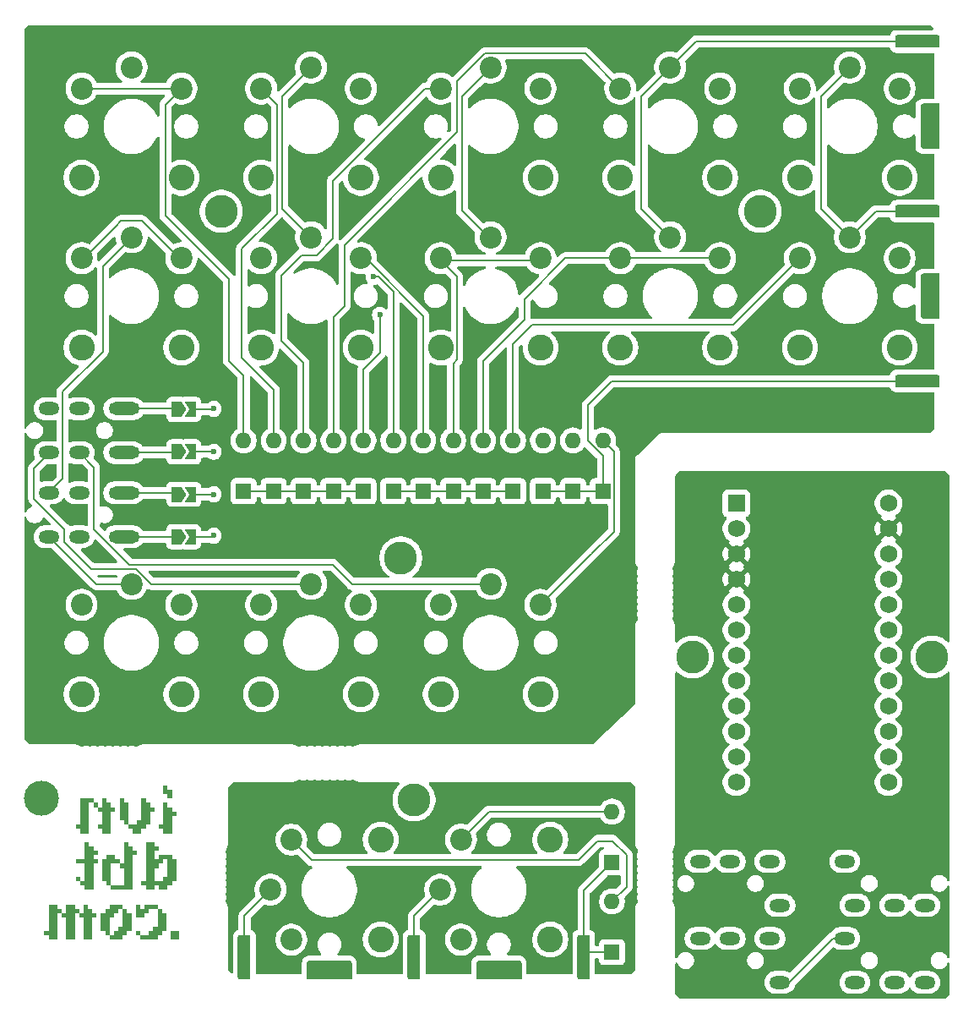
<source format=gbl>
%TF.GenerationSoftware,KiCad,Pcbnew,9.0.2*%
%TF.CreationDate,2026-01-27T22:30:12+01:00*%
%TF.ProjectId,obiwanstenobit,6f626977-616e-4737-9465-6e6f6269742e,rev?*%
%TF.SameCoordinates,Original*%
%TF.FileFunction,Copper,L2,Bot*%
%TF.FilePolarity,Positive*%
%FSLAX46Y46*%
G04 Gerber Fmt 4.6, Leading zero omitted, Abs format (unit mm)*
G04 Created by KiCad (PCBNEW 9.0.2) date 2026-01-27 22:30:12*
%MOMM*%
%LPD*%
G01*
G04 APERTURE LIST*
G04 Aperture macros list*
%AMRoundRect*
0 Rectangle with rounded corners*
0 $1 Rounding radius*
0 $2 $3 $4 $5 $6 $7 $8 $9 X,Y pos of 4 corners*
0 Add a 4 corners polygon primitive as box body*
4,1,4,$2,$3,$4,$5,$6,$7,$8,$9,$2,$3,0*
0 Add four circle primitives for the rounded corners*
1,1,$1+$1,$2,$3*
1,1,$1+$1,$4,$5*
1,1,$1+$1,$6,$7*
1,1,$1+$1,$8,$9*
0 Add four rect primitives between the rounded corners*
20,1,$1+$1,$2,$3,$4,$5,0*
20,1,$1+$1,$4,$5,$6,$7,0*
20,1,$1+$1,$6,$7,$8,$9,0*
20,1,$1+$1,$8,$9,$2,$3,0*%
%AMFreePoly0*
4,1,6,1.000000,0.000000,0.500000,-0.750000,-0.500000,-0.750000,-0.500000,0.750000,0.500000,0.750000,1.000000,0.000000,1.000000,0.000000,$1*%
%AMFreePoly1*
4,1,6,0.500000,-0.750000,-0.650000,-0.750000,-0.150000,0.000000,-0.650000,0.750000,0.500000,0.750000,0.500000,-0.750000,0.500000,-0.750000,$1*%
%AMFreePoly2*
4,1,15,-0.950000,1.965000,-0.942430,2.030251,-0.900124,2.126064,-0.826064,2.200124,-0.730251,2.242430,-0.665000,2.250000,0.950000,2.250000,0.950000,-2.250000,-0.665000,-2.250000,-0.730251,-2.242430,-0.826064,-2.200124,-0.900124,-2.126064,-0.942430,-2.030251,-0.950000,-1.965000,-0.950000,1.965000,-0.950000,1.965000,$1*%
G04 Aperture macros list end*
%ADD10C,0.150000*%
%TA.AperFunction,ComponentPad*%
%ADD11C,2.600000*%
%TD*%
%TA.AperFunction,ComponentPad*%
%ADD12C,2.200000*%
%TD*%
%TA.AperFunction,ComponentPad*%
%ADD13O,2.100000X1.300000*%
%TD*%
%TA.AperFunction,ComponentPad*%
%ADD14R,1.600000X1.600000*%
%TD*%
%TA.AperFunction,ComponentPad*%
%ADD15O,1.600000X1.600000*%
%TD*%
%TA.AperFunction,ComponentPad*%
%ADD16R,1.752600X1.752600*%
%TD*%
%TA.AperFunction,ComponentPad*%
%ADD17C,1.752600*%
%TD*%
%TA.AperFunction,ComponentPad*%
%ADD18C,3.300000*%
%TD*%
%TA.AperFunction,ComponentPad*%
%ADD19O,3.100000X1.300000*%
%TD*%
%TA.AperFunction,ComponentPad*%
%ADD20C,3.500000*%
%TD*%
%TA.AperFunction,SMDPad,CuDef*%
%ADD21FreePoly0,0.000000*%
%TD*%
%TA.AperFunction,SMDPad,CuDef*%
%ADD22FreePoly1,0.000000*%
%TD*%
%TA.AperFunction,SMDPad,CuDef*%
%ADD23FreePoly2,0.000000*%
%TD*%
%TA.AperFunction,SMDPad,CuDef*%
%ADD24RoundRect,0.190500X-0.444500X2.049500X-0.444500X-2.049500X0.444500X-2.049500X0.444500X2.049500X0*%
%TD*%
%TA.AperFunction,SMDPad,CuDef*%
%ADD25RoundRect,0.190500X2.049500X0.444500X-2.049500X0.444500X-2.049500X-0.444500X2.049500X-0.444500X0*%
%TD*%
%TA.AperFunction,SMDPad,CuDef*%
%ADD26FreePoly2,270.000000*%
%TD*%
%TA.AperFunction,ViaPad*%
%ADD27C,0.600000*%
%TD*%
%TA.AperFunction,Conductor*%
%ADD28C,0.200000*%
%TD*%
G04 APERTURE END LIST*
D10*
G36*
X121564026Y-116702997D02*
G01*
X122001221Y-116702997D01*
X122001221Y-117140191D01*
X121564026Y-117140191D01*
X121564026Y-117577386D01*
X121564026Y-118014581D01*
X122001221Y-118014581D01*
X122001221Y-117577386D01*
X122438415Y-117577386D01*
X122875610Y-117577386D01*
X123312805Y-117577386D01*
X123312805Y-118014581D01*
X123750000Y-118014581D01*
X123750000Y-118451775D01*
X123750000Y-118888970D01*
X123750000Y-119326165D01*
X123750000Y-119763359D01*
X123750000Y-120200554D01*
X123312805Y-120200554D01*
X123312805Y-120637749D01*
X122875610Y-120637749D01*
X122875610Y-121074944D01*
X122438415Y-121074944D01*
X122001221Y-121074944D01*
X122001221Y-120637749D01*
X121564026Y-120637749D01*
X121564026Y-121074944D01*
X121126831Y-121074944D01*
X120689637Y-121074944D01*
X120689637Y-120637749D01*
X120252442Y-120637749D01*
X120252442Y-120200554D01*
X120689637Y-120200554D01*
X120689637Y-119763359D01*
X120689637Y-119326165D01*
X120689637Y-118888970D01*
X121564026Y-118888970D01*
X121564026Y-119326165D01*
X121564026Y-119763359D01*
X121564026Y-120200554D01*
X122001221Y-120200554D01*
X122438415Y-120200554D01*
X122438415Y-119763359D01*
X122875610Y-119763359D01*
X122875610Y-119326165D01*
X122875610Y-118888970D01*
X122875610Y-118451775D01*
X122875610Y-118014581D01*
X122438415Y-118014581D01*
X122438415Y-118451775D01*
X122001221Y-118451775D01*
X122001221Y-118888970D01*
X121564026Y-118888970D01*
X120689637Y-118888970D01*
X120689637Y-118451775D01*
X120689637Y-118014581D01*
X120689637Y-117577386D01*
X120689637Y-117140191D01*
X120689637Y-116702997D01*
X120689637Y-116265802D01*
X121126831Y-116265802D01*
X121564026Y-116265802D01*
X121564026Y-116702997D01*
G37*
G36*
X117626831Y-120637749D02*
G01*
X117189637Y-120637749D01*
X117189637Y-121074944D01*
X117626831Y-121074944D01*
X118064026Y-121074944D01*
X118501221Y-121074944D01*
X118938415Y-121074944D01*
X119375610Y-121074944D01*
X119375610Y-120637749D01*
X119375610Y-120200554D01*
X119375610Y-119763359D01*
X119375610Y-119326165D01*
X119375610Y-118888970D01*
X119375610Y-118451775D01*
X119375610Y-118014581D01*
X119375610Y-117577386D01*
X119812805Y-117577386D01*
X119812805Y-117140191D01*
X119375610Y-117140191D01*
X119375610Y-116702997D01*
X118938415Y-116702997D01*
X118938415Y-116265802D01*
X118501221Y-116265802D01*
X118501221Y-116702997D01*
X118501221Y-117140191D01*
X118501221Y-117577386D01*
X118501221Y-118014581D01*
X118501221Y-118451775D01*
X118064026Y-118451775D01*
X118064026Y-118888970D01*
X118501221Y-118888970D01*
X118501221Y-119326165D01*
X118501221Y-119763359D01*
X118501221Y-120200554D01*
X118501221Y-120637749D01*
X118064026Y-120637749D01*
X117626831Y-120637749D01*
G37*
G36*
X117189637Y-120637749D02*
G01*
X117189637Y-120200554D01*
X117189637Y-119763359D01*
X117189637Y-119326165D01*
X117189637Y-118888970D01*
X117189637Y-118451775D01*
X117626831Y-118451775D01*
X118064026Y-118451775D01*
X118064026Y-118014581D01*
X117626831Y-118014581D01*
X117626831Y-117577386D01*
X117189637Y-117577386D01*
X116752442Y-117577386D01*
X116752442Y-118014581D01*
X116315247Y-118014581D01*
X116315247Y-118451775D01*
X116315247Y-118888970D01*
X116315247Y-119326165D01*
X116315247Y-119763359D01*
X116315247Y-120200554D01*
X116752442Y-120200554D01*
X116752442Y-120637749D01*
X117189637Y-120637749D01*
G37*
G36*
X115001221Y-121074944D02*
G01*
X115438415Y-121074944D01*
X115438415Y-120637749D01*
X115438415Y-120200554D01*
X115438415Y-119763359D01*
X115438415Y-119326165D01*
X115438415Y-118888970D01*
X115438415Y-118451775D01*
X115875610Y-118451775D01*
X115875610Y-118014581D01*
X115438415Y-118014581D01*
X115438415Y-117577386D01*
X115875610Y-117577386D01*
X115875610Y-117140191D01*
X115438415Y-117140191D01*
X115438415Y-116702997D01*
X115001221Y-116702997D01*
X115001221Y-116265802D01*
X114564026Y-116265802D01*
X114564026Y-116702997D01*
X114564026Y-117140191D01*
X114564026Y-117577386D01*
X114564026Y-118014581D01*
X114126831Y-118014581D01*
X113689637Y-118014581D01*
X113689637Y-118451775D01*
X114126831Y-118451775D01*
X114564026Y-118451775D01*
X114564026Y-118888970D01*
X114564026Y-119326165D01*
X114564026Y-119763359D01*
X114564026Y-120200554D01*
X114126831Y-120200554D01*
X114126831Y-120637749D01*
X114564026Y-120637749D01*
X114564026Y-121074944D01*
X115001221Y-121074944D01*
G37*
G36*
X114126831Y-120200554D02*
G01*
X114126831Y-119763359D01*
X113689637Y-119763359D01*
X113689637Y-120200554D01*
X114126831Y-120200554D01*
G37*
G36*
X123625610Y-126033275D02*
G01*
X124062805Y-126033275D01*
X124062805Y-125596080D01*
X124062805Y-125158885D01*
X123625610Y-125158885D01*
X123188415Y-125158885D01*
X123188415Y-125596080D01*
X123188415Y-126033275D01*
X123625610Y-126033275D01*
G37*
G36*
X120565247Y-125596080D02*
G01*
X120128053Y-125596080D01*
X120128053Y-126033275D01*
X120565247Y-126033275D01*
X121002442Y-126033275D01*
X121439637Y-126033275D01*
X121876831Y-126033275D01*
X121876831Y-125596080D01*
X122314026Y-125596080D01*
X122314026Y-125158885D01*
X122751221Y-125158885D01*
X122751221Y-124721690D01*
X122751221Y-124284496D01*
X122751221Y-123847301D01*
X122751221Y-123410106D01*
X122314026Y-123410106D01*
X122314026Y-122972912D01*
X121876831Y-122972912D01*
X121876831Y-123410106D01*
X121876831Y-123847301D01*
X121876831Y-124284496D01*
X121876831Y-124721690D01*
X121439637Y-124721690D01*
X121439637Y-125158885D01*
X121002442Y-125158885D01*
X121002442Y-125596080D01*
X120565247Y-125596080D01*
G37*
G36*
X120128053Y-125596080D02*
G01*
X120128053Y-125158885D01*
X119690858Y-125158885D01*
X119690858Y-125596080D01*
X120128053Y-125596080D01*
G37*
G36*
X120128053Y-123847301D02*
G01*
X120565247Y-123847301D01*
X120565247Y-123410106D01*
X121002442Y-123410106D01*
X121002442Y-122972912D01*
X121439637Y-122972912D01*
X121876831Y-122972912D01*
X121876831Y-122535717D01*
X121439637Y-122535717D01*
X121002442Y-122535717D01*
X120565247Y-122535717D01*
X120565247Y-122972912D01*
X120128053Y-122972912D01*
X120128053Y-122535717D01*
X119690858Y-122535717D01*
X119690858Y-122972912D01*
X119690858Y-123410106D01*
X119690858Y-123847301D01*
X120128053Y-123847301D01*
G37*
G36*
X117504884Y-126033275D02*
G01*
X117942079Y-126033275D01*
X118379274Y-126033275D01*
X118379274Y-125596080D01*
X118816468Y-125596080D01*
X118816468Y-125158885D01*
X119253663Y-125158885D01*
X119253663Y-124721690D01*
X119253663Y-124284496D01*
X119253663Y-123847301D01*
X119253663Y-123410106D01*
X118816468Y-123410106D01*
X118816468Y-122972912D01*
X118379274Y-122972912D01*
X118379274Y-123410106D01*
X118379274Y-123847301D01*
X118379274Y-124284496D01*
X118379274Y-124721690D01*
X117942079Y-124721690D01*
X117942079Y-125158885D01*
X117504884Y-125158885D01*
X117504884Y-125596080D01*
X117067690Y-125596080D01*
X117067690Y-126033275D01*
X117504884Y-126033275D01*
G37*
G36*
X117067690Y-125596080D02*
G01*
X117067690Y-125158885D01*
X117067690Y-124721690D01*
X117067690Y-124284496D01*
X117067690Y-123847301D01*
X117504884Y-123847301D01*
X117504884Y-123410106D01*
X117942079Y-123410106D01*
X117942079Y-122972912D01*
X118379274Y-122972912D01*
X118379274Y-122535717D01*
X117942079Y-122535717D01*
X117504884Y-122535717D01*
X117067690Y-122535717D01*
X117067690Y-122972912D01*
X116630495Y-122972912D01*
X116630495Y-123410106D01*
X116193300Y-123410106D01*
X116193300Y-123847301D01*
X116193300Y-124284496D01*
X116193300Y-124721690D01*
X116193300Y-125158885D01*
X116630495Y-125158885D01*
X116630495Y-125596080D01*
X117067690Y-125596080D01*
G37*
G36*
X111384159Y-126033275D02*
G01*
X111821353Y-126033275D01*
X111821353Y-125596080D01*
X111821353Y-125158885D01*
X111821353Y-124721690D01*
X111821353Y-124284496D01*
X111821353Y-123847301D01*
X111821353Y-123410106D01*
X112258548Y-123410106D01*
X112258548Y-123847301D01*
X112695743Y-123847301D01*
X112695743Y-124284496D01*
X112695743Y-124721690D01*
X112695743Y-125158885D01*
X112695743Y-125596080D01*
X112695743Y-126033275D01*
X113132937Y-126033275D01*
X113570132Y-126033275D01*
X113570132Y-125596080D01*
X113570132Y-125158885D01*
X113570132Y-124721690D01*
X113570132Y-124284496D01*
X113570132Y-123847301D01*
X113570132Y-123410106D01*
X114007327Y-123410106D01*
X114007327Y-123847301D01*
X114444521Y-123847301D01*
X114444521Y-124284496D01*
X114444521Y-124721690D01*
X114444521Y-125158885D01*
X114444521Y-125596080D01*
X114444521Y-126033275D01*
X114881716Y-126033275D01*
X115318911Y-126033275D01*
X115318911Y-125596080D01*
X115318911Y-125158885D01*
X115318911Y-124721690D01*
X115318911Y-124284496D01*
X115318911Y-123847301D01*
X115756106Y-123847301D01*
X115756106Y-123410106D01*
X115318911Y-123410106D01*
X115318911Y-122972912D01*
X114881716Y-122972912D01*
X114881716Y-122535717D01*
X114444521Y-122535717D01*
X114444521Y-122972912D01*
X114444521Y-123410106D01*
X114007327Y-123410106D01*
X114007327Y-122972912D01*
X113570132Y-122972912D01*
X113570132Y-122535717D01*
X113132937Y-122535717D01*
X112695743Y-122535717D01*
X112695743Y-122972912D01*
X112695743Y-123410106D01*
X112258548Y-123410106D01*
X112258548Y-122972912D01*
X111821353Y-122972912D01*
X111821353Y-122535717D01*
X111384159Y-122535717D01*
X110946964Y-122535717D01*
X110946964Y-122972912D01*
X110946964Y-123410106D01*
X110946964Y-123847301D01*
X110946964Y-124284496D01*
X110946964Y-124721690D01*
X110946964Y-125158885D01*
X110509769Y-125158885D01*
X110509769Y-125596080D01*
X110946964Y-125596080D01*
X110946964Y-126033275D01*
X111384159Y-126033275D01*
G37*
G36*
X123312805Y-111910722D02*
G01*
X123312805Y-111473527D01*
X123312805Y-111036333D01*
X122875610Y-111036333D01*
X122875610Y-110599138D01*
X122438415Y-110599138D01*
X122438415Y-111036333D01*
X122438415Y-111473527D01*
X122875610Y-111473527D01*
X122875610Y-111910722D01*
X123312805Y-111910722D01*
G37*
G36*
X122875610Y-115408280D02*
G01*
X123312805Y-115408280D01*
X123312805Y-114971085D01*
X123312805Y-114533890D01*
X123312805Y-114096695D01*
X123312805Y-113659501D01*
X123750000Y-113659501D01*
X123750000Y-113222306D01*
X123312805Y-113222306D01*
X123312805Y-112785111D01*
X122875610Y-112785111D01*
X122875610Y-112347917D01*
X122438415Y-112347917D01*
X122438415Y-112785111D01*
X122438415Y-113222306D01*
X122438415Y-113659501D01*
X122438415Y-114096695D01*
X122438415Y-114533890D01*
X122001221Y-114533890D01*
X122001221Y-114971085D01*
X122438415Y-114971085D01*
X122438415Y-115408280D01*
X122875610Y-115408280D01*
G37*
G36*
X119817690Y-115408280D02*
G01*
X120254884Y-115408280D01*
X120254884Y-114971085D01*
X120692079Y-114971085D01*
X120692079Y-114533890D01*
X121129274Y-114533890D01*
X121129274Y-114096695D01*
X121129274Y-113659501D01*
X121129274Y-113222306D01*
X121566468Y-113222306D01*
X121566468Y-112785111D01*
X121129274Y-112785111D01*
X121129274Y-112347917D01*
X120692079Y-112347917D01*
X120692079Y-111910722D01*
X120254884Y-111910722D01*
X120254884Y-112347917D01*
X120254884Y-112785111D01*
X120254884Y-113222306D01*
X120254884Y-113659501D01*
X120254884Y-114096695D01*
X119817690Y-114096695D01*
X119817690Y-114533890D01*
X119380495Y-114533890D01*
X118943300Y-114533890D01*
X118943300Y-114971085D01*
X119380495Y-114971085D01*
X119380495Y-115408280D01*
X119817690Y-115408280D01*
G37*
G36*
X118943300Y-114533890D02*
G01*
X118943300Y-114096695D01*
X118943300Y-113659501D01*
X118943300Y-113222306D01*
X118943300Y-112785111D01*
X118943300Y-112347917D01*
X118506106Y-112347917D01*
X118506106Y-111910722D01*
X118068911Y-111910722D01*
X118068911Y-112347917D01*
X118068911Y-112785111D01*
X118068911Y-113222306D01*
X118068911Y-113659501D01*
X118068911Y-114096695D01*
X118506106Y-114096695D01*
X118506106Y-114533890D01*
X118943300Y-114533890D01*
G37*
G36*
X114568911Y-115408280D02*
G01*
X115006106Y-115408280D01*
X115006106Y-114971085D01*
X115006106Y-114533890D01*
X115006106Y-114096695D01*
X115006106Y-113659501D01*
X115006106Y-113222306D01*
X115006106Y-112785111D01*
X115006106Y-112347917D01*
X115443300Y-112347917D01*
X115443300Y-112785111D01*
X115880495Y-112785111D01*
X115880495Y-113222306D01*
X116317690Y-113222306D01*
X116317690Y-113659501D01*
X116317690Y-114096695D01*
X116317690Y-114533890D01*
X115880495Y-114533890D01*
X115880495Y-114971085D01*
X116317690Y-114971085D01*
X116317690Y-115408280D01*
X116754884Y-115408280D01*
X117192079Y-115408280D01*
X117192079Y-114971085D01*
X117192079Y-114533890D01*
X117192079Y-114096695D01*
X117192079Y-113659501D01*
X117192079Y-113222306D01*
X117629274Y-113222306D01*
X117629274Y-112785111D01*
X117192079Y-112785111D01*
X117192079Y-112347917D01*
X116754884Y-112347917D01*
X116754884Y-111910722D01*
X116317690Y-111910722D01*
X116317690Y-112347917D01*
X116317690Y-112785111D01*
X115880495Y-112785111D01*
X115880495Y-112347917D01*
X115443300Y-112347917D01*
X115443300Y-111910722D01*
X115006106Y-111910722D01*
X114568911Y-111910722D01*
X114131716Y-111910722D01*
X114131716Y-112347917D01*
X114131716Y-112785111D01*
X114131716Y-113222306D01*
X114131716Y-113659501D01*
X114131716Y-114096695D01*
X114131716Y-114533890D01*
X113694521Y-114533890D01*
X113694521Y-114971085D01*
X114131716Y-114971085D01*
X114131716Y-115408280D01*
X114568911Y-115408280D01*
G37*
D11*
%TO.P,MX15,*%
%TO.N,*%
X161233340Y-126041615D03*
X161233340Y-116041615D03*
D12*
%TO.P,MX15,1,COL*%
%TO.N,Net-(J10-Pin_1)*%
X150183340Y-121041615D03*
%TO.P,MX15,2,ROW*%
%TO.N,Net-(D15-A)*%
X152283340Y-126041615D03*
X152283340Y-116041615D03*
%TD*%
D13*
%TO.P,J15,1,T*%
%TO.N,col4l*%
X190755000Y-118216610D03*
%TO.P,J15,2,R*%
%TO.N,col3l*%
X191755000Y-122616610D03*
%TO.P,J15,3,SR*%
%TO.N,col2l*%
X195755000Y-122616610D03*
%TO.P,J15,4,S*%
%TO.N,col1l*%
X198755000Y-122616610D03*
%TD*%
D11*
%TO.P,MX13,*%
%TO.N,*%
X150250000Y-101483288D03*
X160250000Y-101483288D03*
D12*
%TO.P,MX13,1,COL*%
%TO.N,col2*%
X155250000Y-90433288D03*
%TO.P,MX13,2,ROW*%
%TO.N,Net-(D13-A)*%
X150250000Y-92533288D03*
X160250000Y-92533288D03*
%TD*%
D14*
%TO.P,D11,1,K*%
%TO.N,row2*%
X160500000Y-81147963D03*
D15*
%TO.P,D11,2,A*%
%TO.N,Net-(D11-A)*%
X160500000Y-76067963D03*
%TD*%
D13*
%TO.P,J16,1,T*%
%TO.N,row2c*%
X190755000Y-125936610D03*
%TO.P,J16,2,R*%
%TO.N,row1c*%
X191755000Y-130336610D03*
%TO.P,J16,3,SR*%
%TO.N,row0c*%
X195755000Y-130336610D03*
%TO.P,J16,4,S*%
%TO.N,col0l*%
X198755000Y-130336610D03*
%TD*%
D14*
%TO.P,D15,1,K*%
%TO.N,Net-(D14-K)*%
X167416668Y-118314615D03*
D15*
%TO.P,D15,2,A*%
%TO.N,Net-(D15-A)*%
X167416668Y-113234615D03*
%TD*%
D16*
%TO.P,U1,1,TX0*%
%TO.N,unconnected-(U1-TX0-Pad1)*%
X179880000Y-82363288D03*
D17*
%TO.P,U1,2,RX1*%
%TO.N,unconnected-(U1-RX1-Pad2)*%
X179880000Y-84903288D03*
%TO.P,U1,3,GND*%
%TO.N,GND*%
X179880000Y-87443288D03*
%TO.P,U1,4,GND*%
X179880000Y-89983288D03*
%TO.P,U1,5,2/SDA*%
%TO.N,unconnected-(U1-2{slash}SDA-Pad5)*%
X179880000Y-92523288D03*
%TO.P,U1,6,3/SCL*%
%TO.N,unconnected-(U1-3{slash}SCL-Pad6)*%
X179880000Y-95063288D03*
%TO.P,U1,7,4*%
%TO.N,col0r*%
X179880000Y-97603288D03*
%TO.P,U1,8,5*%
%TO.N,col1r*%
X179880000Y-100143288D03*
%TO.P,U1,9,6*%
%TO.N,col2r*%
X179880000Y-102683288D03*
%TO.P,U1,10,7*%
%TO.N,col4r*%
X179880000Y-105223288D03*
%TO.P,U1,11,8*%
%TO.N,col3r*%
X179880000Y-107763288D03*
%TO.P,U1,12,9*%
%TO.N,row0c*%
X179880000Y-110303288D03*
%TO.P,U1,13,10*%
%TO.N,col2l*%
X195120000Y-110303288D03*
%TO.P,U1,14,16*%
%TO.N,col3l*%
X195120000Y-107763288D03*
%TO.P,U1,15,14*%
%TO.N,col4l*%
X195120000Y-105223288D03*
%TO.P,U1,16,15*%
%TO.N,col0l*%
X195120000Y-102683288D03*
%TO.P,U1,17,A0*%
%TO.N,col1l*%
X195120000Y-100143288D03*
%TO.P,U1,18,A1*%
%TO.N,row2c*%
X195120000Y-97603288D03*
%TO.P,U1,19,A2*%
%TO.N,row1c*%
X195120000Y-95063288D03*
%TO.P,U1,20,A3*%
%TO.N,unconnected-(U1-A3-Pad20)*%
X195120000Y-92523288D03*
%TO.P,U1,21,VCC*%
%TO.N,unconnected-(U1-VCC-Pad21)*%
X195120000Y-89983288D03*
%TO.P,U1,22,RST*%
%TO.N,Net-(U1-RST)*%
X195120000Y-87443288D03*
%TO.P,U1,23,GND*%
%TO.N,GND*%
X195120000Y-84903288D03*
%TO.P,U1,24,RAW*%
%TO.N,unconnected-(U1-RAW-Pad24)*%
X195120000Y-82363288D03*
%TD*%
D11*
%TO.P,MX8,*%
%TO.N,*%
X150250000Y-66774971D03*
X160250000Y-66774971D03*
D12*
%TO.P,MX8,1,COL*%
%TO.N,col2*%
X155250000Y-55724971D03*
%TO.P,MX8,2,ROW*%
%TO.N,Net-(D8-A)*%
X150250000Y-57824971D03*
X160250000Y-57824971D03*
%TD*%
D13*
%TO.P,J14,1,T*%
%TO.N,row2c*%
X184245000Y-130336610D03*
%TO.P,J14,2,R*%
%TO.N,row1c*%
X183245000Y-125936610D03*
%TO.P,J14,3,SR*%
%TO.N,row0c*%
X179245000Y-125936610D03*
%TO.P,J14,4,S*%
%TO.N,col0r*%
X176245000Y-125936610D03*
%TD*%
D11*
%TO.P,MX5,*%
%TO.N,*%
X186250000Y-49774979D03*
X196250000Y-49774979D03*
D12*
%TO.P,MX5,1,COL*%
%TO.N,col4*%
X191250000Y-38724979D03*
%TO.P,MX5,2,ROW*%
%TO.N,Net-(D5-A)*%
X186250000Y-40824979D03*
X196250000Y-40824979D03*
%TD*%
D11*
%TO.P,MX3,*%
%TO.N,*%
X150250000Y-49774979D03*
X160250000Y-49774979D03*
D12*
%TO.P,MX3,1,COL*%
%TO.N,col2*%
X155250000Y-38724979D03*
%TO.P,MX3,2,ROW*%
%TO.N,Net-(D3-A)*%
X150250000Y-40824979D03*
X160250000Y-40824979D03*
%TD*%
D14*
%TO.P,D2,1,K*%
%TO.N,row0*%
X133500000Y-81147963D03*
D15*
%TO.P,D2,2,A*%
%TO.N,Net-(D2-A)*%
X133500000Y-76067963D03*
%TD*%
D11*
%TO.P,MX1,*%
%TO.N,*%
X114250000Y-49774979D03*
X124250000Y-49774979D03*
D12*
%TO.P,MX1,1,COL*%
%TO.N,col0*%
X119250000Y-38724979D03*
%TO.P,MX1,2,ROW*%
%TO.N,Net-(D1-A)*%
X114250000Y-40824979D03*
X124250000Y-40824979D03*
%TD*%
D18*
%TO.P,HOLE5,1*%
%TO.N,N/C*%
X175500000Y-97749954D03*
%TD*%
D14*
%TO.P,D4,1,K*%
%TO.N,row0*%
X139500000Y-81147963D03*
D15*
%TO.P,D4,2,A*%
%TO.N,Net-(D4-A)*%
X139500000Y-76067963D03*
%TD*%
D11*
%TO.P,MX2,*%
%TO.N,*%
X132250000Y-49774979D03*
X142250000Y-49774979D03*
D12*
%TO.P,MX2,1,COL*%
%TO.N,col1*%
X137250000Y-38724979D03*
%TO.P,MX2,2,ROW*%
%TO.N,Net-(D2-A)*%
X132250000Y-40824979D03*
X142250000Y-40824979D03*
%TD*%
D11*
%TO.P,MX4,*%
%TO.N,*%
X168250000Y-49774979D03*
X178250000Y-49774979D03*
D12*
%TO.P,MX4,1,COL*%
%TO.N,col3*%
X173250000Y-38724979D03*
%TO.P,MX4,2,ROW*%
%TO.N,Net-(D4-A)*%
X168250000Y-40824979D03*
X178250000Y-40824979D03*
%TD*%
D11*
%TO.P,MX12,*%
%TO.N,*%
X132250000Y-101483288D03*
X142250000Y-101483288D03*
D12*
%TO.P,MX12,1,COL*%
%TO.N,col1*%
X137250000Y-90433288D03*
%TO.P,MX12,2,ROW*%
%TO.N,Net-(D12-A)*%
X132250000Y-92533288D03*
X142250000Y-92533288D03*
%TD*%
D18*
%TO.P,HOLE5,1*%
%TO.N,N/C*%
X147583344Y-112041615D03*
%TD*%
D14*
%TO.P,D8,1,K*%
%TO.N,row1*%
X151500000Y-81147963D03*
D15*
%TO.P,D8,2,A*%
%TO.N,Net-(D8-A)*%
X151500000Y-76067963D03*
%TD*%
D14*
%TO.P,D5,1,K*%
%TO.N,row0*%
X142500000Y-81147963D03*
D15*
%TO.P,D5,2,A*%
%TO.N,Net-(D5-A)*%
X142500000Y-76067963D03*
%TD*%
D18*
%TO.P,HOLE5,1*%
%TO.N,N/C*%
X182250000Y-53124975D03*
%TD*%
D19*
%TO.P,J18,1,T*%
%TO.N,Net-(J18-T)*%
X118495000Y-85711631D03*
%TO.P,J18,2,R*%
%TO.N,Net-(J18-R)*%
X118495000Y-81311631D03*
D13*
%TO.P,J18,3,SR*%
%TO.N,row0*%
X113995000Y-81311631D03*
X113995000Y-85711631D03*
%TO.P,J18,4,S*%
%TO.N,col0*%
X110995000Y-81311631D03*
X110995000Y-85711631D03*
%TD*%
D14*
%TO.P,D3,1,K*%
%TO.N,row0*%
X136500000Y-81147963D03*
D15*
%TO.P,D3,2,A*%
%TO.N,Net-(D3-A)*%
X136500000Y-76067963D03*
%TD*%
D13*
%TO.P,J13,1,T*%
%TO.N,col4r*%
X184245000Y-122616610D03*
%TO.P,J13,2,R*%
%TO.N,col3r*%
X183245000Y-118216610D03*
%TO.P,J13,3,SR*%
%TO.N,col2r*%
X179245000Y-118216610D03*
%TO.P,J13,4,S*%
%TO.N,col1r*%
X176245000Y-118216610D03*
%TD*%
D11*
%TO.P,MX14,*%
%TO.N,*%
X144233348Y-126041615D03*
X144233348Y-116041615D03*
D12*
%TO.P,MX14,1,COL*%
%TO.N,Net-(J7-Pin_1)*%
X133183348Y-121041615D03*
%TO.P,MX14,2,ROW*%
%TO.N,Net-(D14-A)*%
X135283348Y-126041615D03*
X135283348Y-116041615D03*
%TD*%
D14*
%TO.P,D12,1,K*%
%TO.N,row2*%
X163500000Y-81147963D03*
D15*
%TO.P,D12,2,A*%
%TO.N,Net-(D12-A)*%
X163500000Y-76067963D03*
%TD*%
D14*
%TO.P,D7,1,K*%
%TO.N,row1*%
X148500000Y-81147963D03*
D15*
%TO.P,D7,2,A*%
%TO.N,Net-(D7-A)*%
X148500000Y-76067963D03*
%TD*%
D14*
%TO.P,D13,1,K*%
%TO.N,row2*%
X166500000Y-81147963D03*
D15*
%TO.P,D13,2,A*%
%TO.N,Net-(D13-A)*%
X166500000Y-76067963D03*
%TD*%
D14*
%TO.P,D10,1,K*%
%TO.N,row1*%
X157500000Y-81147963D03*
D15*
%TO.P,D10,2,A*%
%TO.N,Net-(D10-A)*%
X157500000Y-76067963D03*
%TD*%
D19*
%TO.P,J17,1,T*%
%TO.N,Net-(J17-T)*%
X118495000Y-77283298D03*
%TO.P,J17,2,R*%
%TO.N,Net-(J17-R)*%
X118495000Y-72883298D03*
D13*
%TO.P,J17,3,SR*%
%TO.N,col2*%
X113995000Y-72883298D03*
X113995000Y-77283298D03*
%TO.P,J17,4,S*%
%TO.N,col1*%
X110995000Y-72883298D03*
X110995000Y-77283298D03*
%TD*%
D18*
%TO.P,HOLE5,1*%
%TO.N,N/C*%
X128250000Y-53124975D03*
%TD*%
D14*
%TO.P,D1,1,K*%
%TO.N,row0*%
X130500000Y-81147963D03*
D15*
%TO.P,D1,2,A*%
%TO.N,Net-(D1-A)*%
X130500000Y-76067963D03*
%TD*%
D20*
%TO.P,HOLE5,*%
%TO.N,*%
X110250000Y-111916614D03*
%TD*%
D11*
%TO.P,MX11,*%
%TO.N,*%
X114250000Y-101483288D03*
X124250000Y-101483288D03*
D12*
%TO.P,MX11,1,COL*%
%TO.N,col0*%
X119250000Y-90433288D03*
%TO.P,MX11,2,ROW*%
%TO.N,Net-(D11-A)*%
X114250000Y-92533288D03*
X124250000Y-92533288D03*
%TD*%
D14*
%TO.P,D9,1,K*%
%TO.N,row1*%
X154500000Y-81147963D03*
D15*
%TO.P,D9,2,A*%
%TO.N,Net-(D9-A)*%
X154500000Y-76067963D03*
%TD*%
D18*
%TO.P,HOLE5,1*%
%TO.N,N/C*%
X146250000Y-87833292D03*
%TD*%
%TO.P,HOLE5,1*%
%TO.N,N/C*%
X199500000Y-97749954D03*
%TD*%
D11*
%TO.P,MX6,*%
%TO.N,*%
X114250000Y-66774971D03*
X124250000Y-66774971D03*
D12*
%TO.P,MX6,1,COL*%
%TO.N,col0*%
X119250000Y-55724971D03*
%TO.P,MX6,2,ROW*%
%TO.N,Net-(D6-A)*%
X114250000Y-57824971D03*
X124250000Y-57824971D03*
%TD*%
D11*
%TO.P,MX9,*%
%TO.N,*%
X168250000Y-66774971D03*
X178250000Y-66774971D03*
D12*
%TO.P,MX9,1,COL*%
%TO.N,col3*%
X173250000Y-55724971D03*
%TO.P,MX9,2,ROW*%
%TO.N,Net-(D9-A)*%
X168250000Y-57824971D03*
X178250000Y-57824971D03*
%TD*%
D14*
%TO.P,D14,1,K*%
%TO.N,Net-(D14-K)*%
X167416668Y-127314615D03*
D15*
%TO.P,D14,2,A*%
%TO.N,Net-(D14-A)*%
X167416668Y-122234615D03*
%TD*%
D11*
%TO.P,MX7,*%
%TO.N,*%
X132250000Y-66774971D03*
X142250000Y-66774971D03*
D12*
%TO.P,MX7,1,COL*%
%TO.N,col1*%
X137250000Y-55724971D03*
%TO.P,MX7,2,ROW*%
%TO.N,Net-(D7-A)*%
X132250000Y-57824971D03*
X142250000Y-57824971D03*
%TD*%
D11*
%TO.P,MX10,*%
%TO.N,*%
X186250000Y-66774971D03*
X196250000Y-66774971D03*
D12*
%TO.P,MX10,1,COL*%
%TO.N,col4*%
X191250000Y-55724971D03*
%TO.P,MX10,2,ROW*%
%TO.N,Net-(D10-A)*%
X186250000Y-57824971D03*
X196250000Y-57824971D03*
%TD*%
D14*
%TO.P,D6,1,K*%
%TO.N,row1*%
X145500000Y-81147963D03*
D15*
%TO.P,D6,2,A*%
%TO.N,Net-(D6-A)*%
X145500000Y-76067963D03*
%TD*%
D21*
%TO.P,JP1,1,A*%
%TO.N,Net-(J17-R)*%
X123775000Y-72958299D03*
D22*
%TO.P,JP1,2,B*%
%TO.N,col3*%
X125225000Y-72958299D03*
%TD*%
D23*
%TO.P,REF\u002A\u002A,1*%
%TO.N,N/C*%
X199263000Y-61624971D03*
%TD*%
D24*
%TO.P,J12,1,Pin_1*%
%TO.N,Net-(D14-K)*%
X164583336Y-127791615D03*
%TD*%
D25*
%TO.P,J2,1,Pin_1*%
%TO.N,col3*%
X198000000Y-36124983D03*
%TD*%
D21*
%TO.P,JP7,1,A*%
%TO.N,Net-(J18-T)*%
X123750000Y-85708293D03*
D22*
%TO.P,JP7,2,B*%
%TO.N,row2*%
X125200000Y-85708293D03*
%TD*%
D25*
%TO.P,J6,1,Pin_1*%
%TO.N,row2*%
X198000000Y-70124967D03*
%TD*%
D23*
%TO.P,REF\u002A\u002A,1*%
%TO.N,N/C*%
X199263000Y-44624979D03*
%TD*%
D24*
%TO.P,J8,1,Pin_1*%
%TO.N,Net-(J7-Pin_1)*%
X130583352Y-127791615D03*
%TD*%
D26*
%TO.P,REF\u002A\u002A,1*%
%TO.N,N/C*%
X139083348Y-129063615D03*
%TD*%
%TO.P,REF\u002A\u002A,1*%
%TO.N,N/C*%
X156083340Y-129063615D03*
%TD*%
D21*
%TO.P,JP3,1,A*%
%TO.N,Net-(J17-T)*%
X123775000Y-77208297D03*
D22*
%TO.P,JP3,2,B*%
%TO.N,col4*%
X125225000Y-77208297D03*
%TD*%
D25*
%TO.P,J4,1,Pin_1*%
%TO.N,col4*%
X198000000Y-53124975D03*
%TD*%
D24*
%TO.P,J10,1,Pin_1*%
%TO.N,Net-(J10-Pin_1)*%
X147583344Y-127791615D03*
%TD*%
D21*
%TO.P,JP5,1,A*%
%TO.N,Net-(J18-R)*%
X123775000Y-81458295D03*
D22*
%TO.P,JP5,2,B*%
%TO.N,row1*%
X125225000Y-81458295D03*
%TD*%
D27*
%TO.N,Net-(D5-A)*%
X144145000Y-63500000D03*
%TO.N,row1*%
X127500000Y-81458295D03*
%TO.N,Net-(D6-A)*%
X143510000Y-59690000D03*
%TO.N,row2*%
X127500000Y-85598000D03*
%TO.N,col3*%
X127500000Y-72898000D03*
%TO.N,col4*%
X127500000Y-77208297D03*
%TD*%
D28*
%TO.N,Net-(D1-A)*%
X124250000Y-40824979D02*
X122649000Y-42425979D01*
X114250000Y-40824979D02*
X124250000Y-40824979D01*
X129016000Y-59928000D02*
X129016000Y-68088000D01*
X129016000Y-68088000D02*
X130500000Y-69572000D01*
X122649000Y-53561000D02*
X129016000Y-59928000D01*
X122649000Y-42425979D02*
X122649000Y-53561000D01*
X130500000Y-69572000D02*
X130500000Y-76067963D01*
%TO.N,row0*%
X142500000Y-81147963D02*
X130500000Y-81147963D01*
%TO.N,Net-(D2-A)*%
X133851000Y-53347000D02*
X130302000Y-56896000D01*
X130302000Y-56896000D02*
X130302000Y-67818000D01*
X132250000Y-40824979D02*
X133851000Y-42425979D01*
X130302000Y-67818000D02*
X133500000Y-71016000D01*
X133851000Y-42425979D02*
X133851000Y-53347000D01*
X133500000Y-71016000D02*
X133500000Y-71755000D01*
X133500000Y-76067963D02*
X133500000Y-71755000D01*
%TO.N,Net-(D3-A)*%
X136500000Y-68301000D02*
X134250000Y-66051000D01*
X139446000Y-50800000D02*
X139446000Y-55880000D01*
X136500000Y-76067963D02*
X136500000Y-68301000D01*
X139446000Y-50073345D02*
X139446000Y-50800000D01*
X148694366Y-40824979D02*
X139446000Y-50073345D01*
X150250000Y-40824979D02*
X148694366Y-40824979D01*
X139446000Y-55880000D02*
X137795000Y-57531000D01*
X137795000Y-57531000D02*
X136282000Y-57531000D01*
X134250000Y-66051000D02*
X134250000Y-59563000D01*
X136282000Y-57531000D02*
X134250000Y-59563000D01*
%TO.N,Net-(D4-A)*%
X164749000Y-37323979D02*
X154669686Y-37323979D01*
X151892000Y-45212000D02*
X140589000Y-56515000D01*
X139500000Y-76067963D02*
X139500000Y-63700000D01*
X168250000Y-40824979D02*
X164749000Y-37323979D01*
X151892000Y-40101665D02*
X151892000Y-45212000D01*
X139500000Y-63700000D02*
X140589000Y-62611000D01*
X140589000Y-56515000D02*
X140589000Y-57658000D01*
X140589000Y-57658000D02*
X140589000Y-62611000D01*
X154669686Y-37323979D02*
X151892000Y-40101665D01*
%TO.N,Net-(D5-A)*%
X144145000Y-67316000D02*
X142500000Y-68961000D01*
X142500000Y-68961000D02*
X142500000Y-76067963D01*
X144145000Y-63500000D02*
X144145000Y-67316000D01*
%TO.N,row1*%
X127500000Y-81458295D02*
X125225000Y-81458295D01*
X145500000Y-81147963D02*
X157500000Y-81147963D01*
%TO.N,Net-(D6-A)*%
X117650154Y-54658154D02*
X114250000Y-58058307D01*
X144589500Y-60261500D02*
X144018000Y-59690000D01*
X144018000Y-59690000D02*
X143510000Y-59690000D01*
X144589500Y-60261500D02*
X145500000Y-61172000D01*
X117650154Y-54658154D02*
X118206308Y-54102000D01*
X145500000Y-61172000D02*
X145500000Y-76067963D01*
X118206308Y-54102000D02*
X120293693Y-54102000D01*
X120293693Y-54102000D02*
X124250000Y-58058307D01*
%TO.N,Net-(D7-A)*%
X148500000Y-76067963D02*
X148500000Y-63604900D01*
X142720071Y-57824971D02*
X142250000Y-57824971D01*
X148500000Y-63604900D02*
X142720071Y-57824971D01*
%TO.N,Net-(D8-A)*%
X151500000Y-68337000D02*
X151500000Y-76067963D01*
X160250000Y-58058307D02*
X150250000Y-58058307D01*
X151851000Y-59659307D02*
X151851000Y-67986000D01*
X150250000Y-58058307D02*
X151851000Y-59659307D01*
X151851000Y-67986000D02*
X151500000Y-68337000D01*
%TO.N,Net-(D9-A)*%
X154500000Y-76067963D02*
X154500000Y-68131000D01*
X162710108Y-57824971D02*
X158623000Y-61912079D01*
X168250000Y-57824971D02*
X162710108Y-57824971D01*
X158623000Y-61912079D02*
X158623000Y-64008000D01*
X168250000Y-57824971D02*
X178250000Y-57824971D01*
X154500000Y-68131000D02*
X158623000Y-64008000D01*
%TO.N,Net-(D10-A)*%
X179558971Y-64516000D02*
X186250000Y-57824971D01*
X157500000Y-76067963D02*
X157500000Y-66401000D01*
X159385000Y-64516000D02*
X179558971Y-64516000D01*
X157500000Y-66401000D02*
X159385000Y-64516000D01*
%TO.N,row2*%
X125200000Y-85708293D02*
X127389707Y-85708293D01*
X166500000Y-77625013D02*
X166500000Y-81147963D01*
X125335293Y-85598000D02*
X125225000Y-85708293D01*
X164973000Y-72517000D02*
X164973000Y-76098013D01*
X127389707Y-85708293D02*
X127500000Y-85598000D01*
X167365033Y-70124967D02*
X164973000Y-72517000D01*
X160500000Y-81147963D02*
X166500000Y-81147963D01*
X198000000Y-70124967D02*
X167365033Y-70124967D01*
X164973000Y-76098013D02*
X166500000Y-77625013D01*
%TO.N,Net-(D13-A)*%
X167601000Y-77168963D02*
X166500000Y-76067963D01*
X165329165Y-87454124D02*
X167601000Y-85182289D01*
X160250000Y-92533288D02*
X165329165Y-87454124D01*
X167601000Y-85182289D02*
X167601000Y-77168963D01*
%TO.N,Net-(D14-K)*%
X164583336Y-127791615D02*
X164583336Y-121147946D01*
X165089336Y-127285615D02*
X165118336Y-127314615D01*
X164583336Y-121147946D02*
X164869518Y-120861764D01*
X167416668Y-118314615D02*
X164869518Y-120861764D01*
X164869518Y-120861764D02*
X164583336Y-121147947D01*
X165118336Y-127314615D02*
X167416668Y-127314615D01*
X164583336Y-127791615D02*
X165089336Y-127285615D01*
%TO.N,Net-(D14-A)*%
X137318348Y-118076615D02*
X164054369Y-118076615D01*
X135283348Y-116041615D02*
X137318348Y-118076615D01*
X167475668Y-116171615D02*
X168880369Y-117576316D01*
X164054369Y-118076615D02*
X165959369Y-116171615D01*
X168880369Y-117576316D02*
X168880369Y-120770914D01*
X168880369Y-120770914D02*
X167416668Y-122234615D01*
X165959369Y-116171615D02*
X167475668Y-116171615D01*
%TO.N,Net-(D15-A)*%
X155090340Y-113234615D02*
X167416668Y-113234615D01*
X152283340Y-116041615D02*
X155090340Y-113234615D01*
%TO.N,col0*%
X110995000Y-81283000D02*
X112346000Y-79932000D01*
X116374000Y-58600971D02*
X119250000Y-55724971D01*
X116374000Y-67148463D02*
X116374000Y-58600971D01*
X115716657Y-90433288D02*
X119250000Y-90433288D01*
X110995000Y-85711631D02*
X115716657Y-90433288D01*
X112346000Y-79932000D02*
X112346000Y-71176464D01*
X112346000Y-71176464D02*
X116374000Y-67148463D01*
X110995000Y-81311631D02*
X110995000Y-81283000D01*
%TO.N,col1*%
X112522000Y-86233000D02*
X115209000Y-88920000D01*
X137250000Y-38724979D02*
X134374000Y-41600979D01*
X109474000Y-81883582D02*
X112522000Y-84931582D01*
X134374000Y-52848971D02*
X137250000Y-55724971D01*
X109474000Y-78867000D02*
X109474000Y-81883582D01*
X110995000Y-77283298D02*
X110995000Y-77346000D01*
X121231314Y-90433288D02*
X137250000Y-90433288D01*
X110995000Y-77346000D02*
X109474000Y-78867000D01*
X119718026Y-88920000D02*
X121231314Y-90433288D01*
X112522000Y-84931582D02*
X112522000Y-86233000D01*
X111127335Y-72883298D02*
X110995000Y-72883298D01*
X134374000Y-41600979D02*
X134374000Y-52848971D01*
X115209000Y-88920000D02*
X119718026Y-88920000D01*
%TO.N,col2*%
X139446000Y-88519000D02*
X119057452Y-88519000D01*
X152374000Y-53082307D02*
X155250000Y-55958307D01*
X113995000Y-77283298D02*
X115502660Y-78790958D01*
X115502660Y-78790958D02*
X115502660Y-84964208D01*
X152374000Y-41600979D02*
X152374000Y-53082307D01*
X141360288Y-90433288D02*
X139446000Y-88519000D01*
X155250000Y-90433288D02*
X141360288Y-90433288D01*
X155250000Y-38724979D02*
X152374000Y-41600979D01*
X115502660Y-84964208D02*
X119057452Y-88519000D01*
%TO.N,col3*%
X175849997Y-36124983D02*
X198000000Y-36124983D01*
X173250000Y-38724979D02*
X170374000Y-41600979D01*
X173250000Y-38724979D02*
X175849997Y-36124983D01*
X170374000Y-41600979D02*
X170374000Y-52848971D01*
X127439701Y-72958299D02*
X127500000Y-72898000D01*
X125285299Y-72898000D02*
X125225000Y-72958299D01*
X125225000Y-72958299D02*
X127439701Y-72958299D01*
X170374000Y-52848971D02*
X173250000Y-55724971D01*
%TO.N,col4*%
X125232703Y-77216000D02*
X125225000Y-77208297D01*
X191250000Y-55724971D02*
X193849997Y-53124975D01*
X191250000Y-38724979D02*
X188374000Y-41600979D01*
X125225000Y-77208297D02*
X127500000Y-77208297D01*
X193849997Y-53124975D02*
X198000000Y-53124975D01*
X188374000Y-41600979D02*
X188374000Y-52848971D01*
X188374000Y-52848971D02*
X191250000Y-55724971D01*
%TO.N,Net-(J7-Pin_1)*%
X130701359Y-123523605D02*
X130583352Y-123641611D01*
X133183348Y-121041615D02*
X130701359Y-123523605D01*
X130583352Y-127791615D02*
X130583352Y-123641612D01*
X130583352Y-123641612D02*
X130701359Y-123523605D01*
%TO.N,Net-(J10-Pin_1)*%
X147583344Y-127791615D02*
X147583344Y-123641612D01*
X147773855Y-123451101D02*
X147583344Y-123641611D01*
X147583344Y-123641612D02*
X147773855Y-123451101D01*
X150183340Y-121041615D02*
X147773855Y-123451101D01*
%TO.N,row2c*%
X184245000Y-130336610D02*
X185131390Y-130336610D01*
X185131390Y-130336610D02*
X189531390Y-125936610D01*
X189531390Y-125936610D02*
X190755000Y-125936610D01*
%TO.N,Net-(J17-T)*%
X123569999Y-77208297D02*
X123775000Y-77208297D01*
X118495000Y-77283298D02*
X123699999Y-77283298D01*
X123699999Y-77283298D02*
X123775000Y-77208297D01*
%TO.N,Net-(J17-R)*%
X123699999Y-72883298D02*
X123775000Y-72958299D01*
X118495000Y-72883298D02*
X123699999Y-72883298D01*
X117995000Y-72883298D02*
X118035335Y-72883298D01*
%TO.N,Net-(J18-T)*%
X123750000Y-85708293D02*
X118498338Y-85708293D01*
X123746662Y-85711631D02*
X123750000Y-85708293D01*
X118498338Y-85708293D02*
X118495000Y-85711631D01*
%TO.N,Net-(J18-R)*%
X123348631Y-81311631D02*
X118495000Y-81311631D01*
X123628336Y-81311631D02*
X123775000Y-81458295D01*
X123775000Y-81458295D02*
X123495295Y-81458295D01*
X123495295Y-81458295D02*
X123348631Y-81311631D01*
%TD*%
%TA.AperFunction,Conductor*%
%TO.N,GND*%
G36*
X200818751Y-79145148D02*
G01*
X200836853Y-79159313D01*
X201210642Y-79512335D01*
X201245864Y-79572675D01*
X201249500Y-79602483D01*
X201249500Y-96158826D01*
X201229815Y-96225865D01*
X201177011Y-96271620D01*
X201107853Y-96281564D01*
X201044297Y-96252539D01*
X201037819Y-96246507D01*
X200920970Y-96129658D01*
X200847286Y-96073118D01*
X200697317Y-95958042D01*
X200697311Y-95958038D01*
X200697309Y-95958037D01*
X200453190Y-95817094D01*
X200453179Y-95817089D01*
X200192743Y-95709213D01*
X199920439Y-95636249D01*
X199640958Y-95599454D01*
X199640951Y-95599454D01*
X199359049Y-95599454D01*
X199359041Y-95599454D01*
X199079560Y-95636249D01*
X198807256Y-95709213D01*
X198546820Y-95817089D01*
X198546809Y-95817094D01*
X198302690Y-95958037D01*
X198302682Y-95958043D01*
X198079029Y-96129658D01*
X197879704Y-96328983D01*
X197708089Y-96552636D01*
X197708083Y-96552644D01*
X197567140Y-96796763D01*
X197567135Y-96796774D01*
X197459259Y-97057210D01*
X197386295Y-97329514D01*
X197349500Y-97608995D01*
X197349500Y-97890912D01*
X197386295Y-98170393D01*
X197459259Y-98442697D01*
X197567135Y-98703133D01*
X197567140Y-98703144D01*
X197708083Y-98947263D01*
X197708088Y-98947271D01*
X197820007Y-99093126D01*
X197879704Y-99170924D01*
X198079029Y-99370249D01*
X198079033Y-99370252D01*
X198079035Y-99370254D01*
X198302683Y-99541866D01*
X198302690Y-99541870D01*
X198546809Y-99682813D01*
X198546814Y-99682815D01*
X198546817Y-99682817D01*
X198807261Y-99790696D01*
X199079558Y-99863658D01*
X199359049Y-99900454D01*
X199359056Y-99900454D01*
X199640944Y-99900454D01*
X199640951Y-99900454D01*
X199920442Y-99863658D01*
X200192739Y-99790696D01*
X200453183Y-99682817D01*
X200697317Y-99541866D01*
X200920965Y-99370254D01*
X200958983Y-99332236D01*
X201037819Y-99253401D01*
X201099142Y-99219916D01*
X201168834Y-99224900D01*
X201224767Y-99266772D01*
X201249184Y-99332236D01*
X201249500Y-99341082D01*
X201249500Y-120092401D01*
X201229815Y-120159440D01*
X201177011Y-120205195D01*
X201107853Y-120215139D01*
X201044297Y-120186114D01*
X201010939Y-120139854D01*
X200958704Y-120013749D01*
X200865626Y-119874447D01*
X200747162Y-119755983D01*
X200607860Y-119662905D01*
X200453082Y-119598794D01*
X200453074Y-119598792D01*
X200288771Y-119566110D01*
X200288767Y-119566110D01*
X200121233Y-119566110D01*
X200121228Y-119566110D01*
X199956925Y-119598792D01*
X199956917Y-119598794D01*
X199802139Y-119662905D01*
X199662837Y-119755983D01*
X199544373Y-119874447D01*
X199451295Y-120013749D01*
X199387184Y-120168527D01*
X199387182Y-120168535D01*
X199354500Y-120332838D01*
X199354500Y-120500381D01*
X199387182Y-120664684D01*
X199387184Y-120664692D01*
X199451295Y-120819470D01*
X199544373Y-120958772D01*
X199662837Y-121077236D01*
X199755494Y-121139147D01*
X199802137Y-121170313D01*
X199802138Y-121170313D01*
X199802139Y-121170314D01*
X199811446Y-121174169D01*
X199956918Y-121234426D01*
X200102798Y-121263443D01*
X200121228Y-121267109D01*
X200121232Y-121267110D01*
X200121233Y-121267110D01*
X200288768Y-121267110D01*
X200288769Y-121267109D01*
X200453082Y-121234426D01*
X200607863Y-121170313D01*
X200747162Y-121077236D01*
X200865626Y-120958772D01*
X200958703Y-120819473D01*
X201010939Y-120693364D01*
X201054780Y-120638962D01*
X201121074Y-120616897D01*
X201188774Y-120634176D01*
X201236384Y-120685314D01*
X201249500Y-120740818D01*
X201249500Y-127812401D01*
X201229815Y-127879440D01*
X201177011Y-127925195D01*
X201107853Y-127935139D01*
X201044297Y-127906114D01*
X201010939Y-127859854D01*
X200958704Y-127733749D01*
X200865626Y-127594447D01*
X200747162Y-127475983D01*
X200607860Y-127382905D01*
X200453082Y-127318794D01*
X200453074Y-127318792D01*
X200288771Y-127286110D01*
X200288767Y-127286110D01*
X200121233Y-127286110D01*
X200121228Y-127286110D01*
X199956925Y-127318792D01*
X199956917Y-127318794D01*
X199802139Y-127382905D01*
X199662837Y-127475983D01*
X199544373Y-127594447D01*
X199451295Y-127733749D01*
X199387184Y-127888527D01*
X199387182Y-127888535D01*
X199354500Y-128052838D01*
X199354500Y-128220381D01*
X199387182Y-128384684D01*
X199387184Y-128384692D01*
X199451295Y-128539470D01*
X199544373Y-128678772D01*
X199662837Y-128797236D01*
X199755494Y-128859147D01*
X199802137Y-128890313D01*
X199956918Y-128954426D01*
X200121228Y-128987109D01*
X200121232Y-128987110D01*
X200121233Y-128987110D01*
X200288768Y-128987110D01*
X200288769Y-128987109D01*
X200453082Y-128954426D01*
X200607863Y-128890313D01*
X200747162Y-128797236D01*
X200865626Y-128678772D01*
X200958703Y-128539473D01*
X201010939Y-128413364D01*
X201054780Y-128358962D01*
X201121074Y-128336897D01*
X201188774Y-128354176D01*
X201236384Y-128405314D01*
X201249500Y-128460818D01*
X201249500Y-131480749D01*
X201229815Y-131547788D01*
X201210641Y-131570899D01*
X200836853Y-131923921D01*
X200774599Y-131955641D01*
X200751712Y-131957771D01*
X174248288Y-131957771D01*
X174181249Y-131938086D01*
X174163147Y-131923921D01*
X173789359Y-131570899D01*
X173754136Y-131510557D01*
X173750500Y-131480749D01*
X173750500Y-130246058D01*
X182694500Y-130246058D01*
X182694500Y-130427161D01*
X182722829Y-130606020D01*
X182778787Y-130778246D01*
X182778788Y-130778249D01*
X182861006Y-130939607D01*
X182967441Y-131086104D01*
X182967445Y-131086109D01*
X183095500Y-131214164D01*
X183095505Y-131214168D01*
X183223287Y-131307006D01*
X183242006Y-131320606D01*
X183347484Y-131374350D01*
X183403360Y-131402821D01*
X183403363Y-131402822D01*
X183489476Y-131430801D01*
X183575591Y-131458781D01*
X183658429Y-131471901D01*
X183754449Y-131487110D01*
X183754454Y-131487110D01*
X184735551Y-131487110D01*
X184822259Y-131473375D01*
X184914409Y-131458781D01*
X185086639Y-131402821D01*
X185247994Y-131320606D01*
X185394501Y-131214163D01*
X185522553Y-131086111D01*
X185628996Y-130939604D01*
X185711211Y-130778249D01*
X185767171Y-130606019D01*
X185771398Y-130579325D01*
X185801325Y-130516194D01*
X185806172Y-130511061D01*
X186071175Y-130246058D01*
X190204500Y-130246058D01*
X190204500Y-130427161D01*
X190232829Y-130606020D01*
X190288787Y-130778246D01*
X190288788Y-130778249D01*
X190371006Y-130939607D01*
X190477441Y-131086104D01*
X190477445Y-131086109D01*
X190605500Y-131214164D01*
X190605505Y-131214168D01*
X190733287Y-131307006D01*
X190752006Y-131320606D01*
X190857484Y-131374350D01*
X190913360Y-131402821D01*
X190913363Y-131402822D01*
X190999476Y-131430801D01*
X191085591Y-131458781D01*
X191168429Y-131471901D01*
X191264449Y-131487110D01*
X191264454Y-131487110D01*
X192245551Y-131487110D01*
X192332259Y-131473375D01*
X192424409Y-131458781D01*
X192596639Y-131402821D01*
X192757994Y-131320606D01*
X192904501Y-131214163D01*
X193032553Y-131086111D01*
X193138996Y-130939604D01*
X193221211Y-130778249D01*
X193277171Y-130606019D01*
X193292214Y-130511043D01*
X193305500Y-130427161D01*
X193305500Y-130246058D01*
X194204500Y-130246058D01*
X194204500Y-130427161D01*
X194232829Y-130606020D01*
X194288787Y-130778246D01*
X194288788Y-130778249D01*
X194371006Y-130939607D01*
X194477441Y-131086104D01*
X194477445Y-131086109D01*
X194605500Y-131214164D01*
X194605505Y-131214168D01*
X194733287Y-131307006D01*
X194752006Y-131320606D01*
X194857484Y-131374350D01*
X194913360Y-131402821D01*
X194913363Y-131402822D01*
X194999476Y-131430801D01*
X195085591Y-131458781D01*
X195168429Y-131471901D01*
X195264449Y-131487110D01*
X195264454Y-131487110D01*
X196245551Y-131487110D01*
X196332259Y-131473375D01*
X196424409Y-131458781D01*
X196596639Y-131402821D01*
X196757994Y-131320606D01*
X196904501Y-131214163D01*
X197032553Y-131086111D01*
X197138996Y-130939604D01*
X197144515Y-130928771D01*
X197192489Y-130877976D01*
X197260310Y-130861181D01*
X197326445Y-130883718D01*
X197365485Y-130928772D01*
X197371006Y-130939608D01*
X197477441Y-131086104D01*
X197477445Y-131086109D01*
X197605500Y-131214164D01*
X197605505Y-131214168D01*
X197733287Y-131307006D01*
X197752006Y-131320606D01*
X197857484Y-131374350D01*
X197913360Y-131402821D01*
X197913363Y-131402822D01*
X197999476Y-131430801D01*
X198085591Y-131458781D01*
X198168429Y-131471901D01*
X198264449Y-131487110D01*
X198264454Y-131487110D01*
X199245551Y-131487110D01*
X199332259Y-131473375D01*
X199424409Y-131458781D01*
X199596639Y-131402821D01*
X199757994Y-131320606D01*
X199904501Y-131214163D01*
X200032553Y-131086111D01*
X200138996Y-130939604D01*
X200221211Y-130778249D01*
X200277171Y-130606019D01*
X200292214Y-130511043D01*
X200305500Y-130427161D01*
X200305500Y-130246058D01*
X200289019Y-130142007D01*
X200277171Y-130067201D01*
X200221211Y-129894971D01*
X200221211Y-129894970D01*
X200167470Y-129789499D01*
X200138996Y-129733616D01*
X200125396Y-129714897D01*
X200032558Y-129587115D01*
X200032554Y-129587110D01*
X199904499Y-129459055D01*
X199904494Y-129459051D01*
X199757997Y-129352616D01*
X199757996Y-129352615D01*
X199757994Y-129352614D01*
X199706300Y-129326274D01*
X199596639Y-129270398D01*
X199596636Y-129270397D01*
X199424410Y-129214439D01*
X199245551Y-129186110D01*
X199245546Y-129186110D01*
X198264454Y-129186110D01*
X198264449Y-129186110D01*
X198085589Y-129214439D01*
X197913363Y-129270397D01*
X197913360Y-129270398D01*
X197752002Y-129352616D01*
X197605505Y-129459051D01*
X197605500Y-129459055D01*
X197477445Y-129587110D01*
X197477441Y-129587115D01*
X197371004Y-129733614D01*
X197365483Y-129744450D01*
X197317508Y-129795244D01*
X197249686Y-129812038D01*
X197183552Y-129789499D01*
X197144517Y-129744450D01*
X197138995Y-129733614D01*
X197032558Y-129587115D01*
X197032554Y-129587110D01*
X196904499Y-129459055D01*
X196904494Y-129459051D01*
X196757997Y-129352616D01*
X196757996Y-129352615D01*
X196757994Y-129352614D01*
X196706300Y-129326274D01*
X196596639Y-129270398D01*
X196596636Y-129270397D01*
X196424410Y-129214439D01*
X196245551Y-129186110D01*
X196245546Y-129186110D01*
X195264454Y-129186110D01*
X195264449Y-129186110D01*
X195085589Y-129214439D01*
X194913363Y-129270397D01*
X194913360Y-129270398D01*
X194752002Y-129352616D01*
X194605505Y-129459051D01*
X194605500Y-129459055D01*
X194477445Y-129587110D01*
X194477441Y-129587115D01*
X194371006Y-129733612D01*
X194288788Y-129894970D01*
X194288787Y-129894973D01*
X194232829Y-130067199D01*
X194204500Y-130246058D01*
X193305500Y-130246058D01*
X193289019Y-130142007D01*
X193277171Y-130067201D01*
X193221211Y-129894971D01*
X193221211Y-129894970D01*
X193167470Y-129789499D01*
X193138996Y-129733616D01*
X193125396Y-129714897D01*
X193032558Y-129587115D01*
X193032554Y-129587110D01*
X192904499Y-129459055D01*
X192904494Y-129459051D01*
X192757997Y-129352616D01*
X192757996Y-129352615D01*
X192757994Y-129352614D01*
X192706300Y-129326274D01*
X192596639Y-129270398D01*
X192596636Y-129270397D01*
X192424410Y-129214439D01*
X192245551Y-129186110D01*
X192245546Y-129186110D01*
X191264454Y-129186110D01*
X191264449Y-129186110D01*
X191085589Y-129214439D01*
X190913363Y-129270397D01*
X190913360Y-129270398D01*
X190752002Y-129352616D01*
X190605505Y-129459051D01*
X190605500Y-129459055D01*
X190477445Y-129587110D01*
X190477441Y-129587115D01*
X190371006Y-129733612D01*
X190288788Y-129894970D01*
X190288787Y-129894973D01*
X190232829Y-130067199D01*
X190204500Y-130246058D01*
X186071175Y-130246058D01*
X188264395Y-128052838D01*
X192354500Y-128052838D01*
X192354500Y-128220381D01*
X192387182Y-128384684D01*
X192387184Y-128384692D01*
X192451295Y-128539470D01*
X192544373Y-128678772D01*
X192662837Y-128797236D01*
X192755494Y-128859147D01*
X192802137Y-128890313D01*
X192956918Y-128954426D01*
X193121228Y-128987109D01*
X193121232Y-128987110D01*
X193121233Y-128987110D01*
X193288768Y-128987110D01*
X193288769Y-128987109D01*
X193453082Y-128954426D01*
X193607863Y-128890313D01*
X193747162Y-128797236D01*
X193865626Y-128678772D01*
X193958703Y-128539473D01*
X194022816Y-128384692D01*
X194055500Y-128220377D01*
X194055500Y-128052843D01*
X194022816Y-127888528D01*
X193958703Y-127733747D01*
X193927537Y-127687104D01*
X193865626Y-127594447D01*
X193747162Y-127475983D01*
X193607860Y-127382905D01*
X193453082Y-127318794D01*
X193453074Y-127318792D01*
X193288771Y-127286110D01*
X193288767Y-127286110D01*
X193121233Y-127286110D01*
X193121228Y-127286110D01*
X192956925Y-127318792D01*
X192956917Y-127318794D01*
X192802139Y-127382905D01*
X192662837Y-127475983D01*
X192544373Y-127594447D01*
X192451295Y-127733749D01*
X192387184Y-127888527D01*
X192387182Y-127888535D01*
X192354500Y-128052838D01*
X188264395Y-128052838D01*
X189471288Y-126845945D01*
X189532609Y-126812462D01*
X189602301Y-126817446D01*
X189631852Y-126833310D01*
X189649246Y-126845947D01*
X189752006Y-126920606D01*
X189857484Y-126974350D01*
X189913360Y-127002821D01*
X189913363Y-127002822D01*
X189999476Y-127030801D01*
X190085591Y-127058781D01*
X190168429Y-127071901D01*
X190264449Y-127087110D01*
X190264454Y-127087110D01*
X191245551Y-127087110D01*
X191332259Y-127073375D01*
X191424409Y-127058781D01*
X191596639Y-127002821D01*
X191757994Y-126920606D01*
X191904501Y-126814163D01*
X192032553Y-126686111D01*
X192138996Y-126539604D01*
X192221211Y-126378249D01*
X192277171Y-126206019D01*
X192291765Y-126113869D01*
X192305500Y-126027161D01*
X192305500Y-125846058D01*
X192289019Y-125742007D01*
X192277171Y-125667201D01*
X192221211Y-125494971D01*
X192221211Y-125494970D01*
X192167470Y-125389499D01*
X192138996Y-125333616D01*
X192125396Y-125314897D01*
X192032558Y-125187115D01*
X192032554Y-125187110D01*
X191904499Y-125059055D01*
X191904494Y-125059051D01*
X191757997Y-124952616D01*
X191757996Y-124952615D01*
X191757994Y-124952614D01*
X191676195Y-124910935D01*
X191596639Y-124870398D01*
X191596636Y-124870397D01*
X191424410Y-124814439D01*
X191245551Y-124786110D01*
X191245546Y-124786110D01*
X190264454Y-124786110D01*
X190264449Y-124786110D01*
X190085589Y-124814439D01*
X189913363Y-124870397D01*
X189913360Y-124870398D01*
X189752002Y-124952616D01*
X189605505Y-125059051D01*
X189605500Y-125059055D01*
X189477445Y-125187110D01*
X189477441Y-125187115D01*
X189374903Y-125328247D01*
X189319573Y-125370913D01*
X189306687Y-125375135D01*
X189299606Y-125377032D01*
X189299602Y-125377034D01*
X189162677Y-125456087D01*
X189162672Y-125456091D01*
X185323725Y-129295038D01*
X185262402Y-129328523D01*
X185192710Y-129323539D01*
X185179752Y-129317842D01*
X185159187Y-129307364D01*
X185086643Y-129270400D01*
X185086636Y-129270397D01*
X184914410Y-129214439D01*
X184735551Y-129186110D01*
X184735546Y-129186110D01*
X183754454Y-129186110D01*
X183754449Y-129186110D01*
X183575589Y-129214439D01*
X183403363Y-129270397D01*
X183403360Y-129270398D01*
X183242002Y-129352616D01*
X183095505Y-129459051D01*
X183095500Y-129459055D01*
X182967445Y-129587110D01*
X182967441Y-129587115D01*
X182861006Y-129733612D01*
X182778788Y-129894970D01*
X182778787Y-129894973D01*
X182722829Y-130067199D01*
X182694500Y-130246058D01*
X173750500Y-130246058D01*
X173750500Y-128460818D01*
X173770185Y-128393779D01*
X173822989Y-128348024D01*
X173892147Y-128338080D01*
X173955703Y-128367105D01*
X173989061Y-128413365D01*
X174041295Y-128539470D01*
X174134373Y-128678772D01*
X174252837Y-128797236D01*
X174345494Y-128859147D01*
X174392137Y-128890313D01*
X174546918Y-128954426D01*
X174711228Y-128987109D01*
X174711232Y-128987110D01*
X174711233Y-128987110D01*
X174878768Y-128987110D01*
X174878769Y-128987109D01*
X175043082Y-128954426D01*
X175197863Y-128890313D01*
X175337162Y-128797236D01*
X175455626Y-128678772D01*
X175548703Y-128539473D01*
X175612816Y-128384692D01*
X175645500Y-128220377D01*
X175645500Y-128052843D01*
X175645499Y-128052838D01*
X180944500Y-128052838D01*
X180944500Y-128220381D01*
X180977182Y-128384684D01*
X180977184Y-128384692D01*
X181041295Y-128539470D01*
X181134373Y-128678772D01*
X181252837Y-128797236D01*
X181345494Y-128859147D01*
X181392137Y-128890313D01*
X181546918Y-128954426D01*
X181711228Y-128987109D01*
X181711232Y-128987110D01*
X181711233Y-128987110D01*
X181878768Y-128987110D01*
X181878769Y-128987109D01*
X182043082Y-128954426D01*
X182197863Y-128890313D01*
X182337162Y-128797236D01*
X182455626Y-128678772D01*
X182548703Y-128539473D01*
X182612816Y-128384692D01*
X182645500Y-128220377D01*
X182645500Y-128052843D01*
X182612816Y-127888528D01*
X182548703Y-127733747D01*
X182517537Y-127687104D01*
X182455626Y-127594447D01*
X182337162Y-127475983D01*
X182197860Y-127382905D01*
X182043082Y-127318794D01*
X182043074Y-127318792D01*
X181878771Y-127286110D01*
X181878767Y-127286110D01*
X181711233Y-127286110D01*
X181711228Y-127286110D01*
X181546925Y-127318792D01*
X181546917Y-127318794D01*
X181392139Y-127382905D01*
X181252837Y-127475983D01*
X181134373Y-127594447D01*
X181041295Y-127733749D01*
X180977184Y-127888527D01*
X180977182Y-127888535D01*
X180944500Y-128052838D01*
X175645499Y-128052838D01*
X175612816Y-127888528D01*
X175548703Y-127733747D01*
X175517537Y-127687104D01*
X175455626Y-127594447D01*
X175337162Y-127475983D01*
X175197860Y-127382905D01*
X175043082Y-127318794D01*
X175043074Y-127318792D01*
X174878771Y-127286110D01*
X174878767Y-127286110D01*
X174711233Y-127286110D01*
X174711228Y-127286110D01*
X174546925Y-127318792D01*
X174546917Y-127318794D01*
X174392139Y-127382905D01*
X174252837Y-127475983D01*
X174134373Y-127594447D01*
X174041295Y-127733749D01*
X173989061Y-127859854D01*
X173945220Y-127914257D01*
X173878925Y-127936322D01*
X173811226Y-127919043D01*
X173763616Y-127867905D01*
X173750500Y-127812401D01*
X173750500Y-125846058D01*
X174694500Y-125846058D01*
X174694500Y-126027161D01*
X174722829Y-126206020D01*
X174778787Y-126378246D01*
X174778788Y-126378249D01*
X174861006Y-126539607D01*
X174967441Y-126686104D01*
X174967445Y-126686109D01*
X175095500Y-126814164D01*
X175095505Y-126814168D01*
X175139246Y-126845947D01*
X175242006Y-126920606D01*
X175347484Y-126974350D01*
X175403360Y-127002821D01*
X175403363Y-127002822D01*
X175489476Y-127030801D01*
X175575591Y-127058781D01*
X175658429Y-127071901D01*
X175754449Y-127087110D01*
X175754454Y-127087110D01*
X176735551Y-127087110D01*
X176822259Y-127073375D01*
X176914409Y-127058781D01*
X177086639Y-127002821D01*
X177247994Y-126920606D01*
X177394501Y-126814163D01*
X177522553Y-126686111D01*
X177628996Y-126539604D01*
X177634515Y-126528771D01*
X177682489Y-126477976D01*
X177750310Y-126461181D01*
X177816445Y-126483718D01*
X177855485Y-126528772D01*
X177861006Y-126539608D01*
X177967441Y-126686104D01*
X177967445Y-126686109D01*
X178095500Y-126814164D01*
X178095505Y-126814168D01*
X178139246Y-126845947D01*
X178242006Y-126920606D01*
X178347484Y-126974350D01*
X178403360Y-127002821D01*
X178403363Y-127002822D01*
X178489476Y-127030801D01*
X178575591Y-127058781D01*
X178658429Y-127071901D01*
X178754449Y-127087110D01*
X178754454Y-127087110D01*
X179735551Y-127087110D01*
X179822259Y-127073375D01*
X179914409Y-127058781D01*
X180086639Y-127002821D01*
X180247994Y-126920606D01*
X180394501Y-126814163D01*
X180522553Y-126686111D01*
X180628996Y-126539604D01*
X180711211Y-126378249D01*
X180767171Y-126206019D01*
X180781765Y-126113869D01*
X180795500Y-126027161D01*
X180795500Y-125846058D01*
X181694500Y-125846058D01*
X181694500Y-126027161D01*
X181722829Y-126206020D01*
X181778787Y-126378246D01*
X181778788Y-126378249D01*
X181861006Y-126539607D01*
X181967441Y-126686104D01*
X181967445Y-126686109D01*
X182095500Y-126814164D01*
X182095505Y-126814168D01*
X182139246Y-126845947D01*
X182242006Y-126920606D01*
X182347484Y-126974350D01*
X182403360Y-127002821D01*
X182403363Y-127002822D01*
X182489476Y-127030801D01*
X182575591Y-127058781D01*
X182658429Y-127071901D01*
X182754449Y-127087110D01*
X182754454Y-127087110D01*
X183735551Y-127087110D01*
X183822259Y-127073375D01*
X183914409Y-127058781D01*
X184086639Y-127002821D01*
X184247994Y-126920606D01*
X184394501Y-126814163D01*
X184522553Y-126686111D01*
X184628996Y-126539604D01*
X184711211Y-126378249D01*
X184767171Y-126206019D01*
X184781765Y-126113869D01*
X184795500Y-126027161D01*
X184795500Y-125846058D01*
X184779019Y-125742007D01*
X184767171Y-125667201D01*
X184711211Y-125494971D01*
X184711211Y-125494970D01*
X184657470Y-125389499D01*
X184628996Y-125333616D01*
X184615396Y-125314897D01*
X184522558Y-125187115D01*
X184522554Y-125187110D01*
X184394499Y-125059055D01*
X184394494Y-125059051D01*
X184247997Y-124952616D01*
X184247996Y-124952615D01*
X184247994Y-124952614D01*
X184166195Y-124910935D01*
X184086639Y-124870398D01*
X184086636Y-124870397D01*
X183914410Y-124814439D01*
X183735551Y-124786110D01*
X183735546Y-124786110D01*
X182754454Y-124786110D01*
X182754449Y-124786110D01*
X182575589Y-124814439D01*
X182403363Y-124870397D01*
X182403360Y-124870398D01*
X182242002Y-124952616D01*
X182095505Y-125059051D01*
X182095500Y-125059055D01*
X181967445Y-125187110D01*
X181967441Y-125187115D01*
X181861006Y-125333612D01*
X181778788Y-125494970D01*
X181778787Y-125494973D01*
X181722829Y-125667199D01*
X181694500Y-125846058D01*
X180795500Y-125846058D01*
X180779019Y-125742007D01*
X180767171Y-125667201D01*
X180711211Y-125494971D01*
X180711211Y-125494970D01*
X180657470Y-125389499D01*
X180628996Y-125333616D01*
X180615396Y-125314897D01*
X180522558Y-125187115D01*
X180522554Y-125187110D01*
X180394499Y-125059055D01*
X180394494Y-125059051D01*
X180247997Y-124952616D01*
X180247996Y-124952615D01*
X180247994Y-124952614D01*
X180166195Y-124910935D01*
X180086639Y-124870398D01*
X180086636Y-124870397D01*
X179914410Y-124814439D01*
X179735551Y-124786110D01*
X179735546Y-124786110D01*
X178754454Y-124786110D01*
X178754449Y-124786110D01*
X178575589Y-124814439D01*
X178403363Y-124870397D01*
X178403360Y-124870398D01*
X178242002Y-124952616D01*
X178095505Y-125059051D01*
X178095500Y-125059055D01*
X177967445Y-125187110D01*
X177967441Y-125187115D01*
X177861004Y-125333614D01*
X177855483Y-125344450D01*
X177807508Y-125395244D01*
X177739686Y-125412038D01*
X177673552Y-125389499D01*
X177634517Y-125344450D01*
X177628995Y-125333614D01*
X177522558Y-125187115D01*
X177522554Y-125187110D01*
X177394499Y-125059055D01*
X177394494Y-125059051D01*
X177247997Y-124952616D01*
X177247996Y-124952615D01*
X177247994Y-124952614D01*
X177166195Y-124910935D01*
X177086639Y-124870398D01*
X177086636Y-124870397D01*
X176914410Y-124814439D01*
X176735551Y-124786110D01*
X176735546Y-124786110D01*
X175754454Y-124786110D01*
X175754449Y-124786110D01*
X175575589Y-124814439D01*
X175403363Y-124870397D01*
X175403360Y-124870398D01*
X175242002Y-124952616D01*
X175095505Y-125059051D01*
X175095500Y-125059055D01*
X174967445Y-125187110D01*
X174967441Y-125187115D01*
X174861006Y-125333612D01*
X174778788Y-125494970D01*
X174778787Y-125494973D01*
X174722829Y-125667199D01*
X174694500Y-125846058D01*
X173750500Y-125846058D01*
X173750500Y-123113102D01*
X173719288Y-122886019D01*
X173713235Y-122841977D01*
X173639398Y-122578450D01*
X173616641Y-122526058D01*
X182694500Y-122526058D01*
X182694500Y-122707161D01*
X182722829Y-122886020D01*
X182778787Y-123058246D01*
X182778788Y-123058249D01*
X182861006Y-123219607D01*
X182967441Y-123366104D01*
X182967445Y-123366109D01*
X183095500Y-123494164D01*
X183095505Y-123494168D01*
X183223287Y-123587006D01*
X183242006Y-123600606D01*
X183339814Y-123650442D01*
X183403360Y-123682821D01*
X183403363Y-123682822D01*
X183489476Y-123710801D01*
X183575591Y-123738781D01*
X183658429Y-123751901D01*
X183754449Y-123767110D01*
X183754454Y-123767110D01*
X184735551Y-123767110D01*
X184822259Y-123753375D01*
X184914409Y-123738781D01*
X185086639Y-123682821D01*
X185247994Y-123600606D01*
X185394501Y-123494163D01*
X185522553Y-123366111D01*
X185628996Y-123219604D01*
X185711211Y-123058249D01*
X185767171Y-122886019D01*
X185781765Y-122793869D01*
X185795500Y-122707161D01*
X185795500Y-122526058D01*
X190204500Y-122526058D01*
X190204500Y-122707161D01*
X190232829Y-122886020D01*
X190288787Y-123058246D01*
X190288788Y-123058249D01*
X190371006Y-123219607D01*
X190477441Y-123366104D01*
X190477445Y-123366109D01*
X190605500Y-123494164D01*
X190605505Y-123494168D01*
X190733287Y-123587006D01*
X190752006Y-123600606D01*
X190849814Y-123650442D01*
X190913360Y-123682821D01*
X190913363Y-123682822D01*
X190999476Y-123710801D01*
X191085591Y-123738781D01*
X191168429Y-123751901D01*
X191264449Y-123767110D01*
X191264454Y-123767110D01*
X192245551Y-123767110D01*
X192332259Y-123753375D01*
X192424409Y-123738781D01*
X192596639Y-123682821D01*
X192757994Y-123600606D01*
X192904501Y-123494163D01*
X193032553Y-123366111D01*
X193138996Y-123219604D01*
X193221211Y-123058249D01*
X193277171Y-122886019D01*
X193291765Y-122793869D01*
X193305500Y-122707161D01*
X193305500Y-122526058D01*
X194204500Y-122526058D01*
X194204500Y-122707161D01*
X194232829Y-122886020D01*
X194288787Y-123058246D01*
X194288788Y-123058249D01*
X194371006Y-123219607D01*
X194477441Y-123366104D01*
X194477445Y-123366109D01*
X194605500Y-123494164D01*
X194605505Y-123494168D01*
X194733287Y-123587006D01*
X194752006Y-123600606D01*
X194849814Y-123650442D01*
X194913360Y-123682821D01*
X194913363Y-123682822D01*
X194999476Y-123710801D01*
X195085591Y-123738781D01*
X195168429Y-123751901D01*
X195264449Y-123767110D01*
X195264454Y-123767110D01*
X196245551Y-123767110D01*
X196332259Y-123753375D01*
X196424409Y-123738781D01*
X196596639Y-123682821D01*
X196757994Y-123600606D01*
X196904501Y-123494163D01*
X197032553Y-123366111D01*
X197138996Y-123219604D01*
X197144515Y-123208771D01*
X197192489Y-123157976D01*
X197260310Y-123141181D01*
X197326445Y-123163718D01*
X197365485Y-123208772D01*
X197371006Y-123219608D01*
X197477441Y-123366104D01*
X197477445Y-123366109D01*
X197605500Y-123494164D01*
X197605505Y-123494168D01*
X197733287Y-123587006D01*
X197752006Y-123600606D01*
X197849814Y-123650442D01*
X197913360Y-123682821D01*
X197913363Y-123682822D01*
X197999476Y-123710801D01*
X198085591Y-123738781D01*
X198168429Y-123751901D01*
X198264449Y-123767110D01*
X198264454Y-123767110D01*
X199245551Y-123767110D01*
X199332259Y-123753375D01*
X199424409Y-123738781D01*
X199596639Y-123682821D01*
X199757994Y-123600606D01*
X199904501Y-123494163D01*
X200032553Y-123366111D01*
X200138996Y-123219604D01*
X200221211Y-123058249D01*
X200277171Y-122886019D01*
X200291765Y-122793869D01*
X200305500Y-122707161D01*
X200305500Y-122526058D01*
X200289019Y-122422007D01*
X200277171Y-122347201D01*
X200221211Y-122174971D01*
X200221211Y-122174970D01*
X200190955Y-122115591D01*
X200138996Y-122013616D01*
X200125396Y-121994897D01*
X200032558Y-121867115D01*
X200032554Y-121867110D01*
X199904499Y-121739055D01*
X199904494Y-121739051D01*
X199757997Y-121632616D01*
X199757996Y-121632615D01*
X199757994Y-121632614D01*
X199706300Y-121606274D01*
X199596639Y-121550398D01*
X199596636Y-121550397D01*
X199424410Y-121494439D01*
X199245551Y-121466110D01*
X199245546Y-121466110D01*
X198264454Y-121466110D01*
X198264449Y-121466110D01*
X198085589Y-121494439D01*
X197913363Y-121550397D01*
X197913360Y-121550398D01*
X197752002Y-121632616D01*
X197605505Y-121739051D01*
X197605500Y-121739055D01*
X197477445Y-121867110D01*
X197477441Y-121867115D01*
X197371004Y-122013614D01*
X197365483Y-122024450D01*
X197317508Y-122075244D01*
X197249686Y-122092038D01*
X197183552Y-122069499D01*
X197144517Y-122024450D01*
X197138995Y-122013614D01*
X197032558Y-121867115D01*
X197032554Y-121867110D01*
X196904499Y-121739055D01*
X196904494Y-121739051D01*
X196757997Y-121632616D01*
X196757996Y-121632615D01*
X196757994Y-121632614D01*
X196706300Y-121606274D01*
X196596639Y-121550398D01*
X196596636Y-121550397D01*
X196424410Y-121494439D01*
X196245551Y-121466110D01*
X196245546Y-121466110D01*
X195264454Y-121466110D01*
X195264449Y-121466110D01*
X195085589Y-121494439D01*
X194913363Y-121550397D01*
X194913360Y-121550398D01*
X194752002Y-121632616D01*
X194605505Y-121739051D01*
X194605500Y-121739055D01*
X194477445Y-121867110D01*
X194477441Y-121867115D01*
X194371006Y-122013612D01*
X194288788Y-122174970D01*
X194288787Y-122174973D01*
X194232829Y-122347199D01*
X194204500Y-122526058D01*
X193305500Y-122526058D01*
X193289019Y-122422007D01*
X193277171Y-122347201D01*
X193221211Y-122174971D01*
X193221211Y-122174970D01*
X193190955Y-122115591D01*
X193138996Y-122013616D01*
X193125396Y-121994897D01*
X193032558Y-121867115D01*
X193032554Y-121867110D01*
X192904499Y-121739055D01*
X192904494Y-121739051D01*
X192757997Y-121632616D01*
X192757996Y-121632615D01*
X192757994Y-121632614D01*
X192706300Y-121606274D01*
X192596639Y-121550398D01*
X192596636Y-121550397D01*
X192424410Y-121494439D01*
X192245551Y-121466110D01*
X192245546Y-121466110D01*
X191264454Y-121466110D01*
X191264449Y-121466110D01*
X191085589Y-121494439D01*
X190913363Y-121550397D01*
X190913360Y-121550398D01*
X190752002Y-121632616D01*
X190605505Y-121739051D01*
X190605500Y-121739055D01*
X190477445Y-121867110D01*
X190477441Y-121867115D01*
X190371006Y-122013612D01*
X190288788Y-122174970D01*
X190288787Y-122174973D01*
X190232829Y-122347199D01*
X190204500Y-122526058D01*
X185795500Y-122526058D01*
X185779019Y-122422007D01*
X185767171Y-122347201D01*
X185711211Y-122174971D01*
X185711211Y-122174970D01*
X185680955Y-122115591D01*
X185628996Y-122013616D01*
X185615396Y-121994897D01*
X185522558Y-121867115D01*
X185522554Y-121867110D01*
X185394499Y-121739055D01*
X185394494Y-121739051D01*
X185247997Y-121632616D01*
X185247996Y-121632615D01*
X185247994Y-121632614D01*
X185196300Y-121606274D01*
X185086639Y-121550398D01*
X185086636Y-121550397D01*
X184914410Y-121494439D01*
X184735551Y-121466110D01*
X184735546Y-121466110D01*
X183754454Y-121466110D01*
X183754449Y-121466110D01*
X183575589Y-121494439D01*
X183403363Y-121550397D01*
X183403360Y-121550398D01*
X183242002Y-121632616D01*
X183095505Y-121739051D01*
X183095500Y-121739055D01*
X182967445Y-121867110D01*
X182967441Y-121867115D01*
X182861006Y-122013612D01*
X182778788Y-122174970D01*
X182778787Y-122174973D01*
X182722829Y-122347199D01*
X182694500Y-122526058D01*
X173616641Y-122526058D01*
X173530365Y-122327431D01*
X173480226Y-122244981D01*
X173462213Y-122177476D01*
X173478788Y-122118554D01*
X173480496Y-122115594D01*
X173480500Y-122115591D01*
X173546392Y-122001463D01*
X173580500Y-121874169D01*
X173580500Y-121742385D01*
X173546392Y-121615091D01*
X173491650Y-121520276D01*
X173475178Y-121452377D01*
X173491650Y-121396277D01*
X173546392Y-121301463D01*
X173580500Y-121174169D01*
X173580500Y-121042385D01*
X173546392Y-120915091D01*
X173491650Y-120820276D01*
X173475178Y-120752377D01*
X173491650Y-120696277D01*
X173546392Y-120601463D01*
X173580500Y-120474169D01*
X173580500Y-120342385D01*
X173577942Y-120332838D01*
X173944500Y-120332838D01*
X173944500Y-120500381D01*
X173977182Y-120664684D01*
X173977184Y-120664692D01*
X174041295Y-120819470D01*
X174134373Y-120958772D01*
X174252837Y-121077236D01*
X174345494Y-121139147D01*
X174392137Y-121170313D01*
X174392138Y-121170313D01*
X174392139Y-121170314D01*
X174401446Y-121174169D01*
X174546918Y-121234426D01*
X174692798Y-121263443D01*
X174711228Y-121267109D01*
X174711232Y-121267110D01*
X174711233Y-121267110D01*
X174878768Y-121267110D01*
X174878769Y-121267109D01*
X175043082Y-121234426D01*
X175197863Y-121170313D01*
X175337162Y-121077236D01*
X175455626Y-120958772D01*
X175548703Y-120819473D01*
X175612816Y-120664692D01*
X175645500Y-120500377D01*
X175645500Y-120332843D01*
X175645499Y-120332838D01*
X180944500Y-120332838D01*
X180944500Y-120500381D01*
X180977182Y-120664684D01*
X180977184Y-120664692D01*
X181041295Y-120819470D01*
X181134373Y-120958772D01*
X181252837Y-121077236D01*
X181345494Y-121139147D01*
X181392137Y-121170313D01*
X181392138Y-121170313D01*
X181392139Y-121170314D01*
X181401446Y-121174169D01*
X181546918Y-121234426D01*
X181692798Y-121263443D01*
X181711228Y-121267109D01*
X181711232Y-121267110D01*
X181711233Y-121267110D01*
X181878768Y-121267110D01*
X181878769Y-121267109D01*
X182043082Y-121234426D01*
X182197863Y-121170313D01*
X182337162Y-121077236D01*
X182455626Y-120958772D01*
X182548703Y-120819473D01*
X182612816Y-120664692D01*
X182645500Y-120500377D01*
X182645500Y-120332843D01*
X182645499Y-120332838D01*
X192354500Y-120332838D01*
X192354500Y-120500381D01*
X192387182Y-120664684D01*
X192387184Y-120664692D01*
X192451295Y-120819470D01*
X192544373Y-120958772D01*
X192662837Y-121077236D01*
X192755494Y-121139147D01*
X192802137Y-121170313D01*
X192802138Y-121170313D01*
X192802139Y-121170314D01*
X192811446Y-121174169D01*
X192956918Y-121234426D01*
X193102798Y-121263443D01*
X193121228Y-121267109D01*
X193121232Y-121267110D01*
X193121233Y-121267110D01*
X193288768Y-121267110D01*
X193288769Y-121267109D01*
X193453082Y-121234426D01*
X193607863Y-121170313D01*
X193747162Y-121077236D01*
X193865626Y-120958772D01*
X193958703Y-120819473D01*
X194022816Y-120664692D01*
X194055500Y-120500377D01*
X194055500Y-120332843D01*
X194022816Y-120168528D01*
X193958703Y-120013747D01*
X193883677Y-119901463D01*
X193865626Y-119874447D01*
X193747162Y-119755983D01*
X193607860Y-119662905D01*
X193453082Y-119598794D01*
X193453074Y-119598792D01*
X193288771Y-119566110D01*
X193288767Y-119566110D01*
X193121233Y-119566110D01*
X193121228Y-119566110D01*
X192956925Y-119598792D01*
X192956917Y-119598794D01*
X192802139Y-119662905D01*
X192662837Y-119755983D01*
X192544373Y-119874447D01*
X192451295Y-120013749D01*
X192387184Y-120168527D01*
X192387182Y-120168535D01*
X192354500Y-120332838D01*
X182645499Y-120332838D01*
X182612816Y-120168528D01*
X182548703Y-120013747D01*
X182473677Y-119901463D01*
X182455626Y-119874447D01*
X182337162Y-119755983D01*
X182197860Y-119662905D01*
X182043082Y-119598794D01*
X182043074Y-119598792D01*
X181878771Y-119566110D01*
X181878767Y-119566110D01*
X181711233Y-119566110D01*
X181711228Y-119566110D01*
X181546925Y-119598792D01*
X181546917Y-119598794D01*
X181392139Y-119662905D01*
X181252837Y-119755983D01*
X181134373Y-119874447D01*
X181041295Y-120013749D01*
X180977184Y-120168527D01*
X180977182Y-120168535D01*
X180944500Y-120332838D01*
X175645499Y-120332838D01*
X175612816Y-120168528D01*
X175548703Y-120013747D01*
X175473677Y-119901463D01*
X175455626Y-119874447D01*
X175337162Y-119755983D01*
X175197860Y-119662905D01*
X175043082Y-119598794D01*
X175043074Y-119598792D01*
X174878771Y-119566110D01*
X174878767Y-119566110D01*
X174711233Y-119566110D01*
X174711228Y-119566110D01*
X174546925Y-119598792D01*
X174546917Y-119598794D01*
X174392139Y-119662905D01*
X174252837Y-119755983D01*
X174134373Y-119874447D01*
X174041295Y-120013749D01*
X173977184Y-120168527D01*
X173977182Y-120168535D01*
X173944500Y-120332838D01*
X173577942Y-120332838D01*
X173546392Y-120215091D01*
X173491650Y-120120276D01*
X173475178Y-120052377D01*
X173491650Y-119996277D01*
X173546392Y-119901463D01*
X173580500Y-119774169D01*
X173580500Y-119642385D01*
X173546392Y-119515091D01*
X173491650Y-119420276D01*
X173475178Y-119352377D01*
X173491650Y-119296277D01*
X173546392Y-119201463D01*
X173580500Y-119074169D01*
X173580500Y-118942385D01*
X173546392Y-118815091D01*
X173491650Y-118720276D01*
X173475178Y-118652377D01*
X173491650Y-118596277D01*
X173546392Y-118501463D01*
X173580500Y-118374169D01*
X173580500Y-118242385D01*
X173549331Y-118126058D01*
X174694500Y-118126058D01*
X174694500Y-118307161D01*
X174722829Y-118486020D01*
X174778787Y-118658246D01*
X174778788Y-118658249D01*
X174821045Y-118741181D01*
X174858704Y-118815091D01*
X174861006Y-118819607D01*
X174967441Y-118966104D01*
X174967445Y-118966109D01*
X175095500Y-119094164D01*
X175095505Y-119094168D01*
X175223287Y-119187006D01*
X175242006Y-119200606D01*
X175347484Y-119254350D01*
X175403360Y-119282821D01*
X175403363Y-119282822D01*
X175489476Y-119310801D01*
X175575591Y-119338781D01*
X175658429Y-119351901D01*
X175754449Y-119367110D01*
X175754454Y-119367110D01*
X176735551Y-119367110D01*
X176828567Y-119352377D01*
X176914409Y-119338781D01*
X177086639Y-119282821D01*
X177247994Y-119200606D01*
X177394501Y-119094163D01*
X177522553Y-118966111D01*
X177628996Y-118819604D01*
X177634515Y-118808771D01*
X177682489Y-118757976D01*
X177750310Y-118741181D01*
X177816445Y-118763718D01*
X177855484Y-118808771D01*
X177860173Y-118817974D01*
X177861006Y-118819608D01*
X177967441Y-118966104D01*
X177967445Y-118966109D01*
X178095500Y-119094164D01*
X178095505Y-119094168D01*
X178223287Y-119187006D01*
X178242006Y-119200606D01*
X178347484Y-119254350D01*
X178403360Y-119282821D01*
X178403363Y-119282822D01*
X178489476Y-119310801D01*
X178575591Y-119338781D01*
X178658429Y-119351901D01*
X178754449Y-119367110D01*
X178754454Y-119367110D01*
X179735551Y-119367110D01*
X179828567Y-119352377D01*
X179914409Y-119338781D01*
X180086639Y-119282821D01*
X180247994Y-119200606D01*
X180394501Y-119094163D01*
X180522553Y-118966111D01*
X180628996Y-118819604D01*
X180711211Y-118658249D01*
X180767171Y-118486019D01*
X180784886Y-118374169D01*
X180795500Y-118307161D01*
X180795500Y-118126058D01*
X181694500Y-118126058D01*
X181694500Y-118307161D01*
X181722829Y-118486020D01*
X181778787Y-118658246D01*
X181778788Y-118658249D01*
X181821045Y-118741181D01*
X181858704Y-118815091D01*
X181861006Y-118819607D01*
X181967441Y-118966104D01*
X181967445Y-118966109D01*
X182095500Y-119094164D01*
X182095505Y-119094168D01*
X182223287Y-119187006D01*
X182242006Y-119200606D01*
X182347484Y-119254350D01*
X182403360Y-119282821D01*
X182403363Y-119282822D01*
X182489476Y-119310801D01*
X182575591Y-119338781D01*
X182658429Y-119351901D01*
X182754449Y-119367110D01*
X182754454Y-119367110D01*
X183735551Y-119367110D01*
X183828567Y-119352377D01*
X183914409Y-119338781D01*
X184086639Y-119282821D01*
X184247994Y-119200606D01*
X184394501Y-119094163D01*
X184522553Y-118966111D01*
X184628996Y-118819604D01*
X184711211Y-118658249D01*
X184767171Y-118486019D01*
X184784886Y-118374169D01*
X184795500Y-118307161D01*
X184795500Y-118126058D01*
X189204500Y-118126058D01*
X189204500Y-118307161D01*
X189232829Y-118486020D01*
X189288787Y-118658246D01*
X189288788Y-118658249D01*
X189331045Y-118741181D01*
X189368704Y-118815091D01*
X189371006Y-118819607D01*
X189477441Y-118966104D01*
X189477445Y-118966109D01*
X189605500Y-119094164D01*
X189605505Y-119094168D01*
X189733287Y-119187006D01*
X189752006Y-119200606D01*
X189857484Y-119254350D01*
X189913360Y-119282821D01*
X189913363Y-119282822D01*
X189999476Y-119310801D01*
X190085591Y-119338781D01*
X190168429Y-119351901D01*
X190264449Y-119367110D01*
X190264454Y-119367110D01*
X191245551Y-119367110D01*
X191338567Y-119352377D01*
X191424409Y-119338781D01*
X191596639Y-119282821D01*
X191757994Y-119200606D01*
X191904501Y-119094163D01*
X192032553Y-118966111D01*
X192138996Y-118819604D01*
X192221211Y-118658249D01*
X192277171Y-118486019D01*
X192294886Y-118374169D01*
X192305500Y-118307161D01*
X192305500Y-118126058D01*
X192278925Y-117958277D01*
X192277171Y-117947201D01*
X192221211Y-117774971D01*
X192221211Y-117774970D01*
X192167470Y-117669499D01*
X192138996Y-117613616D01*
X192125396Y-117594897D01*
X192032558Y-117467115D01*
X192032554Y-117467110D01*
X191904499Y-117339055D01*
X191904494Y-117339051D01*
X191757997Y-117232616D01*
X191757996Y-117232615D01*
X191757994Y-117232614D01*
X191706300Y-117206274D01*
X191596639Y-117150398D01*
X191596636Y-117150397D01*
X191424410Y-117094439D01*
X191245551Y-117066110D01*
X191245546Y-117066110D01*
X190264454Y-117066110D01*
X190264449Y-117066110D01*
X190085589Y-117094439D01*
X189913363Y-117150397D01*
X189913360Y-117150398D01*
X189752002Y-117232616D01*
X189605505Y-117339051D01*
X189605500Y-117339055D01*
X189477445Y-117467110D01*
X189477441Y-117467115D01*
X189371006Y-117613612D01*
X189288788Y-117774970D01*
X189288787Y-117774973D01*
X189232829Y-117947199D01*
X189204500Y-118126058D01*
X184795500Y-118126058D01*
X184768925Y-117958277D01*
X184767171Y-117947201D01*
X184711211Y-117774971D01*
X184711211Y-117774970D01*
X184657470Y-117669499D01*
X184628996Y-117613616D01*
X184615396Y-117594897D01*
X184522558Y-117467115D01*
X184522554Y-117467110D01*
X184394499Y-117339055D01*
X184394494Y-117339051D01*
X184247997Y-117232616D01*
X184247996Y-117232615D01*
X184247994Y-117232614D01*
X184196300Y-117206274D01*
X184086639Y-117150398D01*
X184086636Y-117150397D01*
X183914410Y-117094439D01*
X183735551Y-117066110D01*
X183735546Y-117066110D01*
X182754454Y-117066110D01*
X182754449Y-117066110D01*
X182575589Y-117094439D01*
X182403363Y-117150397D01*
X182403360Y-117150398D01*
X182242002Y-117232616D01*
X182095505Y-117339051D01*
X182095500Y-117339055D01*
X181967445Y-117467110D01*
X181967441Y-117467115D01*
X181861006Y-117613612D01*
X181778788Y-117774970D01*
X181778787Y-117774973D01*
X181722829Y-117947199D01*
X181694500Y-118126058D01*
X180795500Y-118126058D01*
X180768925Y-117958277D01*
X180767171Y-117947201D01*
X180711211Y-117774971D01*
X180711211Y-117774970D01*
X180657470Y-117669499D01*
X180628996Y-117613616D01*
X180615396Y-117594897D01*
X180522558Y-117467115D01*
X180522554Y-117467110D01*
X180394499Y-117339055D01*
X180394494Y-117339051D01*
X180247997Y-117232616D01*
X180247996Y-117232615D01*
X180247994Y-117232614D01*
X180196300Y-117206274D01*
X180086639Y-117150398D01*
X180086636Y-117150397D01*
X179914410Y-117094439D01*
X179735551Y-117066110D01*
X179735546Y-117066110D01*
X178754454Y-117066110D01*
X178754449Y-117066110D01*
X178575589Y-117094439D01*
X178403363Y-117150397D01*
X178403360Y-117150398D01*
X178242002Y-117232616D01*
X178095505Y-117339051D01*
X178095500Y-117339055D01*
X177967445Y-117467110D01*
X177967441Y-117467115D01*
X177861004Y-117613614D01*
X177855483Y-117624450D01*
X177807508Y-117675244D01*
X177739686Y-117692038D01*
X177673552Y-117669499D01*
X177634517Y-117624450D01*
X177628995Y-117613614D01*
X177522558Y-117467115D01*
X177522554Y-117467110D01*
X177394499Y-117339055D01*
X177394494Y-117339051D01*
X177247997Y-117232616D01*
X177247996Y-117232615D01*
X177247994Y-117232614D01*
X177196300Y-117206274D01*
X177086639Y-117150398D01*
X177086636Y-117150397D01*
X176914410Y-117094439D01*
X176735551Y-117066110D01*
X176735546Y-117066110D01*
X175754454Y-117066110D01*
X175754449Y-117066110D01*
X175575589Y-117094439D01*
X175403363Y-117150397D01*
X175403360Y-117150398D01*
X175242002Y-117232616D01*
X175095505Y-117339051D01*
X175095500Y-117339055D01*
X174967445Y-117467110D01*
X174967441Y-117467115D01*
X174861006Y-117613612D01*
X174778788Y-117774970D01*
X174778787Y-117774973D01*
X174722829Y-117947199D01*
X174694500Y-118126058D01*
X173549331Y-118126058D01*
X173546392Y-118115091D01*
X173489161Y-118015965D01*
X173487026Y-118011468D01*
X173482288Y-117981688D01*
X173475178Y-117952377D01*
X173476766Y-117946968D01*
X173476050Y-117942466D01*
X173482212Y-117928420D01*
X173491650Y-117896277D01*
X173546392Y-117801463D01*
X173580500Y-117674169D01*
X173580500Y-117542385D01*
X173546392Y-117415091D01*
X173480500Y-117300963D01*
X173480498Y-117300961D01*
X173478788Y-117297999D01*
X173462315Y-117230099D01*
X173480228Y-117171569D01*
X173493102Y-117150399D01*
X173530365Y-117089123D01*
X173639398Y-116838104D01*
X173713235Y-116574577D01*
X173750500Y-116303450D01*
X173750500Y-116166612D01*
X173750500Y-116100720D01*
X173750500Y-99341082D01*
X173770185Y-99274043D01*
X173822989Y-99228288D01*
X173892147Y-99218344D01*
X173955703Y-99247369D01*
X173962181Y-99253401D01*
X174079029Y-99370249D01*
X174079033Y-99370252D01*
X174079035Y-99370254D01*
X174302683Y-99541866D01*
X174302690Y-99541870D01*
X174546809Y-99682813D01*
X174546814Y-99682815D01*
X174546817Y-99682817D01*
X174807261Y-99790696D01*
X175079558Y-99863658D01*
X175359049Y-99900454D01*
X175359056Y-99900454D01*
X175640944Y-99900454D01*
X175640951Y-99900454D01*
X175920442Y-99863658D01*
X176192739Y-99790696D01*
X176453183Y-99682817D01*
X176697317Y-99541866D01*
X176920965Y-99370254D01*
X177120300Y-99170919D01*
X177291912Y-98947271D01*
X177432863Y-98703137D01*
X177540742Y-98442693D01*
X177613704Y-98170396D01*
X177650500Y-97890905D01*
X177650500Y-97609003D01*
X177613704Y-97329512D01*
X177540742Y-97057215D01*
X177432863Y-96796771D01*
X177432861Y-96796768D01*
X177432859Y-96796763D01*
X177291916Y-96552644D01*
X177291912Y-96552637D01*
X177120300Y-96328989D01*
X177120298Y-96328987D01*
X177120295Y-96328983D01*
X176920970Y-96129658D01*
X176847286Y-96073118D01*
X176697317Y-95958042D01*
X176697311Y-95958038D01*
X176697309Y-95958037D01*
X176453190Y-95817094D01*
X176453179Y-95817089D01*
X176192743Y-95709213D01*
X175920439Y-95636249D01*
X175640958Y-95599454D01*
X175640951Y-95599454D01*
X175359049Y-95599454D01*
X175359041Y-95599454D01*
X175079560Y-95636249D01*
X174807256Y-95709213D01*
X174546820Y-95817089D01*
X174546809Y-95817094D01*
X174302690Y-95958037D01*
X174302682Y-95958043D01*
X174079029Y-96129658D01*
X173962181Y-96246507D01*
X173900858Y-96279992D01*
X173831166Y-96275008D01*
X173775233Y-96233136D01*
X173750816Y-96167672D01*
X173750500Y-96158826D01*
X173750500Y-94779782D01*
X173742464Y-94721322D01*
X173713235Y-94508657D01*
X173639398Y-94245130D01*
X173530365Y-93994111D01*
X173480226Y-93911661D01*
X173462213Y-93844156D01*
X173478788Y-93785234D01*
X173480496Y-93782274D01*
X173480500Y-93782271D01*
X173546392Y-93668143D01*
X173580500Y-93540849D01*
X173580500Y-93409065D01*
X173546392Y-93281771D01*
X173491650Y-93186956D01*
X173475178Y-93119057D01*
X173491650Y-93062957D01*
X173546392Y-92968143D01*
X173580500Y-92840849D01*
X173580500Y-92709065D01*
X173546392Y-92581771D01*
X173491650Y-92486956D01*
X173488820Y-92475291D01*
X173481857Y-92465512D01*
X173480735Y-92441966D01*
X173475178Y-92419057D01*
X173479021Y-92405967D01*
X173478534Y-92395722D01*
X173491652Y-92362956D01*
X173500253Y-92348059D01*
X173546390Y-92268146D01*
X173546392Y-92268143D01*
X173580500Y-92140849D01*
X173580500Y-92009065D01*
X173546392Y-91881771D01*
X173491650Y-91786956D01*
X173475178Y-91719057D01*
X173491650Y-91662957D01*
X173546392Y-91568143D01*
X173580500Y-91440849D01*
X173580500Y-91309065D01*
X173546392Y-91181771D01*
X173491650Y-91086956D01*
X173475178Y-91019057D01*
X173491650Y-90962957D01*
X173546392Y-90868143D01*
X173580500Y-90740849D01*
X173580500Y-90609065D01*
X173546392Y-90481771D01*
X173491650Y-90386956D01*
X173475178Y-90319057D01*
X173491650Y-90262957D01*
X173546392Y-90168143D01*
X173580500Y-90040849D01*
X173580500Y-89909065D01*
X173546392Y-89781771D01*
X173491650Y-89686956D01*
X173475178Y-89619057D01*
X173491650Y-89562957D01*
X173546392Y-89468143D01*
X173580500Y-89340849D01*
X173580500Y-89209065D01*
X173546392Y-89081771D01*
X173480500Y-88967643D01*
X173480498Y-88967641D01*
X173478788Y-88964679D01*
X173462315Y-88896779D01*
X173480228Y-88838249D01*
X173495214Y-88813606D01*
X173530365Y-88755803D01*
X173639398Y-88504784D01*
X173713235Y-88241257D01*
X173750271Y-87971796D01*
X173750500Y-87970131D01*
X173750500Y-81439123D01*
X178503200Y-81439123D01*
X178503200Y-83287458D01*
X178503201Y-83287464D01*
X178509608Y-83347071D01*
X178559902Y-83481916D01*
X178559906Y-83481923D01*
X178646152Y-83597132D01*
X178646155Y-83597135D01*
X178761364Y-83683381D01*
X178761373Y-83683386D01*
X178865692Y-83722294D01*
X178921626Y-83764165D01*
X178946044Y-83829629D01*
X178931193Y-83897902D01*
X178910042Y-83926157D01*
X178829835Y-84006364D01*
X178702455Y-84181687D01*
X178604068Y-84374782D01*
X178537102Y-84580882D01*
X178537102Y-84580885D01*
X178503200Y-84794932D01*
X178503200Y-85011643D01*
X178537102Y-85225690D01*
X178537102Y-85225693D01*
X178604068Y-85431793D01*
X178702318Y-85624619D01*
X178702455Y-85624888D01*
X178829836Y-85800213D01*
X178983075Y-85953452D01*
X178983078Y-85953454D01*
X179148001Y-86073278D01*
X179190667Y-86128608D01*
X179196646Y-86198221D01*
X179164040Y-86260016D01*
X179148001Y-86273914D01*
X179099453Y-86309185D01*
X179099453Y-86309187D01*
X179712950Y-86922684D01*
X179669213Y-86934404D01*
X179544687Y-87006299D01*
X179443011Y-87107975D01*
X179371116Y-87232501D01*
X179359396Y-87276238D01*
X178745899Y-86662741D01*
X178745898Y-86662741D01*
X178702884Y-86721947D01*
X178604534Y-86914967D01*
X178537588Y-87121003D01*
X178503700Y-87334965D01*
X178503700Y-87551610D01*
X178537588Y-87765572D01*
X178604534Y-87971608D01*
X178702885Y-88164630D01*
X178745898Y-88223833D01*
X178745899Y-88223833D01*
X179359396Y-87610337D01*
X179371116Y-87654075D01*
X179443011Y-87778601D01*
X179544687Y-87880277D01*
X179669213Y-87952172D01*
X179712950Y-87963891D01*
X179125867Y-88550972D01*
X179183323Y-88651976D01*
X179185445Y-88660978D01*
X179191092Y-88668300D01*
X179193337Y-88694440D01*
X179199360Y-88719980D01*
X179196279Y-88728699D01*
X179197071Y-88737913D01*
X179184826Y-88761118D01*
X179176086Y-88785860D01*
X179168779Y-88791530D01*
X179164465Y-88799708D01*
X179148425Y-88813607D01*
X179099453Y-88849186D01*
X179099453Y-88849187D01*
X179712950Y-89462684D01*
X179669213Y-89474404D01*
X179544687Y-89546299D01*
X179443011Y-89647975D01*
X179371116Y-89772501D01*
X179359396Y-89816238D01*
X178745899Y-89202741D01*
X178745898Y-89202741D01*
X178702884Y-89261947D01*
X178604534Y-89454967D01*
X178537588Y-89661003D01*
X178503700Y-89874965D01*
X178503700Y-90091610D01*
X178537588Y-90305572D01*
X178604534Y-90511608D01*
X178702885Y-90704630D01*
X178745898Y-90763833D01*
X178745899Y-90763833D01*
X179359396Y-90150337D01*
X179371116Y-90194075D01*
X179443011Y-90318601D01*
X179544687Y-90420277D01*
X179669213Y-90492172D01*
X179712950Y-90503891D01*
X179099452Y-91117387D01*
X179099453Y-91117389D01*
X179148001Y-91152661D01*
X179190667Y-91207991D01*
X179196646Y-91277604D01*
X179164041Y-91339399D01*
X179148002Y-91353297D01*
X179062753Y-91415234D01*
X178983075Y-91473124D01*
X178983073Y-91473126D01*
X178983072Y-91473126D01*
X178829838Y-91626360D01*
X178702455Y-91801687D01*
X178604068Y-91994782D01*
X178537102Y-92200882D01*
X178537102Y-92200885D01*
X178526449Y-92268145D01*
X178503200Y-92414932D01*
X178503200Y-92631644D01*
X178515463Y-92709067D01*
X178537102Y-92845690D01*
X178537102Y-92845693D01*
X178604068Y-93051793D01*
X178702455Y-93244888D01*
X178829836Y-93420213D01*
X178983075Y-93573452D01*
X179096870Y-93656129D01*
X179147577Y-93692970D01*
X179190242Y-93748300D01*
X179196221Y-93817914D01*
X179163615Y-93879709D01*
X179147577Y-93893606D01*
X179081675Y-93941486D01*
X178983075Y-94013124D01*
X178983073Y-94013126D01*
X178983072Y-94013126D01*
X178829838Y-94166360D01*
X178702455Y-94341687D01*
X178604068Y-94534782D01*
X178537102Y-94740882D01*
X178537102Y-94740885D01*
X178503200Y-94954932D01*
X178503200Y-95171643D01*
X178537102Y-95385690D01*
X178537102Y-95385693D01*
X178604068Y-95591793D01*
X178626720Y-95636249D01*
X178702455Y-95784888D01*
X178829836Y-95960213D01*
X178983075Y-96113452D01*
X179096870Y-96196129D01*
X179147577Y-96232970D01*
X179190242Y-96288300D01*
X179196221Y-96357914D01*
X179163615Y-96419709D01*
X179147577Y-96433606D01*
X179081675Y-96481486D01*
X178983075Y-96553124D01*
X178983073Y-96553126D01*
X178983072Y-96553126D01*
X178829838Y-96706360D01*
X178702455Y-96881687D01*
X178604068Y-97074782D01*
X178537102Y-97280882D01*
X178537102Y-97280885D01*
X178503200Y-97494932D01*
X178503200Y-97711643D01*
X178537102Y-97925690D01*
X178537102Y-97925693D01*
X178604068Y-98131793D01*
X178702455Y-98324888D01*
X178829836Y-98500213D01*
X178983075Y-98653452D01*
X179096870Y-98736129D01*
X179147577Y-98772970D01*
X179190242Y-98828300D01*
X179196221Y-98897914D01*
X179163615Y-98959709D01*
X179147577Y-98973606D01*
X179107749Y-99002543D01*
X178983075Y-99093124D01*
X178983073Y-99093126D01*
X178983072Y-99093126D01*
X178829838Y-99246360D01*
X178702455Y-99421687D01*
X178604068Y-99614782D01*
X178537102Y-99820882D01*
X178537102Y-99820885D01*
X178503200Y-100034932D01*
X178503200Y-100251643D01*
X178537102Y-100465690D01*
X178537102Y-100465693D01*
X178604068Y-100671793D01*
X178604070Y-100671796D01*
X178702455Y-100864888D01*
X178829836Y-101040213D01*
X178983075Y-101193452D01*
X179096870Y-101276129D01*
X179147577Y-101312970D01*
X179190242Y-101368300D01*
X179196221Y-101437914D01*
X179163615Y-101499709D01*
X179147577Y-101513606D01*
X179081675Y-101561486D01*
X178983075Y-101633124D01*
X178983073Y-101633126D01*
X178983072Y-101633126D01*
X178829838Y-101786360D01*
X178702455Y-101961687D01*
X178604068Y-102154782D01*
X178537102Y-102360882D01*
X178537102Y-102360885D01*
X178503200Y-102574932D01*
X178503200Y-102791643D01*
X178537102Y-103005690D01*
X178537102Y-103005693D01*
X178604068Y-103211793D01*
X178604070Y-103211796D01*
X178702455Y-103404888D01*
X178829836Y-103580213D01*
X178983075Y-103733452D01*
X179096870Y-103816129D01*
X179147577Y-103852970D01*
X179190242Y-103908300D01*
X179196221Y-103977914D01*
X179163615Y-104039709D01*
X179147577Y-104053606D01*
X179081675Y-104101486D01*
X178983075Y-104173124D01*
X178983073Y-104173126D01*
X178983072Y-104173126D01*
X178829838Y-104326360D01*
X178702455Y-104501687D01*
X178604068Y-104694782D01*
X178537102Y-104900882D01*
X178537102Y-104900885D01*
X178503200Y-105114932D01*
X178503200Y-105331643D01*
X178537102Y-105545690D01*
X178537102Y-105545693D01*
X178604068Y-105751793D01*
X178604070Y-105751796D01*
X178702455Y-105944888D01*
X178829836Y-106120213D01*
X178983075Y-106273452D01*
X179096870Y-106356129D01*
X179147577Y-106392970D01*
X179190242Y-106448300D01*
X179196221Y-106517914D01*
X179163615Y-106579709D01*
X179147577Y-106593606D01*
X179081675Y-106641486D01*
X178983075Y-106713124D01*
X178983073Y-106713126D01*
X178983072Y-106713126D01*
X178829838Y-106866360D01*
X178702455Y-107041687D01*
X178604068Y-107234782D01*
X178537102Y-107440882D01*
X178537102Y-107440885D01*
X178503200Y-107654932D01*
X178503200Y-107871643D01*
X178537102Y-108085690D01*
X178537102Y-108085693D01*
X178604068Y-108291793D01*
X178604070Y-108291796D01*
X178702455Y-108484888D01*
X178829836Y-108660213D01*
X178983075Y-108813452D01*
X179096870Y-108896129D01*
X179147577Y-108932970D01*
X179190242Y-108988300D01*
X179196221Y-109057914D01*
X179163615Y-109119709D01*
X179147577Y-109133606D01*
X179081675Y-109181486D01*
X178983075Y-109253124D01*
X178983073Y-109253126D01*
X178983072Y-109253126D01*
X178829838Y-109406360D01*
X178702455Y-109581687D01*
X178604068Y-109774782D01*
X178537102Y-109980882D01*
X178537102Y-109980885D01*
X178503200Y-110194932D01*
X178503200Y-110411643D01*
X178537102Y-110625690D01*
X178537102Y-110625693D01*
X178604068Y-110831793D01*
X178604070Y-110831796D01*
X178702455Y-111024888D01*
X178829836Y-111200213D01*
X178983075Y-111353452D01*
X179158400Y-111480833D01*
X179351492Y-111579218D01*
X179351494Y-111579219D01*
X179557595Y-111646185D01*
X179557596Y-111646185D01*
X179557599Y-111646186D01*
X179771644Y-111680088D01*
X179771645Y-111680088D01*
X179988355Y-111680088D01*
X179988356Y-111680088D01*
X180202401Y-111646186D01*
X180202404Y-111646185D01*
X180202405Y-111646185D01*
X180408505Y-111579219D01*
X180408505Y-111579218D01*
X180408508Y-111579218D01*
X180601600Y-111480833D01*
X180776925Y-111353452D01*
X180930164Y-111200213D01*
X181057545Y-111024888D01*
X181155930Y-110831796D01*
X181222898Y-110625689D01*
X181256800Y-110411644D01*
X181256800Y-110194932D01*
X181222898Y-109980887D01*
X181222897Y-109980883D01*
X181222897Y-109980882D01*
X181155931Y-109774782D01*
X181057544Y-109581687D01*
X180930164Y-109406363D01*
X180776925Y-109253124D01*
X180776921Y-109253121D01*
X180612423Y-109133606D01*
X180569757Y-109078276D01*
X180563778Y-109008663D01*
X180596384Y-108946868D01*
X180612423Y-108932970D01*
X180659706Y-108898616D01*
X180776925Y-108813452D01*
X180930164Y-108660213D01*
X181057545Y-108484888D01*
X181155930Y-108291796D01*
X181222898Y-108085689D01*
X181256800Y-107871644D01*
X181256800Y-107654932D01*
X181222898Y-107440887D01*
X181222897Y-107440883D01*
X181222897Y-107440882D01*
X181155931Y-107234782D01*
X181057544Y-107041687D01*
X180930164Y-106866363D01*
X180776925Y-106713124D01*
X180776921Y-106713121D01*
X180612423Y-106593606D01*
X180569757Y-106538276D01*
X180563778Y-106468663D01*
X180596384Y-106406868D01*
X180612423Y-106392970D01*
X180659706Y-106358616D01*
X180776925Y-106273452D01*
X180930164Y-106120213D01*
X181057545Y-105944888D01*
X181155930Y-105751796D01*
X181222898Y-105545689D01*
X181256800Y-105331644D01*
X181256800Y-105114932D01*
X181222898Y-104900887D01*
X181222897Y-104900883D01*
X181222897Y-104900882D01*
X181155931Y-104694782D01*
X181057544Y-104501687D01*
X180930164Y-104326363D01*
X180776925Y-104173124D01*
X180776921Y-104173121D01*
X180612423Y-104053606D01*
X180569757Y-103998276D01*
X180563778Y-103928663D01*
X180596384Y-103866868D01*
X180612423Y-103852970D01*
X180659706Y-103818616D01*
X180776925Y-103733452D01*
X180930164Y-103580213D01*
X181057545Y-103404888D01*
X181155930Y-103211796D01*
X181222898Y-103005689D01*
X181256800Y-102791644D01*
X181256800Y-102574932D01*
X181222898Y-102360887D01*
X181222897Y-102360883D01*
X181222897Y-102360882D01*
X181155931Y-102154782D01*
X181057544Y-101961687D01*
X180930164Y-101786363D01*
X180776925Y-101633124D01*
X180776921Y-101633121D01*
X180612423Y-101513606D01*
X180569757Y-101458276D01*
X180563778Y-101388663D01*
X180596384Y-101326868D01*
X180612423Y-101312970D01*
X180659706Y-101278616D01*
X180776925Y-101193452D01*
X180930164Y-101040213D01*
X181057545Y-100864888D01*
X181155930Y-100671796D01*
X181222898Y-100465689D01*
X181256800Y-100251644D01*
X181256800Y-100034932D01*
X181222898Y-99820887D01*
X181222897Y-99820883D01*
X181222897Y-99820882D01*
X181155931Y-99614782D01*
X181155930Y-99614780D01*
X181057545Y-99421688D01*
X180930164Y-99246363D01*
X180776925Y-99093124D01*
X180652251Y-99002543D01*
X180612423Y-98973606D01*
X180569757Y-98918276D01*
X180563778Y-98848663D01*
X180596384Y-98786868D01*
X180612423Y-98772970D01*
X180659706Y-98738616D01*
X180776925Y-98653452D01*
X180930164Y-98500213D01*
X181057545Y-98324888D01*
X181155930Y-98131796D01*
X181222898Y-97925689D01*
X181256800Y-97711644D01*
X181256800Y-97494932D01*
X181222898Y-97280887D01*
X181222897Y-97280883D01*
X181222897Y-97280882D01*
X181155931Y-97074782D01*
X181057544Y-96881687D01*
X180995843Y-96796763D01*
X180930164Y-96706363D01*
X180776925Y-96553124D01*
X180700178Y-96497364D01*
X180612423Y-96433606D01*
X180569757Y-96378276D01*
X180563778Y-96308663D01*
X180596384Y-96246868D01*
X180612423Y-96232970D01*
X180659706Y-96198616D01*
X180776925Y-96113452D01*
X180930164Y-95960213D01*
X181057545Y-95784888D01*
X181155930Y-95591796D01*
X181222898Y-95385689D01*
X181256800Y-95171644D01*
X181256800Y-94954932D01*
X181222898Y-94740887D01*
X181222897Y-94740883D01*
X181222897Y-94740882D01*
X181155931Y-94534782D01*
X181057544Y-94341687D01*
X180930164Y-94166363D01*
X180776925Y-94013124D01*
X180750756Y-93994111D01*
X180612423Y-93893606D01*
X180569757Y-93838276D01*
X180563778Y-93768663D01*
X180596384Y-93706868D01*
X180612423Y-93692970D01*
X180659706Y-93658616D01*
X180776925Y-93573452D01*
X180930164Y-93420213D01*
X181057545Y-93244888D01*
X181155930Y-93051796D01*
X181183110Y-92968144D01*
X181222897Y-92845693D01*
X181222897Y-92845692D01*
X181222898Y-92845689D01*
X181256800Y-92631644D01*
X181256800Y-92414932D01*
X181222898Y-92200887D01*
X181222897Y-92200883D01*
X181222897Y-92200882D01*
X181155931Y-91994782D01*
X181057544Y-91801687D01*
X181046843Y-91786958D01*
X180930164Y-91626363D01*
X180776925Y-91473124D01*
X180611996Y-91353296D01*
X180569332Y-91297967D01*
X180563353Y-91228354D01*
X180595959Y-91166559D01*
X180611997Y-91152661D01*
X180660545Y-91117387D01*
X180660546Y-91117387D01*
X180047049Y-90503891D01*
X180090787Y-90492172D01*
X180215313Y-90420277D01*
X180316989Y-90318601D01*
X180388884Y-90194075D01*
X180400603Y-90150338D01*
X181014099Y-90763834D01*
X181014100Y-90763833D01*
X181057112Y-90704632D01*
X181057120Y-90704619D01*
X181155465Y-90511608D01*
X181222411Y-90305572D01*
X181256300Y-90091610D01*
X181256300Y-89874965D01*
X181222411Y-89661003D01*
X181155465Y-89454967D01*
X181057114Y-89261945D01*
X181014100Y-89202741D01*
X181014099Y-89202740D01*
X180400603Y-89816237D01*
X180388884Y-89772501D01*
X180316989Y-89647975D01*
X180215313Y-89546299D01*
X180090787Y-89474404D01*
X180047049Y-89462684D01*
X180660545Y-88849187D01*
X180660545Y-88849186D01*
X180611572Y-88813605D01*
X180568906Y-88758275D01*
X180562927Y-88688662D01*
X180595533Y-88626867D01*
X180611572Y-88612968D01*
X180660545Y-88577386D01*
X180047049Y-87963891D01*
X180090787Y-87952172D01*
X180215313Y-87880277D01*
X180316989Y-87778601D01*
X180388884Y-87654075D01*
X180400603Y-87610338D01*
X181014099Y-88223834D01*
X181014100Y-88223833D01*
X181057112Y-88164632D01*
X181057120Y-88164619D01*
X181155465Y-87971608D01*
X181222411Y-87765572D01*
X181256300Y-87551610D01*
X181256300Y-87334965D01*
X181222411Y-87121003D01*
X181155465Y-86914967D01*
X181057114Y-86721945D01*
X181014100Y-86662741D01*
X181014099Y-86662740D01*
X180400603Y-87276237D01*
X180388884Y-87232501D01*
X180316989Y-87107975D01*
X180215313Y-87006299D01*
X180090787Y-86934404D01*
X180047049Y-86922684D01*
X180660545Y-86309187D01*
X180611998Y-86273916D01*
X180569331Y-86218586D01*
X180563352Y-86148973D01*
X180595957Y-86087178D01*
X180611997Y-86073279D01*
X180776925Y-85953452D01*
X180930164Y-85800213D01*
X181057545Y-85624888D01*
X181155930Y-85431796D01*
X181222898Y-85225689D01*
X181256800Y-85011644D01*
X181256800Y-84794932D01*
X181222898Y-84580887D01*
X181222897Y-84580883D01*
X181222897Y-84580882D01*
X181155931Y-84374782D01*
X181146966Y-84357188D01*
X181057545Y-84181688D01*
X180930164Y-84006363D01*
X180849958Y-83926157D01*
X180816473Y-83864834D01*
X180821457Y-83795142D01*
X180863329Y-83739209D01*
X180894305Y-83722294D01*
X180998631Y-83683384D01*
X181113846Y-83597134D01*
X181200096Y-83481919D01*
X181250391Y-83347071D01*
X181256800Y-83287461D01*
X181256799Y-82254932D01*
X193743200Y-82254932D01*
X193743200Y-82471643D01*
X193777102Y-82685690D01*
X193777102Y-82685693D01*
X193844068Y-82891793D01*
X193844070Y-82891796D01*
X193942455Y-83084888D01*
X194069836Y-83260213D01*
X194223075Y-83413452D01*
X194223078Y-83413454D01*
X194388001Y-83533278D01*
X194430667Y-83588608D01*
X194436646Y-83658221D01*
X194404040Y-83720016D01*
X194388001Y-83733914D01*
X194339453Y-83769185D01*
X194339453Y-83769187D01*
X194952950Y-84382684D01*
X194909213Y-84394404D01*
X194784687Y-84466299D01*
X194683011Y-84567975D01*
X194611116Y-84692501D01*
X194599396Y-84736238D01*
X193985899Y-84122741D01*
X193985898Y-84122741D01*
X193942884Y-84181947D01*
X193844534Y-84374967D01*
X193777588Y-84581003D01*
X193743700Y-84794965D01*
X193743700Y-85011610D01*
X193777588Y-85225572D01*
X193844534Y-85431608D01*
X193942885Y-85624630D01*
X193985898Y-85683833D01*
X193985899Y-85683833D01*
X194599396Y-85070337D01*
X194611116Y-85114075D01*
X194683011Y-85238601D01*
X194784687Y-85340277D01*
X194909213Y-85412172D01*
X194952950Y-85423891D01*
X194339452Y-86037387D01*
X194339453Y-86037389D01*
X194388001Y-86072661D01*
X194430667Y-86127991D01*
X194436646Y-86197604D01*
X194404041Y-86259399D01*
X194388002Y-86273297D01*
X194338607Y-86309185D01*
X194223075Y-86393124D01*
X194223073Y-86393126D01*
X194223072Y-86393126D01*
X194069838Y-86546360D01*
X193942455Y-86721687D01*
X193844068Y-86914782D01*
X193777102Y-87120882D01*
X193777102Y-87120885D01*
X193743200Y-87334932D01*
X193743200Y-87551643D01*
X193777102Y-87765690D01*
X193777102Y-87765693D01*
X193844068Y-87971793D01*
X193942318Y-88164619D01*
X193942455Y-88164888D01*
X194069836Y-88340213D01*
X194223075Y-88493452D01*
X194302245Y-88550972D01*
X194387577Y-88612970D01*
X194430242Y-88668300D01*
X194436221Y-88737914D01*
X194403615Y-88799709D01*
X194387577Y-88813606D01*
X194387576Y-88813607D01*
X194223075Y-88933124D01*
X194223073Y-88933126D01*
X194223072Y-88933126D01*
X194069838Y-89086360D01*
X193942455Y-89261687D01*
X193844068Y-89454782D01*
X193777102Y-89660882D01*
X193777102Y-89660885D01*
X193751934Y-89819791D01*
X193743200Y-89874932D01*
X193743200Y-90091644D01*
X193755317Y-90168144D01*
X193777102Y-90305690D01*
X193777102Y-90305693D01*
X193844068Y-90511793D01*
X193893631Y-90609065D01*
X193942455Y-90704888D01*
X194069836Y-90880213D01*
X194223075Y-91033452D01*
X194296720Y-91086958D01*
X194387577Y-91152970D01*
X194430242Y-91208300D01*
X194436221Y-91277914D01*
X194403615Y-91339709D01*
X194387577Y-91353606D01*
X194321675Y-91401486D01*
X194223075Y-91473124D01*
X194223073Y-91473126D01*
X194223072Y-91473126D01*
X194069838Y-91626360D01*
X193942455Y-91801687D01*
X193844068Y-91994782D01*
X193777102Y-92200882D01*
X193777102Y-92200885D01*
X193766449Y-92268145D01*
X193743200Y-92414932D01*
X193743200Y-92631644D01*
X193755463Y-92709067D01*
X193777102Y-92845690D01*
X193777102Y-92845693D01*
X193844068Y-93051793D01*
X193942455Y-93244888D01*
X194069836Y-93420213D01*
X194223075Y-93573452D01*
X194336870Y-93656129D01*
X194387577Y-93692970D01*
X194430242Y-93748300D01*
X194436221Y-93817914D01*
X194403615Y-93879709D01*
X194387577Y-93893606D01*
X194321675Y-93941486D01*
X194223075Y-94013124D01*
X194223073Y-94013126D01*
X194223072Y-94013126D01*
X194069838Y-94166360D01*
X193942455Y-94341687D01*
X193844068Y-94534782D01*
X193777102Y-94740882D01*
X193777102Y-94740885D01*
X193743200Y-94954932D01*
X193743200Y-95171643D01*
X193777102Y-95385690D01*
X193777102Y-95385693D01*
X193844068Y-95591793D01*
X193866720Y-95636249D01*
X193942455Y-95784888D01*
X194069836Y-95960213D01*
X194223075Y-96113452D01*
X194336870Y-96196129D01*
X194387577Y-96232970D01*
X194430242Y-96288300D01*
X194436221Y-96357914D01*
X194403615Y-96419709D01*
X194387577Y-96433606D01*
X194321675Y-96481486D01*
X194223075Y-96553124D01*
X194223073Y-96553126D01*
X194223072Y-96553126D01*
X194069838Y-96706360D01*
X193942455Y-96881687D01*
X193844068Y-97074782D01*
X193777102Y-97280882D01*
X193777102Y-97280885D01*
X193743200Y-97494932D01*
X193743200Y-97711643D01*
X193777102Y-97925690D01*
X193777102Y-97925693D01*
X193844068Y-98131793D01*
X193942455Y-98324888D01*
X194069836Y-98500213D01*
X194223075Y-98653452D01*
X194336870Y-98736129D01*
X194387577Y-98772970D01*
X194430242Y-98828300D01*
X194436221Y-98897914D01*
X194403615Y-98959709D01*
X194387577Y-98973606D01*
X194347749Y-99002543D01*
X194223075Y-99093124D01*
X194223073Y-99093126D01*
X194223072Y-99093126D01*
X194069838Y-99246360D01*
X193942455Y-99421687D01*
X193844068Y-99614782D01*
X193777102Y-99820882D01*
X193777102Y-99820885D01*
X193743200Y-100034932D01*
X193743200Y-100251643D01*
X193777102Y-100465690D01*
X193777102Y-100465693D01*
X193844068Y-100671793D01*
X193844070Y-100671796D01*
X193942455Y-100864888D01*
X194069836Y-101040213D01*
X194223075Y-101193452D01*
X194336870Y-101276129D01*
X194387577Y-101312970D01*
X194430242Y-101368300D01*
X194436221Y-101437914D01*
X194403615Y-101499709D01*
X194387577Y-101513606D01*
X194321675Y-101561486D01*
X194223075Y-101633124D01*
X194223073Y-101633126D01*
X194223072Y-101633126D01*
X194069838Y-101786360D01*
X193942455Y-101961687D01*
X193844068Y-102154782D01*
X193777102Y-102360882D01*
X193777102Y-102360885D01*
X193743200Y-102574932D01*
X193743200Y-102791643D01*
X193777102Y-103005690D01*
X193777102Y-103005693D01*
X193844068Y-103211793D01*
X193844070Y-103211796D01*
X193942455Y-103404888D01*
X194069836Y-103580213D01*
X194223075Y-103733452D01*
X194336870Y-103816129D01*
X194387577Y-103852970D01*
X194430242Y-103908300D01*
X194436221Y-103977914D01*
X194403615Y-104039709D01*
X194387577Y-104053606D01*
X194321675Y-104101486D01*
X194223075Y-104173124D01*
X194223073Y-104173126D01*
X194223072Y-104173126D01*
X194069838Y-104326360D01*
X193942455Y-104501687D01*
X193844068Y-104694782D01*
X193777102Y-104900882D01*
X193777102Y-104900885D01*
X193743200Y-105114932D01*
X193743200Y-105331643D01*
X193777102Y-105545690D01*
X193777102Y-105545693D01*
X193844068Y-105751793D01*
X193844070Y-105751796D01*
X193942455Y-105944888D01*
X194069836Y-106120213D01*
X194223075Y-106273452D01*
X194336870Y-106356129D01*
X194387577Y-106392970D01*
X194430242Y-106448300D01*
X194436221Y-106517914D01*
X194403615Y-106579709D01*
X194387577Y-106593606D01*
X194321675Y-106641486D01*
X194223075Y-106713124D01*
X194223073Y-106713126D01*
X194223072Y-106713126D01*
X194069838Y-106866360D01*
X193942455Y-107041687D01*
X193844068Y-107234782D01*
X193777102Y-107440882D01*
X193777102Y-107440885D01*
X193743200Y-107654932D01*
X193743200Y-107871643D01*
X193777102Y-108085690D01*
X193777102Y-108085693D01*
X193844068Y-108291793D01*
X193844070Y-108291796D01*
X193942455Y-108484888D01*
X194069836Y-108660213D01*
X194223075Y-108813452D01*
X194336870Y-108896129D01*
X194387577Y-108932970D01*
X194430242Y-108988300D01*
X194436221Y-109057914D01*
X194403615Y-109119709D01*
X194387577Y-109133606D01*
X194321675Y-109181486D01*
X194223075Y-109253124D01*
X194223073Y-109253126D01*
X194223072Y-109253126D01*
X194069838Y-109406360D01*
X193942455Y-109581687D01*
X193844068Y-109774782D01*
X193777102Y-109980882D01*
X193777102Y-109980885D01*
X193743200Y-110194932D01*
X193743200Y-110411643D01*
X193777102Y-110625690D01*
X193777102Y-110625693D01*
X193844068Y-110831793D01*
X193844070Y-110831796D01*
X193942455Y-111024888D01*
X194069836Y-111200213D01*
X194223075Y-111353452D01*
X194398400Y-111480833D01*
X194591492Y-111579218D01*
X194591494Y-111579219D01*
X194797595Y-111646185D01*
X194797596Y-111646185D01*
X194797599Y-111646186D01*
X195011644Y-111680088D01*
X195011645Y-111680088D01*
X195228355Y-111680088D01*
X195228356Y-111680088D01*
X195442401Y-111646186D01*
X195442404Y-111646185D01*
X195442405Y-111646185D01*
X195648505Y-111579219D01*
X195648505Y-111579218D01*
X195648508Y-111579218D01*
X195841600Y-111480833D01*
X196016925Y-111353452D01*
X196170164Y-111200213D01*
X196297545Y-111024888D01*
X196395930Y-110831796D01*
X196462898Y-110625689D01*
X196496800Y-110411644D01*
X196496800Y-110194932D01*
X196462898Y-109980887D01*
X196462897Y-109980883D01*
X196462897Y-109980882D01*
X196395931Y-109774782D01*
X196297544Y-109581687D01*
X196170164Y-109406363D01*
X196016925Y-109253124D01*
X196016921Y-109253121D01*
X195852423Y-109133606D01*
X195809757Y-109078276D01*
X195803778Y-109008663D01*
X195836384Y-108946868D01*
X195852423Y-108932970D01*
X195899706Y-108898616D01*
X196016925Y-108813452D01*
X196170164Y-108660213D01*
X196297545Y-108484888D01*
X196395930Y-108291796D01*
X196462898Y-108085689D01*
X196496800Y-107871644D01*
X196496800Y-107654932D01*
X196462898Y-107440887D01*
X196462897Y-107440883D01*
X196462897Y-107440882D01*
X196395931Y-107234782D01*
X196297544Y-107041687D01*
X196170164Y-106866363D01*
X196016925Y-106713124D01*
X196016921Y-106713121D01*
X195852423Y-106593606D01*
X195809757Y-106538276D01*
X195803778Y-106468663D01*
X195836384Y-106406868D01*
X195852423Y-106392970D01*
X195899706Y-106358616D01*
X196016925Y-106273452D01*
X196170164Y-106120213D01*
X196297545Y-105944888D01*
X196395930Y-105751796D01*
X196462898Y-105545689D01*
X196496800Y-105331644D01*
X196496800Y-105114932D01*
X196462898Y-104900887D01*
X196462897Y-104900883D01*
X196462897Y-104900882D01*
X196395931Y-104694782D01*
X196297544Y-104501687D01*
X196170164Y-104326363D01*
X196016925Y-104173124D01*
X196016921Y-104173121D01*
X195852423Y-104053606D01*
X195809757Y-103998276D01*
X195803778Y-103928663D01*
X195836384Y-103866868D01*
X195852423Y-103852970D01*
X195899706Y-103818616D01*
X196016925Y-103733452D01*
X196170164Y-103580213D01*
X196297545Y-103404888D01*
X196395930Y-103211796D01*
X196462898Y-103005689D01*
X196496800Y-102791644D01*
X196496800Y-102574932D01*
X196462898Y-102360887D01*
X196462897Y-102360883D01*
X196462897Y-102360882D01*
X196395931Y-102154782D01*
X196297544Y-101961687D01*
X196170164Y-101786363D01*
X196016925Y-101633124D01*
X196016921Y-101633121D01*
X195852423Y-101513606D01*
X195809757Y-101458276D01*
X195803778Y-101388663D01*
X195836384Y-101326868D01*
X195852423Y-101312970D01*
X195899706Y-101278616D01*
X196016925Y-101193452D01*
X196170164Y-101040213D01*
X196297545Y-100864888D01*
X196395930Y-100671796D01*
X196462898Y-100465689D01*
X196496800Y-100251644D01*
X196496800Y-100034932D01*
X196462898Y-99820887D01*
X196462897Y-99820883D01*
X196462897Y-99820882D01*
X196395931Y-99614782D01*
X196395930Y-99614780D01*
X196297545Y-99421688D01*
X196170164Y-99246363D01*
X196016925Y-99093124D01*
X195892251Y-99002543D01*
X195852423Y-98973606D01*
X195809757Y-98918276D01*
X195803778Y-98848663D01*
X195836384Y-98786868D01*
X195852423Y-98772970D01*
X195899706Y-98738616D01*
X196016925Y-98653452D01*
X196170164Y-98500213D01*
X196297545Y-98324888D01*
X196395930Y-98131796D01*
X196462898Y-97925689D01*
X196496800Y-97711644D01*
X196496800Y-97494932D01*
X196462898Y-97280887D01*
X196462897Y-97280883D01*
X196462897Y-97280882D01*
X196395931Y-97074782D01*
X196297544Y-96881687D01*
X196235843Y-96796763D01*
X196170164Y-96706363D01*
X196016925Y-96553124D01*
X195940178Y-96497364D01*
X195852423Y-96433606D01*
X195809757Y-96378276D01*
X195803778Y-96308663D01*
X195836384Y-96246868D01*
X195852423Y-96232970D01*
X195899706Y-96198616D01*
X196016925Y-96113452D01*
X196170164Y-95960213D01*
X196297545Y-95784888D01*
X196395930Y-95591796D01*
X196462898Y-95385689D01*
X196496800Y-95171644D01*
X196496800Y-94954932D01*
X196462898Y-94740887D01*
X196462897Y-94740883D01*
X196462897Y-94740882D01*
X196395931Y-94534782D01*
X196297544Y-94341687D01*
X196170164Y-94166363D01*
X196016925Y-94013124D01*
X195990756Y-93994111D01*
X195852423Y-93893606D01*
X195809757Y-93838276D01*
X195803778Y-93768663D01*
X195836384Y-93706868D01*
X195852423Y-93692970D01*
X195899706Y-93658616D01*
X196016925Y-93573452D01*
X196170164Y-93420213D01*
X196297545Y-93244888D01*
X196395930Y-93051796D01*
X196423110Y-92968144D01*
X196462897Y-92845693D01*
X196462897Y-92845692D01*
X196462898Y-92845689D01*
X196496800Y-92631644D01*
X196496800Y-92414932D01*
X196462898Y-92200887D01*
X196462897Y-92200883D01*
X196462897Y-92200882D01*
X196395931Y-91994782D01*
X196297544Y-91801687D01*
X196286843Y-91786958D01*
X196170164Y-91626363D01*
X196016925Y-91473124D01*
X195972501Y-91440848D01*
X195852423Y-91353606D01*
X195809757Y-91298276D01*
X195803778Y-91228663D01*
X195836384Y-91166868D01*
X195852423Y-91152970D01*
X195943280Y-91086958D01*
X196016925Y-91033452D01*
X196170164Y-90880213D01*
X196297545Y-90704888D01*
X196395930Y-90511796D01*
X196452776Y-90336842D01*
X196462897Y-90305693D01*
X196462897Y-90305692D01*
X196462898Y-90305689D01*
X196496800Y-90091644D01*
X196496800Y-89874932D01*
X196462898Y-89660887D01*
X196462897Y-89660883D01*
X196462897Y-89660882D01*
X196395931Y-89454782D01*
X196337878Y-89340847D01*
X196297545Y-89261688D01*
X196170164Y-89086363D01*
X196016925Y-88933124D01*
X195996856Y-88918543D01*
X195852423Y-88813606D01*
X195809757Y-88758276D01*
X195803778Y-88688663D01*
X195836384Y-88626868D01*
X195852423Y-88612970D01*
X195937755Y-88550972D01*
X196016925Y-88493452D01*
X196170164Y-88340213D01*
X196297545Y-88164888D01*
X196395930Y-87971796D01*
X196462898Y-87765689D01*
X196496800Y-87551644D01*
X196496800Y-87334932D01*
X196462898Y-87120887D01*
X196462897Y-87120883D01*
X196462897Y-87120882D01*
X196395931Y-86914782D01*
X196386966Y-86897188D01*
X196297545Y-86721688D01*
X196170164Y-86546363D01*
X196016925Y-86393124D01*
X195851996Y-86273296D01*
X195809332Y-86217967D01*
X195803353Y-86148354D01*
X195835959Y-86086559D01*
X195851997Y-86072661D01*
X195900545Y-86037387D01*
X195900546Y-86037387D01*
X195287049Y-85423891D01*
X195330787Y-85412172D01*
X195455313Y-85340277D01*
X195556989Y-85238601D01*
X195628884Y-85114075D01*
X195640603Y-85070337D01*
X196254099Y-85683834D01*
X196254100Y-85683833D01*
X196297112Y-85624632D01*
X196297120Y-85624619D01*
X196395465Y-85431608D01*
X196462411Y-85225572D01*
X196496300Y-85011610D01*
X196496300Y-84794965D01*
X196462411Y-84581003D01*
X196395465Y-84374967D01*
X196297114Y-84181945D01*
X196254100Y-84122741D01*
X196254099Y-84122740D01*
X195640603Y-84736237D01*
X195628884Y-84692501D01*
X195556989Y-84567975D01*
X195455313Y-84466299D01*
X195330787Y-84394404D01*
X195287049Y-84382684D01*
X195900545Y-83769187D01*
X195851998Y-83733916D01*
X195809331Y-83678586D01*
X195803352Y-83608973D01*
X195835957Y-83547178D01*
X195851997Y-83533279D01*
X196016925Y-83413452D01*
X196170164Y-83260213D01*
X196297545Y-83084888D01*
X196395930Y-82891796D01*
X196462898Y-82685689D01*
X196496800Y-82471644D01*
X196496800Y-82254932D01*
X196462898Y-82040887D01*
X196462897Y-82040883D01*
X196462897Y-82040882D01*
X196395931Y-81834782D01*
X196297544Y-81641687D01*
X196170164Y-81466363D01*
X196016925Y-81313124D01*
X195841600Y-81185743D01*
X195731099Y-81129440D01*
X195648505Y-81087356D01*
X195442404Y-81020390D01*
X195268814Y-80992896D01*
X195228356Y-80986488D01*
X195011644Y-80986488D01*
X194971180Y-80992897D01*
X194797597Y-81020390D01*
X194797594Y-81020390D01*
X194591494Y-81087356D01*
X194398399Y-81185743D01*
X194223072Y-81313126D01*
X194069838Y-81466360D01*
X193942455Y-81641687D01*
X193844068Y-81834782D01*
X193777102Y-82040882D01*
X193777102Y-82040885D01*
X193743200Y-82254932D01*
X181256799Y-82254932D01*
X181256799Y-81439116D01*
X181250391Y-81379505D01*
X181225633Y-81313126D01*
X181200097Y-81244659D01*
X181200093Y-81244652D01*
X181113847Y-81129443D01*
X181113844Y-81129440D01*
X180998635Y-81043194D01*
X180998628Y-81043190D01*
X180863782Y-80992896D01*
X180863783Y-80992896D01*
X180804183Y-80986489D01*
X180804181Y-80986488D01*
X180804173Y-80986488D01*
X180804164Y-80986488D01*
X178955829Y-80986488D01*
X178955823Y-80986489D01*
X178896216Y-80992896D01*
X178761371Y-81043190D01*
X178761364Y-81043194D01*
X178646155Y-81129440D01*
X178646152Y-81129443D01*
X178559906Y-81244652D01*
X178559902Y-81244659D01*
X178509608Y-81379505D01*
X178503201Y-81439104D01*
X178503201Y-81439111D01*
X178503200Y-81439123D01*
X173750500Y-81439123D01*
X173750500Y-79602483D01*
X173770185Y-79535444D01*
X173789355Y-79512337D01*
X174163147Y-79159313D01*
X174225401Y-79127593D01*
X174248288Y-79125463D01*
X200751712Y-79125463D01*
X200818751Y-79145148D01*
G37*
%TD.AperFunction*%
%TD*%
%TA.AperFunction,NonConductor*%
G36*
X151692834Y-46362914D02*
G01*
X151748767Y-46404786D01*
X151773184Y-46470250D01*
X151773500Y-46479096D01*
X151773500Y-48452825D01*
X151753815Y-48519864D01*
X151701011Y-48565619D01*
X151631853Y-48575563D01*
X151568297Y-48546538D01*
X151561819Y-48540506D01*
X151439704Y-48418391D01*
X151439697Y-48418385D01*
X151252454Y-48274709D01*
X151252453Y-48274708D01*
X151252450Y-48274706D01*
X151170957Y-48227656D01*
X151048056Y-48156698D01*
X151048045Y-48156693D01*
X150829993Y-48066373D01*
X150801749Y-48058805D01*
X150602014Y-48005286D01*
X150602013Y-48005285D01*
X150602010Y-48005285D01*
X150368020Y-47974480D01*
X150368017Y-47974479D01*
X150368011Y-47974479D01*
X150278117Y-47974479D01*
X150211078Y-47954794D01*
X150165323Y-47901990D01*
X150155379Y-47832832D01*
X150184404Y-47769276D01*
X150190436Y-47762798D01*
X150759989Y-47193245D01*
X151561820Y-46391413D01*
X151623142Y-46357930D01*
X151692834Y-46362914D01*
G37*
%TD.AperFunction*%
%TA.AperFunction,NonConductor*%
G36*
X148835263Y-41635830D02*
G01*
X148891196Y-41677702D01*
X148892247Y-41679127D01*
X149029201Y-41867628D01*
X149029205Y-41867633D01*
X149207345Y-42045773D01*
X149207350Y-42045777D01*
X149326917Y-42132647D01*
X149411155Y-42193849D01*
X149554184Y-42266726D01*
X149635616Y-42308218D01*
X149635618Y-42308218D01*
X149635621Y-42308220D01*
X149875215Y-42386069D01*
X150124038Y-42425479D01*
X150124039Y-42425479D01*
X150375961Y-42425479D01*
X150375962Y-42425479D01*
X150624785Y-42386069D01*
X150864379Y-42308220D01*
X151088845Y-42193849D01*
X151091433Y-42191969D01*
X151094611Y-42189660D01*
X151160416Y-42166177D01*
X151228471Y-42182000D01*
X151277168Y-42232104D01*
X151291500Y-42289975D01*
X151291500Y-44911902D01*
X151271815Y-44978941D01*
X151255181Y-44999583D01*
X151080289Y-45174475D01*
X151018966Y-45207960D01*
X150949274Y-45202976D01*
X150893341Y-45161104D01*
X150868924Y-45095640D01*
X150874676Y-45048481D01*
X150920940Y-44906097D01*
X150940777Y-44780852D01*
X150950500Y-44719465D01*
X150950500Y-44530492D01*
X150920940Y-44343860D01*
X150862545Y-44164142D01*
X150776759Y-43995779D01*
X150665690Y-43842906D01*
X150532073Y-43709289D01*
X150379199Y-43598219D01*
X150362444Y-43589682D01*
X150210836Y-43512433D01*
X150031118Y-43454038D01*
X149844486Y-43424479D01*
X149844481Y-43424479D01*
X149655519Y-43424479D01*
X149655514Y-43424479D01*
X149468881Y-43454038D01*
X149289163Y-43512433D01*
X149120800Y-43598219D01*
X149033579Y-43661589D01*
X148967927Y-43709289D01*
X148967925Y-43709291D01*
X148967924Y-43709291D01*
X148834312Y-43842903D01*
X148834312Y-43842904D01*
X148834310Y-43842906D01*
X148825225Y-43855411D01*
X148723240Y-43995779D01*
X148637454Y-44164142D01*
X148579059Y-44343860D01*
X148549500Y-44530492D01*
X148549500Y-44719465D01*
X148579059Y-44906097D01*
X148637454Y-45085815D01*
X148682629Y-45174475D01*
X148723240Y-45254178D01*
X148834310Y-45407052D01*
X148967927Y-45540669D01*
X149120801Y-45651739D01*
X149193518Y-45688790D01*
X149289163Y-45737524D01*
X149289165Y-45737524D01*
X149289168Y-45737526D01*
X149385497Y-45768825D01*
X149468881Y-45795919D01*
X149655514Y-45825479D01*
X149655519Y-45825479D01*
X149844486Y-45825479D01*
X150031118Y-45795919D01*
X150173500Y-45749655D01*
X150243337Y-45747660D01*
X150303170Y-45783740D01*
X150333999Y-45846441D01*
X150326035Y-45915855D01*
X150299496Y-45955268D01*
X140258182Y-55996582D01*
X140238748Y-56007193D01*
X140222013Y-56021695D01*
X140208680Y-56023612D01*
X140196859Y-56030067D01*
X140174772Y-56028487D01*
X140152855Y-56031639D01*
X140140602Y-56026043D01*
X140127167Y-56025083D01*
X140109441Y-56011813D01*
X140089299Y-56002615D01*
X140082015Y-55991282D01*
X140071234Y-55983211D01*
X140063496Y-55962466D01*
X140051524Y-55943837D01*
X140048372Y-55921917D01*
X140046817Y-55917747D01*
X140046501Y-55908902D01*
X140046501Y-55800942D01*
X140046500Y-55800938D01*
X140046500Y-50720943D01*
X140046500Y-50373441D01*
X140066185Y-50306402D01*
X140082815Y-50285764D01*
X140277991Y-50090587D01*
X140339314Y-50057103D01*
X140409006Y-50062087D01*
X140464939Y-50103959D01*
X140485446Y-50146174D01*
X140522849Y-50285760D01*
X140541394Y-50354972D01*
X140631714Y-50573024D01*
X140631719Y-50573035D01*
X140702677Y-50695936D01*
X140749727Y-50777429D01*
X140749729Y-50777432D01*
X140749730Y-50777433D01*
X140893406Y-50964676D01*
X140893412Y-50964683D01*
X141060295Y-51131566D01*
X141060301Y-51131571D01*
X141247550Y-51275252D01*
X141378918Y-51351097D01*
X141451943Y-51393259D01*
X141451948Y-51393261D01*
X141451951Y-51393263D01*
X141670007Y-51483585D01*
X141897986Y-51544672D01*
X142131989Y-51575479D01*
X142131996Y-51575479D01*
X142368004Y-51575479D01*
X142368011Y-51575479D01*
X142602014Y-51544672D01*
X142829993Y-51483585D01*
X143048049Y-51393263D01*
X143252450Y-51275252D01*
X143439699Y-51131571D01*
X143606592Y-50964678D01*
X143750273Y-50777429D01*
X143868284Y-50573028D01*
X143958606Y-50354972D01*
X144019693Y-50126993D01*
X144050500Y-49892990D01*
X144050500Y-49656968D01*
X144019693Y-49422965D01*
X143958606Y-49194986D01*
X143868284Y-48976930D01*
X143868282Y-48976927D01*
X143868280Y-48976922D01*
X143826118Y-48903897D01*
X143750273Y-48772529D01*
X143606592Y-48585280D01*
X143606587Y-48585274D01*
X143439704Y-48418391D01*
X143439697Y-48418385D01*
X143252454Y-48274709D01*
X143252453Y-48274708D01*
X143252450Y-48274706D01*
X143170957Y-48227656D01*
X143048056Y-48156698D01*
X143048045Y-48156693D01*
X142829993Y-48066373D01*
X142801749Y-48058805D01*
X142621195Y-48010425D01*
X142561536Y-47974061D01*
X142531007Y-47911214D01*
X142539302Y-47841838D01*
X142565606Y-47802973D01*
X148704250Y-41664329D01*
X148765571Y-41630846D01*
X148835263Y-41635830D01*
G37*
%TD.AperFunction*%
%TA.AperFunction,NonConductor*%
G36*
X164515942Y-37944164D02*
G01*
X164536584Y-37960798D01*
X166717840Y-40142055D01*
X166751325Y-40203378D01*
X166748090Y-40268054D01*
X166688910Y-40450189D01*
X166688910Y-40450192D01*
X166649500Y-40699017D01*
X166649500Y-40950941D01*
X166655304Y-40987584D01*
X166688910Y-41199764D01*
X166766760Y-41439362D01*
X166831860Y-41567126D01*
X166866866Y-41635830D01*
X166881132Y-41663827D01*
X167029201Y-41867628D01*
X167029205Y-41867633D01*
X167207345Y-42045773D01*
X167207350Y-42045777D01*
X167326917Y-42132647D01*
X167411155Y-42193849D01*
X167554184Y-42266726D01*
X167635616Y-42308218D01*
X167635618Y-42308218D01*
X167635621Y-42308220D01*
X167875215Y-42386069D01*
X168124038Y-42425479D01*
X168124039Y-42425479D01*
X168375961Y-42425479D01*
X168375962Y-42425479D01*
X168624785Y-42386069D01*
X168864379Y-42308220D01*
X169088845Y-42193849D01*
X169292656Y-42045772D01*
X169470793Y-41867635D01*
X169470795Y-41867631D01*
X169470798Y-41867629D01*
X169549182Y-41759742D01*
X169604511Y-41717076D01*
X169674125Y-41711097D01*
X169735920Y-41743702D01*
X169770277Y-41804541D01*
X169773500Y-41832627D01*
X169773500Y-48452825D01*
X169753815Y-48519864D01*
X169701011Y-48565619D01*
X169631853Y-48575563D01*
X169568297Y-48546538D01*
X169561819Y-48540506D01*
X169439704Y-48418391D01*
X169439697Y-48418385D01*
X169252454Y-48274709D01*
X169252453Y-48274708D01*
X169252450Y-48274706D01*
X169170957Y-48227656D01*
X169048056Y-48156698D01*
X169048045Y-48156693D01*
X168829993Y-48066373D01*
X168801749Y-48058805D01*
X168602014Y-48005286D01*
X168602013Y-48005285D01*
X168602010Y-48005285D01*
X168368020Y-47974480D01*
X168368017Y-47974479D01*
X168368011Y-47974479D01*
X168131989Y-47974479D01*
X168131983Y-47974479D01*
X168131979Y-47974480D01*
X167897989Y-48005285D01*
X167670006Y-48066373D01*
X167451954Y-48156693D01*
X167451943Y-48156698D01*
X167247545Y-48274709D01*
X167060302Y-48418385D01*
X167060295Y-48418391D01*
X166893412Y-48585274D01*
X166893406Y-48585281D01*
X166749730Y-48772524D01*
X166631719Y-48976922D01*
X166631714Y-48976933D01*
X166541394Y-49194985D01*
X166480306Y-49422968D01*
X166449501Y-49656958D01*
X166449500Y-49656974D01*
X166449500Y-49892983D01*
X166449501Y-49892999D01*
X166480306Y-50126989D01*
X166541394Y-50354972D01*
X166631714Y-50573024D01*
X166631719Y-50573035D01*
X166702677Y-50695936D01*
X166749727Y-50777429D01*
X166749729Y-50777432D01*
X166749730Y-50777433D01*
X166893406Y-50964676D01*
X166893412Y-50964683D01*
X167060295Y-51131566D01*
X167060301Y-51131571D01*
X167247550Y-51275252D01*
X167378918Y-51351097D01*
X167451943Y-51393259D01*
X167451948Y-51393261D01*
X167451951Y-51393263D01*
X167670007Y-51483585D01*
X167897986Y-51544672D01*
X168131989Y-51575479D01*
X168131996Y-51575479D01*
X168368004Y-51575479D01*
X168368011Y-51575479D01*
X168602014Y-51544672D01*
X168829993Y-51483585D01*
X169048049Y-51393263D01*
X169252450Y-51275252D01*
X169439699Y-51131571D01*
X169487037Y-51084233D01*
X169561819Y-51009452D01*
X169623142Y-50975967D01*
X169692834Y-50980951D01*
X169748767Y-51022823D01*
X169773184Y-51088287D01*
X169773500Y-51097133D01*
X169773500Y-52762301D01*
X169773499Y-52762319D01*
X169773499Y-52928025D01*
X169773498Y-52928025D01*
X169814424Y-53080760D01*
X169814425Y-53080761D01*
X169834317Y-53115214D01*
X169834318Y-53115215D01*
X169893477Y-53217683D01*
X169893481Y-53217688D01*
X170012349Y-53336556D01*
X170012355Y-53336561D01*
X171717841Y-55042047D01*
X171751326Y-55103370D01*
X171748091Y-55168047D01*
X171688913Y-55350178D01*
X171688910Y-55350186D01*
X171649500Y-55599009D01*
X171649500Y-55850933D01*
X171660082Y-55917747D01*
X171688910Y-56099756D01*
X171766760Y-56339354D01*
X171881132Y-56563819D01*
X172029201Y-56767620D01*
X172029205Y-56767625D01*
X172207345Y-56945765D01*
X172207350Y-56945769D01*
X172282203Y-57000153D01*
X172324869Y-57055483D01*
X172330848Y-57125096D01*
X172298243Y-57186891D01*
X172237404Y-57221248D01*
X172209318Y-57224471D01*
X169816300Y-57224471D01*
X169749261Y-57204786D01*
X169705815Y-57156766D01*
X169618870Y-56986126D01*
X169506746Y-56831800D01*
X169470798Y-56782321D01*
X169470794Y-56782316D01*
X169292654Y-56604176D01*
X169292649Y-56604172D01*
X169088848Y-56456103D01*
X169088847Y-56456102D01*
X169088845Y-56456101D01*
X169001876Y-56411788D01*
X168864383Y-56341731D01*
X168624785Y-56263881D01*
X168375962Y-56224471D01*
X168124038Y-56224471D01*
X168031309Y-56239158D01*
X167875214Y-56263881D01*
X167635616Y-56341731D01*
X167411151Y-56456103D01*
X167207350Y-56604172D01*
X167207345Y-56604176D01*
X167029205Y-56782316D01*
X167029201Y-56782321D01*
X166881132Y-56986122D01*
X166881130Y-56986126D01*
X166796623Y-57151982D01*
X166794185Y-57156766D01*
X166746211Y-57207562D01*
X166683700Y-57224471D01*
X162796778Y-57224471D01*
X162796762Y-57224470D01*
X162789166Y-57224470D01*
X162631051Y-57224470D01*
X162554687Y-57244932D01*
X162478322Y-57265394D01*
X162478317Y-57265397D01*
X162341398Y-57344446D01*
X162341390Y-57344452D01*
X162041224Y-57644618D01*
X161979901Y-57678103D01*
X161910209Y-57673119D01*
X161854276Y-57631247D01*
X161831070Y-57576335D01*
X161811090Y-57450186D01*
X161733241Y-57210592D01*
X161733239Y-57210589D01*
X161733239Y-57210587D01*
X161651660Y-57050481D01*
X161618870Y-56986126D01*
X161506746Y-56831800D01*
X161470798Y-56782321D01*
X161470794Y-56782316D01*
X161292654Y-56604176D01*
X161292649Y-56604172D01*
X161088848Y-56456103D01*
X161088847Y-56456102D01*
X161088845Y-56456101D01*
X161001876Y-56411788D01*
X160864383Y-56341731D01*
X160624785Y-56263881D01*
X160375962Y-56224471D01*
X160124038Y-56224471D01*
X160031309Y-56239158D01*
X159875214Y-56263881D01*
X159635616Y-56341731D01*
X159411151Y-56456103D01*
X159207350Y-56604172D01*
X159207345Y-56604176D01*
X159029205Y-56782316D01*
X159029201Y-56782321D01*
X158881132Y-56986122D01*
X158766760Y-57210589D01*
X158766759Y-57210591D01*
X158766759Y-57210592D01*
X158723266Y-57344451D01*
X158714274Y-57372125D01*
X158674837Y-57429801D01*
X158610478Y-57456999D01*
X158596343Y-57457807D01*
X155879109Y-57457807D01*
X155812070Y-57438122D01*
X155766315Y-57385318D01*
X155756371Y-57316160D01*
X155785396Y-57252604D01*
X155840788Y-57215877D01*
X155864379Y-57208212D01*
X156088845Y-57093841D01*
X156292656Y-56945764D01*
X156470793Y-56767627D01*
X156618870Y-56563816D01*
X156733241Y-56339350D01*
X156811090Y-56099756D01*
X156850500Y-55850933D01*
X156850500Y-55599009D01*
X156811090Y-55350186D01*
X156733241Y-55110592D01*
X156733239Y-55110589D01*
X156733239Y-55110587D01*
X156640825Y-54929216D01*
X156618870Y-54886126D01*
X156516536Y-54745275D01*
X156470798Y-54682321D01*
X156470794Y-54682316D01*
X156292654Y-54504176D01*
X156292649Y-54504172D01*
X156088848Y-54356103D01*
X156088847Y-54356102D01*
X156088845Y-54356101D01*
X155976994Y-54299110D01*
X155864383Y-54241731D01*
X155624785Y-54163881D01*
X155624779Y-54163880D01*
X155375962Y-54124471D01*
X155124038Y-54124471D01*
X154999626Y-54144176D01*
X154875214Y-54163881D01*
X154635613Y-54241732D01*
X154548313Y-54286214D01*
X154479644Y-54299110D01*
X154414903Y-54272833D01*
X154404338Y-54263410D01*
X153010819Y-52869891D01*
X152977334Y-52808568D01*
X152974500Y-52782210D01*
X152974500Y-49656974D01*
X158449500Y-49656974D01*
X158449500Y-49892983D01*
X158449501Y-49892999D01*
X158480306Y-50126989D01*
X158541394Y-50354972D01*
X158631714Y-50573024D01*
X158631719Y-50573035D01*
X158702677Y-50695936D01*
X158749727Y-50777429D01*
X158749729Y-50777432D01*
X158749730Y-50777433D01*
X158893406Y-50964676D01*
X158893412Y-50964683D01*
X159060295Y-51131566D01*
X159060301Y-51131571D01*
X159247550Y-51275252D01*
X159378918Y-51351097D01*
X159451943Y-51393259D01*
X159451948Y-51393261D01*
X159451951Y-51393263D01*
X159670007Y-51483585D01*
X159897986Y-51544672D01*
X160131989Y-51575479D01*
X160131996Y-51575479D01*
X160368004Y-51575479D01*
X160368011Y-51575479D01*
X160602014Y-51544672D01*
X160829993Y-51483585D01*
X161048049Y-51393263D01*
X161252450Y-51275252D01*
X161439699Y-51131571D01*
X161606592Y-50964678D01*
X161750273Y-50777429D01*
X161868284Y-50573028D01*
X161958606Y-50354972D01*
X162019693Y-50126993D01*
X162050500Y-49892990D01*
X162050500Y-49656968D01*
X162019693Y-49422965D01*
X161958606Y-49194986D01*
X161868284Y-48976930D01*
X161868282Y-48976927D01*
X161868280Y-48976922D01*
X161826118Y-48903897D01*
X161750273Y-48772529D01*
X161606592Y-48585280D01*
X161606587Y-48585274D01*
X161439704Y-48418391D01*
X161439697Y-48418385D01*
X161252454Y-48274709D01*
X161252453Y-48274708D01*
X161252450Y-48274706D01*
X161170957Y-48227656D01*
X161048056Y-48156698D01*
X161048045Y-48156693D01*
X160829993Y-48066373D01*
X160801749Y-48058805D01*
X160602014Y-48005286D01*
X160602013Y-48005285D01*
X160602010Y-48005285D01*
X160368020Y-47974480D01*
X160368017Y-47974479D01*
X160368011Y-47974479D01*
X160131989Y-47974479D01*
X160131983Y-47974479D01*
X160131979Y-47974480D01*
X159897989Y-48005285D01*
X159670006Y-48066373D01*
X159451954Y-48156693D01*
X159451943Y-48156698D01*
X159247545Y-48274709D01*
X159060302Y-48418385D01*
X159060295Y-48418391D01*
X158893412Y-48585274D01*
X158893406Y-48585281D01*
X158749730Y-48772524D01*
X158631719Y-48976922D01*
X158631714Y-48976933D01*
X158541394Y-49194985D01*
X158480306Y-49422968D01*
X158449501Y-49656958D01*
X158449500Y-49656974D01*
X152974500Y-49656974D01*
X152974500Y-46573991D01*
X152994185Y-46506952D01*
X153046989Y-46461197D01*
X153116147Y-46451253D01*
X153179703Y-46480278D01*
X153186181Y-46486310D01*
X153397641Y-46697770D01*
X153641367Y-46892135D01*
X153905323Y-47057989D01*
X154186189Y-47193247D01*
X154407174Y-47270573D01*
X154480420Y-47296203D01*
X154480432Y-47296207D01*
X154784354Y-47365575D01*
X155094126Y-47400478D01*
X155094127Y-47400479D01*
X155094131Y-47400479D01*
X155405873Y-47400479D01*
X155405873Y-47400478D01*
X155715646Y-47365575D01*
X156019568Y-47296207D01*
X156313811Y-47193247D01*
X156594677Y-47057989D01*
X156858633Y-46892135D01*
X157102359Y-46697770D01*
X157322791Y-46477338D01*
X157517156Y-46233612D01*
X157683010Y-45969656D01*
X157818268Y-45688790D01*
X157921228Y-45394547D01*
X157990596Y-45090625D01*
X158025500Y-44780848D01*
X158025500Y-44530492D01*
X159549500Y-44530492D01*
X159549500Y-44719465D01*
X159579059Y-44906097D01*
X159637454Y-45085815D01*
X159682629Y-45174475D01*
X159723240Y-45254178D01*
X159834310Y-45407052D01*
X159967927Y-45540669D01*
X160120801Y-45651739D01*
X160193518Y-45688790D01*
X160289163Y-45737524D01*
X160289165Y-45737524D01*
X160289168Y-45737526D01*
X160385497Y-45768825D01*
X160468881Y-45795919D01*
X160655514Y-45825479D01*
X160655519Y-45825479D01*
X160844486Y-45825479D01*
X161031118Y-45795919D01*
X161210832Y-45737526D01*
X161379199Y-45651739D01*
X161532073Y-45540669D01*
X161665690Y-45407052D01*
X161776760Y-45254178D01*
X161862547Y-45085811D01*
X161920940Y-44906097D01*
X161940777Y-44780852D01*
X161950500Y-44719465D01*
X161950500Y-44530492D01*
X166549500Y-44530492D01*
X166549500Y-44719465D01*
X166579059Y-44906097D01*
X166637454Y-45085815D01*
X166682629Y-45174475D01*
X166723240Y-45254178D01*
X166834310Y-45407052D01*
X166967927Y-45540669D01*
X167120801Y-45651739D01*
X167193518Y-45688790D01*
X167289163Y-45737524D01*
X167289165Y-45737524D01*
X167289168Y-45737526D01*
X167385497Y-45768825D01*
X167468881Y-45795919D01*
X167655514Y-45825479D01*
X167655519Y-45825479D01*
X167844486Y-45825479D01*
X168031118Y-45795919D01*
X168210832Y-45737526D01*
X168379199Y-45651739D01*
X168532073Y-45540669D01*
X168665690Y-45407052D01*
X168776760Y-45254178D01*
X168862547Y-45085811D01*
X168920940Y-44906097D01*
X168940777Y-44780852D01*
X168950500Y-44719465D01*
X168950500Y-44530492D01*
X168920940Y-44343860D01*
X168862545Y-44164142D01*
X168776759Y-43995779D01*
X168665690Y-43842906D01*
X168532073Y-43709289D01*
X168379199Y-43598219D01*
X168362444Y-43589682D01*
X168210836Y-43512433D01*
X168031118Y-43454038D01*
X167844486Y-43424479D01*
X167844481Y-43424479D01*
X167655519Y-43424479D01*
X167655514Y-43424479D01*
X167468881Y-43454038D01*
X167289163Y-43512433D01*
X167120800Y-43598219D01*
X167033579Y-43661589D01*
X166967927Y-43709289D01*
X166967925Y-43709291D01*
X166967924Y-43709291D01*
X166834312Y-43842903D01*
X166834312Y-43842904D01*
X166834310Y-43842906D01*
X166825225Y-43855411D01*
X166723240Y-43995779D01*
X166637454Y-44164142D01*
X166579059Y-44343860D01*
X166549500Y-44530492D01*
X161950500Y-44530492D01*
X161920940Y-44343860D01*
X161862545Y-44164142D01*
X161776759Y-43995779D01*
X161665690Y-43842906D01*
X161532073Y-43709289D01*
X161379199Y-43598219D01*
X161362444Y-43589682D01*
X161210836Y-43512433D01*
X161031118Y-43454038D01*
X160844486Y-43424479D01*
X160844481Y-43424479D01*
X160655519Y-43424479D01*
X160655514Y-43424479D01*
X160468881Y-43454038D01*
X160289163Y-43512433D01*
X160120800Y-43598219D01*
X160033579Y-43661589D01*
X159967927Y-43709289D01*
X159967925Y-43709291D01*
X159967924Y-43709291D01*
X159834312Y-43842903D01*
X159834312Y-43842904D01*
X159834310Y-43842906D01*
X159825225Y-43855411D01*
X159723240Y-43995779D01*
X159637454Y-44164142D01*
X159579059Y-44343860D01*
X159549500Y-44530492D01*
X158025500Y-44530492D01*
X158025500Y-44469110D01*
X157990596Y-44159333D01*
X157921228Y-43855411D01*
X157818268Y-43561168D01*
X157683010Y-43280302D01*
X157517156Y-43016346D01*
X157322791Y-42772620D01*
X157102359Y-42552188D01*
X156858633Y-42357823D01*
X156598218Y-42194194D01*
X156594674Y-42191967D01*
X156313814Y-42056712D01*
X156019579Y-41953754D01*
X156019567Y-41953750D01*
X155715649Y-41884383D01*
X155715633Y-41884381D01*
X155405873Y-41849479D01*
X155405869Y-41849479D01*
X155094131Y-41849479D01*
X155094127Y-41849479D01*
X154784366Y-41884381D01*
X154784350Y-41884383D01*
X154480432Y-41953750D01*
X154480420Y-41953754D01*
X154186185Y-42056712D01*
X153905325Y-42191967D01*
X153641368Y-42357822D01*
X153397641Y-42552187D01*
X153186181Y-42763648D01*
X153124858Y-42797133D01*
X153055166Y-42792149D01*
X152999233Y-42750277D01*
X152974816Y-42684813D01*
X152974500Y-42675967D01*
X152974500Y-41901075D01*
X152994185Y-41834036D01*
X153010814Y-41813399D01*
X154125195Y-40699017D01*
X158649500Y-40699017D01*
X158649500Y-40950941D01*
X158655304Y-40987584D01*
X158688910Y-41199764D01*
X158766760Y-41439362D01*
X158831860Y-41567126D01*
X158866866Y-41635830D01*
X158881132Y-41663827D01*
X159029201Y-41867628D01*
X159029205Y-41867633D01*
X159207345Y-42045773D01*
X159207350Y-42045777D01*
X159326917Y-42132647D01*
X159411155Y-42193849D01*
X159554184Y-42266726D01*
X159635616Y-42308218D01*
X159635618Y-42308218D01*
X159635621Y-42308220D01*
X159875215Y-42386069D01*
X160124038Y-42425479D01*
X160124039Y-42425479D01*
X160375961Y-42425479D01*
X160375962Y-42425479D01*
X160624785Y-42386069D01*
X160864379Y-42308220D01*
X161088845Y-42193849D01*
X161292656Y-42045772D01*
X161470793Y-41867635D01*
X161618870Y-41663824D01*
X161733241Y-41439358D01*
X161811090Y-41199764D01*
X161850500Y-40950941D01*
X161850500Y-40699017D01*
X161811090Y-40450194D01*
X161733241Y-40210600D01*
X161733239Y-40210597D01*
X161733239Y-40210595D01*
X161654209Y-40055491D01*
X161618870Y-39986134D01*
X161589545Y-39945772D01*
X161470798Y-39782329D01*
X161470794Y-39782324D01*
X161292654Y-39604184D01*
X161292649Y-39604180D01*
X161088848Y-39456111D01*
X161088847Y-39456110D01*
X161088845Y-39456109D01*
X161018747Y-39420392D01*
X160864383Y-39341739D01*
X160624785Y-39263889D01*
X160375962Y-39224479D01*
X160124038Y-39224479D01*
X159999626Y-39244184D01*
X159875214Y-39263889D01*
X159635616Y-39341739D01*
X159411151Y-39456111D01*
X159207350Y-39604180D01*
X159207345Y-39604184D01*
X159029205Y-39782324D01*
X159029201Y-39782329D01*
X158881132Y-39986130D01*
X158766760Y-40210595D01*
X158688910Y-40450193D01*
X158649500Y-40699017D01*
X154125195Y-40699017D01*
X154567076Y-40257136D01*
X154628397Y-40223653D01*
X154693073Y-40226888D01*
X154868580Y-40283913D01*
X154875215Y-40286069D01*
X155124038Y-40325479D01*
X155124039Y-40325479D01*
X155375961Y-40325479D01*
X155375962Y-40325479D01*
X155624785Y-40286069D01*
X155864379Y-40208220D01*
X156088845Y-40093849D01*
X156292656Y-39945772D01*
X156470793Y-39767635D01*
X156618870Y-39563824D01*
X156733241Y-39339358D01*
X156811090Y-39099764D01*
X156850500Y-38850941D01*
X156850500Y-38599017D01*
X156811090Y-38350194D01*
X156733241Y-38110600D01*
X156733237Y-38110592D01*
X156730272Y-38104771D01*
X156717377Y-38036101D01*
X156743655Y-37971362D01*
X156800763Y-37931106D01*
X156840758Y-37924479D01*
X164448903Y-37924479D01*
X164515942Y-37944164D01*
G37*
%TD.AperFunction*%
%TA.AperFunction,NonConductor*%
G36*
X117568834Y-55691221D02*
G01*
X117624767Y-55733093D01*
X117649184Y-55798557D01*
X117649500Y-55807403D01*
X117649500Y-55850933D01*
X117660082Y-55917747D01*
X117688910Y-56099757D01*
X117688910Y-56099760D01*
X117748090Y-56281895D01*
X117750085Y-56351736D01*
X117717840Y-56407894D01*
X116059323Y-58066411D01*
X115998000Y-58099896D01*
X115928308Y-58094912D01*
X115872375Y-58053040D01*
X115847958Y-57987576D01*
X115849168Y-57959340D01*
X115850500Y-57950933D01*
X115850500Y-57699009D01*
X115811090Y-57450186D01*
X115809130Y-57444156D01*
X115807136Y-57374317D01*
X115839379Y-57318161D01*
X117437820Y-55719720D01*
X117499142Y-55686237D01*
X117568834Y-55691221D01*
G37*
%TD.AperFunction*%
%TA.AperFunction,NonConductor*%
G36*
X139894397Y-56368955D02*
G01*
X139907833Y-56369916D01*
X139925558Y-56383185D01*
X139945701Y-56392384D01*
X139952984Y-56403716D01*
X139963766Y-56411788D01*
X139971503Y-56432532D01*
X139983476Y-56451162D01*
X139986627Y-56473082D01*
X139988183Y-56477252D01*
X139988498Y-56486096D01*
X139988499Y-56486097D01*
X139988499Y-56594057D01*
X139988499Y-56594059D01*
X139988500Y-56604058D01*
X139988500Y-60371370D01*
X139968815Y-60438409D01*
X139916011Y-60484164D01*
X139846853Y-60494108D01*
X139783297Y-60465083D01*
X139752780Y-60425172D01*
X139683011Y-60280296D01*
X139679126Y-60274113D01*
X139517156Y-60016338D01*
X139322791Y-59772612D01*
X139102359Y-59552180D01*
X138858633Y-59357815D01*
X138793675Y-59316999D01*
X138594674Y-59191959D01*
X138313814Y-59056704D01*
X138019579Y-58953746D01*
X138019567Y-58953742D01*
X137715649Y-58884375D01*
X137715633Y-58884373D01*
X137405873Y-58849471D01*
X137405869Y-58849471D01*
X137094131Y-58849471D01*
X137094127Y-58849471D01*
X136784366Y-58884373D01*
X136784350Y-58884375D01*
X136480432Y-58953742D01*
X136480420Y-58953746D01*
X136186185Y-59056704D01*
X135905325Y-59191959D01*
X135666607Y-59341955D01*
X135599370Y-59360955D01*
X135532535Y-59340587D01*
X135487321Y-59287319D01*
X135478084Y-59218063D01*
X135507755Y-59154806D01*
X135512938Y-59149296D01*
X136494416Y-58167819D01*
X136555739Y-58134334D01*
X136582097Y-58131500D01*
X137708331Y-58131500D01*
X137708347Y-58131501D01*
X137715943Y-58131501D01*
X137874054Y-58131501D01*
X137874057Y-58131501D01*
X138026785Y-58090577D01*
X138111972Y-58041394D01*
X138163716Y-58011520D01*
X138275520Y-57899716D01*
X138275520Y-57899714D01*
X138285724Y-57889511D01*
X138285727Y-57889506D01*
X139776819Y-56398416D01*
X139796251Y-56387805D01*
X139812987Y-56373304D01*
X139826319Y-56371386D01*
X139838141Y-56364932D01*
X139860227Y-56366511D01*
X139882145Y-56363360D01*
X139894397Y-56368955D01*
G37*
%TD.AperFunction*%
%TA.AperFunction,NonConductor*%
G36*
X154739141Y-58678492D02*
G01*
X154784896Y-58731296D01*
X154794840Y-58800454D01*
X154765815Y-58864010D01*
X154707037Y-58901784D01*
X154699694Y-58903698D01*
X154480432Y-58953742D01*
X154480420Y-58953746D01*
X154186185Y-59056704D01*
X153905325Y-59191959D01*
X153682851Y-59331749D01*
X153641367Y-59357815D01*
X153597603Y-59392716D01*
X153397641Y-59552179D01*
X153177208Y-59772612D01*
X152982843Y-60016339D01*
X152816988Y-60280296D01*
X152687220Y-60549763D01*
X152640398Y-60601622D01*
X152572970Y-60619935D01*
X152506347Y-60598887D01*
X152461678Y-60545161D01*
X152451500Y-60495961D01*
X152451500Y-59748366D01*
X152451501Y-59748353D01*
X152451501Y-59580252D01*
X152451501Y-59580250D01*
X152410577Y-59427522D01*
X152370331Y-59357815D01*
X152331520Y-59290591D01*
X152219716Y-59178787D01*
X152219715Y-59178786D01*
X152215385Y-59174456D01*
X152215374Y-59174446D01*
X151911416Y-58870488D01*
X151877931Y-58809165D01*
X151882915Y-58739473D01*
X151924787Y-58683540D01*
X151990251Y-58659123D01*
X151999097Y-58658807D01*
X154672102Y-58658807D01*
X154739141Y-58678492D01*
G37*
%TD.AperFunction*%
%TA.AperFunction,NonConductor*%
G36*
X158819559Y-58660348D02*
G01*
X158824922Y-58659262D01*
X158852724Y-58670086D01*
X158881349Y-58678492D01*
X158886284Y-58683153D01*
X158890031Y-58684612D01*
X158914624Y-58709917D01*
X159004796Y-58834028D01*
X159029207Y-58867627D01*
X159207345Y-59045765D01*
X159207350Y-59045769D01*
X159257879Y-59082480D01*
X159411155Y-59193841D01*
X159554184Y-59266718D01*
X159635616Y-59308210D01*
X159635618Y-59308210D01*
X159635621Y-59308212D01*
X159875215Y-59386061D01*
X160001364Y-59406041D01*
X160064498Y-59435970D01*
X160101430Y-59495281D01*
X160100432Y-59565144D01*
X160069647Y-59616195D01*
X159140682Y-60545161D01*
X158254286Y-61431557D01*
X158254284Y-61431559D01*
X158240310Y-61445533D01*
X158226936Y-61458907D01*
X158165612Y-61492391D01*
X158095920Y-61487405D01*
X158039988Y-61445533D01*
X158016036Y-61385108D01*
X158011388Y-61343853D01*
X157990596Y-61159325D01*
X157921228Y-60855403D01*
X157818268Y-60561160D01*
X157683010Y-60280294D01*
X157517156Y-60016338D01*
X157322791Y-59772612D01*
X157102359Y-59552180D01*
X156858633Y-59357815D01*
X156793675Y-59316999D01*
X156594674Y-59191959D01*
X156313814Y-59056704D01*
X156019579Y-58953746D01*
X156019567Y-58953742D01*
X155800306Y-58903698D01*
X155739327Y-58869589D01*
X155706469Y-58807928D01*
X155712164Y-58738291D01*
X155754604Y-58682787D01*
X155820314Y-58659039D01*
X155827898Y-58658807D01*
X158814310Y-58658807D01*
X158819559Y-58660348D01*
G37*
%TD.AperFunction*%
%TA.AperFunction,NonConductor*%
G36*
X148368834Y-49686914D02*
G01*
X148424767Y-49728786D01*
X148449184Y-49794250D01*
X148449500Y-49803096D01*
X148449500Y-49892983D01*
X148449501Y-49892999D01*
X148480306Y-50126989D01*
X148541394Y-50354972D01*
X148631714Y-50573024D01*
X148631719Y-50573035D01*
X148702677Y-50695936D01*
X148749727Y-50777429D01*
X148749729Y-50777432D01*
X148749730Y-50777433D01*
X148893406Y-50964676D01*
X148893412Y-50964683D01*
X149060295Y-51131566D01*
X149060301Y-51131571D01*
X149247550Y-51275252D01*
X149378918Y-51351097D01*
X149451943Y-51393259D01*
X149451948Y-51393261D01*
X149451951Y-51393263D01*
X149670007Y-51483585D01*
X149897986Y-51544672D01*
X150131989Y-51575479D01*
X150131996Y-51575479D01*
X150368004Y-51575479D01*
X150368011Y-51575479D01*
X150602014Y-51544672D01*
X150829993Y-51483585D01*
X151048049Y-51393263D01*
X151252450Y-51275252D01*
X151439699Y-51131571D01*
X151487037Y-51084233D01*
X151561819Y-51009452D01*
X151623142Y-50975967D01*
X151692834Y-50980951D01*
X151748767Y-51022823D01*
X151773184Y-51088287D01*
X151773500Y-51097133D01*
X151773500Y-52995637D01*
X151773499Y-52995655D01*
X151773499Y-53161361D01*
X151773498Y-53161361D01*
X151773499Y-53161364D01*
X151814423Y-53314092D01*
X151814424Y-53314094D01*
X151814423Y-53314094D01*
X151823314Y-53329492D01*
X151823315Y-53329493D01*
X151893477Y-53451019D01*
X151893481Y-53451024D01*
X152012349Y-53569892D01*
X152012355Y-53569897D01*
X153660617Y-55218159D01*
X153694102Y-55279482D01*
X153690871Y-55344145D01*
X153688911Y-55350178D01*
X153688910Y-55350182D01*
X153666619Y-55490922D01*
X153649500Y-55599009D01*
X153649500Y-55850933D01*
X153660082Y-55917747D01*
X153688910Y-56099756D01*
X153766760Y-56339354D01*
X153881132Y-56563819D01*
X154029201Y-56767620D01*
X154029205Y-56767625D01*
X154207345Y-56945765D01*
X154207350Y-56945769D01*
X154385117Y-57074923D01*
X154411155Y-57093841D01*
X154545482Y-57162284D01*
X154635616Y-57208210D01*
X154635618Y-57208210D01*
X154635621Y-57208212D01*
X154659211Y-57215877D01*
X154716885Y-57255314D01*
X154744083Y-57319673D01*
X154732168Y-57388519D01*
X154684924Y-57439995D01*
X154620891Y-57457807D01*
X151903657Y-57457807D01*
X151836618Y-57438122D01*
X151790863Y-57385318D01*
X151785726Y-57372125D01*
X151785650Y-57371891D01*
X151733241Y-57210592D01*
X151618870Y-56986126D01*
X151506746Y-56831800D01*
X151470798Y-56782321D01*
X151470794Y-56782316D01*
X151292654Y-56604176D01*
X151292649Y-56604172D01*
X151088848Y-56456103D01*
X151088847Y-56456102D01*
X151088845Y-56456101D01*
X151001876Y-56411788D01*
X150864383Y-56341731D01*
X150624785Y-56263881D01*
X150375962Y-56224471D01*
X150124038Y-56224471D01*
X150031309Y-56239158D01*
X149875214Y-56263881D01*
X149635616Y-56341731D01*
X149411151Y-56456103D01*
X149207350Y-56604172D01*
X149207345Y-56604176D01*
X149029205Y-56782316D01*
X149029201Y-56782321D01*
X148881132Y-56986122D01*
X148766760Y-57210587D01*
X148688910Y-57450185D01*
X148658115Y-57644618D01*
X148649500Y-57699009D01*
X148649500Y-57950933D01*
X148655304Y-57987576D01*
X148688910Y-58199756D01*
X148766760Y-58439354D01*
X148881132Y-58663819D01*
X149029201Y-58867620D01*
X149029205Y-58867625D01*
X149207345Y-59045765D01*
X149207350Y-59045769D01*
X149257879Y-59082480D01*
X149411155Y-59193841D01*
X149554184Y-59266718D01*
X149635616Y-59308210D01*
X149635618Y-59308210D01*
X149635621Y-59308212D01*
X149875215Y-59386061D01*
X150124038Y-59425471D01*
X150124039Y-59425471D01*
X150375961Y-59425471D01*
X150375962Y-59425471D01*
X150624785Y-59386061D01*
X150630808Y-59384103D01*
X150700645Y-59382105D01*
X150756810Y-59414352D01*
X151214181Y-59871723D01*
X151247666Y-59933046D01*
X151250500Y-59959404D01*
X151250500Y-65058797D01*
X151230815Y-65125836D01*
X151178011Y-65171591D01*
X151108853Y-65181535D01*
X151064504Y-65166186D01*
X151048057Y-65156691D01*
X151048051Y-65156688D01*
X151048049Y-65156687D01*
X151047404Y-65156420D01*
X150829993Y-65066365D01*
X150602010Y-65005277D01*
X150368020Y-64974472D01*
X150368017Y-64974471D01*
X150368011Y-64974471D01*
X150131989Y-64974471D01*
X150131983Y-64974471D01*
X150131979Y-64974472D01*
X149897989Y-65005277D01*
X149670006Y-65066365D01*
X149451954Y-65156685D01*
X149451943Y-65156690D01*
X149286500Y-65252209D01*
X149218600Y-65268682D01*
X149152573Y-65245829D01*
X149109382Y-65190908D01*
X149100500Y-65144822D01*
X149100500Y-63693959D01*
X149100501Y-63693946D01*
X149100501Y-63525845D01*
X149100501Y-63525843D01*
X149059577Y-63373115D01*
X149023285Y-63310256D01*
X148980520Y-63236184D01*
X148868716Y-63124380D01*
X148868715Y-63124379D01*
X148864385Y-63120049D01*
X148864374Y-63120039D01*
X147274819Y-61530484D01*
X148549500Y-61530484D01*
X148549500Y-61719457D01*
X148579059Y-61906089D01*
X148637454Y-62085807D01*
X148687499Y-62184024D01*
X148723240Y-62254170D01*
X148834310Y-62407044D01*
X148967927Y-62540661D01*
X149120801Y-62651731D01*
X149155577Y-62669450D01*
X149289163Y-62737516D01*
X149289165Y-62737516D01*
X149289168Y-62737518D01*
X149354575Y-62758770D01*
X149468881Y-62795911D01*
X149655514Y-62825471D01*
X149655519Y-62825471D01*
X149844486Y-62825471D01*
X150031118Y-62795911D01*
X150047457Y-62790602D01*
X150210832Y-62737518D01*
X150379199Y-62651731D01*
X150532073Y-62540661D01*
X150665690Y-62407044D01*
X150776760Y-62254170D01*
X150862547Y-62085803D01*
X150920940Y-61906089D01*
X150940777Y-61780844D01*
X150950500Y-61719457D01*
X150950500Y-61530484D01*
X150920940Y-61343852D01*
X150862545Y-61164134D01*
X150776759Y-60995771D01*
X150665690Y-60842898D01*
X150532073Y-60709281D01*
X150379199Y-60598211D01*
X150210836Y-60512425D01*
X150031118Y-60454030D01*
X149844486Y-60424471D01*
X149844481Y-60424471D01*
X149655519Y-60424471D01*
X149655514Y-60424471D01*
X149468881Y-60454030D01*
X149289163Y-60512425D01*
X149120800Y-60598211D01*
X149051568Y-60648512D01*
X148967927Y-60709281D01*
X148967925Y-60709283D01*
X148967924Y-60709283D01*
X148834312Y-60842895D01*
X148834312Y-60842896D01*
X148834310Y-60842898D01*
X148825225Y-60855403D01*
X148723240Y-60995771D01*
X148637454Y-61164134D01*
X148579059Y-61343852D01*
X148549500Y-61530484D01*
X147274819Y-61530484D01*
X143873950Y-58129615D01*
X143840465Y-58068292D01*
X143839158Y-58022541D01*
X143850500Y-57950933D01*
X143850500Y-57699009D01*
X143811090Y-57450186D01*
X143733241Y-57210592D01*
X143733239Y-57210589D01*
X143733239Y-57210587D01*
X143651660Y-57050481D01*
X143618870Y-56986126D01*
X143506746Y-56831800D01*
X143470798Y-56782321D01*
X143470794Y-56782316D01*
X143292654Y-56604176D01*
X143292649Y-56604172D01*
X143088848Y-56456103D01*
X143088847Y-56456102D01*
X143088845Y-56456101D01*
X143001876Y-56411788D01*
X142864383Y-56341731D01*
X142624785Y-56263881D01*
X142375962Y-56224471D01*
X142124038Y-56224471D01*
X142040462Y-56237708D01*
X142031308Y-56239158D01*
X141962014Y-56230202D01*
X141908563Y-56185205D01*
X141887924Y-56118453D01*
X141906650Y-56051140D01*
X141924226Y-56029007D01*
X148237819Y-49715415D01*
X148299142Y-49681930D01*
X148368834Y-49686914D01*
G37*
%TD.AperFunction*%
%TA.AperFunction,NonConductor*%
G36*
X134376020Y-53742839D02*
G01*
X134404849Y-53744901D01*
X134449196Y-53773402D01*
X135717841Y-55042047D01*
X135751326Y-55103370D01*
X135748091Y-55168047D01*
X135688913Y-55350178D01*
X135688910Y-55350186D01*
X135649500Y-55599009D01*
X135649500Y-55850933D01*
X135660082Y-55917747D01*
X135688910Y-56099756D01*
X135766760Y-56339354D01*
X135881132Y-56563819D01*
X136029201Y-56767620D01*
X136029205Y-56767625D01*
X136051829Y-56790249D01*
X136063798Y-56812169D01*
X136079248Y-56831800D01*
X136080255Y-56842307D01*
X136085314Y-56851572D01*
X136083532Y-56876486D01*
X136085916Y-56901351D01*
X136081083Y-56910734D01*
X136080330Y-56921264D01*
X136065361Y-56941258D01*
X136053924Y-56963466D01*
X136041298Y-56973402D01*
X136038458Y-56977197D01*
X136026189Y-56985294D01*
X136024789Y-56986103D01*
X136024748Y-56986126D01*
X135913287Y-57050477D01*
X135913282Y-57050481D01*
X133769481Y-59194282D01*
X133769480Y-59194284D01*
X133727216Y-59267488D01*
X133707529Y-59301587D01*
X133694794Y-59323645D01*
X133690423Y-59331215D01*
X133649499Y-59483943D01*
X133649499Y-59483945D01*
X133649499Y-59652046D01*
X133649500Y-59652059D01*
X133649500Y-65328817D01*
X133629815Y-65395856D01*
X133577011Y-65441611D01*
X133507853Y-65451555D01*
X133444297Y-65422530D01*
X133442099Y-65420483D01*
X133439697Y-65418377D01*
X133252454Y-65274701D01*
X133252453Y-65274700D01*
X133252450Y-65274698D01*
X133145070Y-65212702D01*
X133048056Y-65156690D01*
X133048045Y-65156685D01*
X132829993Y-65066365D01*
X132602010Y-65005277D01*
X132368020Y-64974472D01*
X132368017Y-64974471D01*
X132368011Y-64974471D01*
X132131989Y-64974471D01*
X132131983Y-64974471D01*
X132131979Y-64974472D01*
X131897989Y-65005277D01*
X131670006Y-65066365D01*
X131451954Y-65156685D01*
X131451943Y-65156690D01*
X131247545Y-65274701D01*
X131101986Y-65386392D01*
X131036817Y-65411586D01*
X130968372Y-65397547D01*
X130918382Y-65348733D01*
X130902500Y-65288016D01*
X130902500Y-62736489D01*
X130922185Y-62669450D01*
X130974989Y-62623695D01*
X131044147Y-62613751D01*
X131099386Y-62636172D01*
X131120801Y-62651731D01*
X131155577Y-62669450D01*
X131289163Y-62737516D01*
X131289165Y-62737516D01*
X131289168Y-62737518D01*
X131354575Y-62758770D01*
X131468881Y-62795911D01*
X131655514Y-62825471D01*
X131655519Y-62825471D01*
X131844486Y-62825471D01*
X132031118Y-62795911D01*
X132047457Y-62790602D01*
X132210832Y-62737518D01*
X132379199Y-62651731D01*
X132532073Y-62540661D01*
X132665690Y-62407044D01*
X132776760Y-62254170D01*
X132862547Y-62085803D01*
X132920940Y-61906089D01*
X132940777Y-61780844D01*
X132950500Y-61719457D01*
X132950500Y-61530484D01*
X132920940Y-61343852D01*
X132862545Y-61164134D01*
X132776759Y-60995771D01*
X132665690Y-60842898D01*
X132532073Y-60709281D01*
X132379199Y-60598211D01*
X132210836Y-60512425D01*
X132031118Y-60454030D01*
X131844486Y-60424471D01*
X131844481Y-60424471D01*
X131655519Y-60424471D01*
X131655514Y-60424471D01*
X131468881Y-60454030D01*
X131289163Y-60512425D01*
X131120800Y-60598211D01*
X131099386Y-60613770D01*
X131033579Y-60637250D01*
X130965525Y-60621425D01*
X130916830Y-60571319D01*
X130902500Y-60513452D01*
X130902500Y-59040282D01*
X130922185Y-58973243D01*
X130974989Y-58927488D01*
X131044147Y-58917544D01*
X131107703Y-58946569D01*
X131114181Y-58952601D01*
X131207345Y-59045765D01*
X131207350Y-59045769D01*
X131257879Y-59082480D01*
X131411155Y-59193841D01*
X131554184Y-59266718D01*
X131635616Y-59308210D01*
X131635618Y-59308210D01*
X131635621Y-59308212D01*
X131875215Y-59386061D01*
X132124038Y-59425471D01*
X132124039Y-59425471D01*
X132375961Y-59425471D01*
X132375962Y-59425471D01*
X132624785Y-59386061D01*
X132864379Y-59308212D01*
X133088845Y-59193841D01*
X133292656Y-59045764D01*
X133470793Y-58867627D01*
X133618870Y-58663816D01*
X133733241Y-58439350D01*
X133811090Y-58199756D01*
X133850500Y-57950933D01*
X133850500Y-57699009D01*
X133811090Y-57450186D01*
X133733241Y-57210592D01*
X133733239Y-57210589D01*
X133733239Y-57210587D01*
X133651660Y-57050481D01*
X133618870Y-56986126D01*
X133506746Y-56831800D01*
X133470798Y-56782321D01*
X133470794Y-56782316D01*
X133292654Y-56604176D01*
X133292649Y-56604172D01*
X133088848Y-56456103D01*
X133088847Y-56456102D01*
X133088845Y-56456101D01*
X133001876Y-56411788D01*
X132864383Y-56341731D01*
X132624785Y-56263881D01*
X132375962Y-56224471D01*
X132124038Y-56224471D01*
X132122125Y-56224471D01*
X132055086Y-56204786D01*
X132009331Y-56151982D01*
X131999387Y-56082824D01*
X132028412Y-56019268D01*
X132034444Y-56012790D01*
X133118018Y-54929216D01*
X134219713Y-53827521D01*
X134219716Y-53827520D01*
X134273836Y-53773400D01*
X134309848Y-53753736D01*
X134335157Y-53739917D01*
X134335158Y-53739917D01*
X134335160Y-53739916D01*
X134376020Y-53742839D01*
G37*
%TD.AperFunction*%
%TA.AperFunction,NonConductor*%
G36*
X111671394Y-78424291D02*
G01*
X111724847Y-78469287D01*
X111745487Y-78536038D01*
X111745500Y-78537810D01*
X111745500Y-79631902D01*
X111725815Y-79698941D01*
X111709181Y-79719583D01*
X111303952Y-80124812D01*
X111242629Y-80158297D01*
X111216271Y-80161131D01*
X110504449Y-80161131D01*
X110325587Y-80189460D01*
X110236817Y-80218303D01*
X110166976Y-80220298D01*
X110107143Y-80184217D01*
X110076316Y-80121516D01*
X110074500Y-80100372D01*
X110074500Y-79167097D01*
X110094185Y-79100058D01*
X110110819Y-79079416D01*
X110720118Y-78470117D01*
X110781441Y-78436632D01*
X110807799Y-78433798D01*
X111485550Y-78433798D01*
X111558495Y-78422244D01*
X111602103Y-78415337D01*
X111671394Y-78424291D01*
G37*
%TD.AperFunction*%
%TA.AperFunction,NonConductor*%
G36*
X113126795Y-78335973D02*
G01*
X113150990Y-78348301D01*
X113153357Y-78349507D01*
X113153363Y-78349510D01*
X113239476Y-78377489D01*
X113325591Y-78405469D01*
X113405429Y-78418114D01*
X113504449Y-78433798D01*
X113504454Y-78433798D01*
X114244903Y-78433798D01*
X114311942Y-78453483D01*
X114332584Y-78470117D01*
X114865841Y-79003374D01*
X114899326Y-79064697D01*
X114902160Y-79091055D01*
X114902160Y-80096037D01*
X114882475Y-80163076D01*
X114829671Y-80208831D01*
X114760513Y-80218775D01*
X114739844Y-80213969D01*
X114664408Y-80189459D01*
X114485551Y-80161131D01*
X114485546Y-80161131D01*
X113504454Y-80161131D01*
X113504449Y-80161131D01*
X113325589Y-80189460D01*
X113153363Y-80245418D01*
X113153360Y-80245419D01*
X113089219Y-80278102D01*
X113020550Y-80290998D01*
X112955809Y-80264722D01*
X112915552Y-80207615D01*
X112912560Y-80137810D01*
X112913132Y-80135588D01*
X112946501Y-80011057D01*
X112946501Y-79852942D01*
X112946501Y-79845347D01*
X112946500Y-79845329D01*
X112946500Y-78446457D01*
X112966185Y-78379418D01*
X113018989Y-78333663D01*
X113088147Y-78323719D01*
X113126795Y-78335973D01*
G37*
%TD.AperFunction*%
%TA.AperFunction,NonConductor*%
G36*
X199318751Y-34520169D02*
G01*
X199336853Y-34534334D01*
X199592029Y-34775333D01*
X199627252Y-34835675D01*
X199624260Y-34905481D01*
X199584003Y-34962587D01*
X199519263Y-34988864D01*
X199506888Y-34989483D01*
X195894645Y-34989483D01*
X195825033Y-34995808D01*
X195825022Y-34995811D01*
X195664824Y-35045730D01*
X195664820Y-35045732D01*
X195521222Y-35132539D01*
X195521217Y-35132543D01*
X195402560Y-35251200D01*
X195402556Y-35251205D01*
X195315750Y-35394802D01*
X195315749Y-35394804D01*
X195315749Y-35394805D01*
X195302483Y-35437374D01*
X195263747Y-35495521D01*
X195199722Y-35523495D01*
X195184099Y-35524483D01*
X175929054Y-35524483D01*
X175770940Y-35524483D01*
X175618212Y-35565406D01*
X175618211Y-35565406D01*
X175618209Y-35565407D01*
X175618206Y-35565408D01*
X175568093Y-35594342D01*
X175568092Y-35594343D01*
X175524686Y-35619403D01*
X175481282Y-35644462D01*
X175481279Y-35644464D01*
X175369475Y-35756269D01*
X173932923Y-37192820D01*
X173871600Y-37226305D01*
X173806925Y-37223070D01*
X173736409Y-37200158D01*
X173624785Y-37163888D01*
X173409982Y-37129867D01*
X173375962Y-37124479D01*
X173124038Y-37124479D01*
X172999626Y-37144184D01*
X172875214Y-37163889D01*
X172635616Y-37241739D01*
X172411151Y-37356111D01*
X172207350Y-37504180D01*
X172207345Y-37504184D01*
X172029205Y-37682324D01*
X172029201Y-37682329D01*
X171881132Y-37886130D01*
X171766760Y-38110595D01*
X171688910Y-38350193D01*
X171649500Y-38599017D01*
X171649500Y-38850940D01*
X171688910Y-39099765D01*
X171688910Y-39099768D01*
X171748090Y-39281903D01*
X171750085Y-39351744D01*
X171717840Y-39407902D01*
X170059323Y-41066419D01*
X169998000Y-41099904D01*
X169928308Y-41094920D01*
X169872375Y-41053048D01*
X169847958Y-40987584D01*
X169849168Y-40959348D01*
X169850500Y-40950941D01*
X169850500Y-40699017D01*
X169811090Y-40450194D01*
X169733241Y-40210600D01*
X169733239Y-40210597D01*
X169733239Y-40210595D01*
X169654209Y-40055491D01*
X169618870Y-39986134D01*
X169589545Y-39945772D01*
X169470798Y-39782329D01*
X169470794Y-39782324D01*
X169292654Y-39604184D01*
X169292649Y-39604180D01*
X169088848Y-39456111D01*
X169088847Y-39456110D01*
X169088845Y-39456109D01*
X169018747Y-39420392D01*
X168864383Y-39341739D01*
X168624785Y-39263889D01*
X168375962Y-39224479D01*
X168124038Y-39224479D01*
X168041097Y-39237615D01*
X167875213Y-39263889D01*
X167875210Y-39263889D01*
X167693075Y-39323069D01*
X167623234Y-39325064D01*
X167567076Y-39292819D01*
X165236590Y-36962334D01*
X165236588Y-36962331D01*
X165117717Y-36843460D01*
X165117716Y-36843459D01*
X165030904Y-36793339D01*
X165030904Y-36793338D01*
X165030900Y-36793337D01*
X164980785Y-36764402D01*
X164828057Y-36723478D01*
X164669943Y-36723478D01*
X164662347Y-36723478D01*
X164662331Y-36723479D01*
X154748743Y-36723479D01*
X154590628Y-36723479D01*
X154437901Y-36764402D01*
X154437900Y-36764402D01*
X154437898Y-36764403D01*
X154437895Y-36764404D01*
X154387782Y-36793338D01*
X154387781Y-36793339D01*
X154354432Y-36812593D01*
X154300971Y-36843458D01*
X154300968Y-36843460D01*
X151523286Y-39621143D01*
X151523280Y-39621149D01*
X151504125Y-39640302D01*
X151504122Y-39640303D01*
X151504122Y-39640304D01*
X151493020Y-39646365D01*
X151442800Y-39673784D01*
X151442797Y-39673783D01*
X151442797Y-39673784D01*
X151435315Y-39673248D01*
X151373108Y-39668796D01*
X151328767Y-39640297D01*
X151292654Y-39604184D01*
X151292649Y-39604180D01*
X151088848Y-39456111D01*
X151088847Y-39456110D01*
X151088845Y-39456109D01*
X151018747Y-39420392D01*
X150864383Y-39341739D01*
X150624785Y-39263889D01*
X150375962Y-39224479D01*
X150124038Y-39224479D01*
X149999626Y-39244184D01*
X149875214Y-39263889D01*
X149635616Y-39341739D01*
X149411151Y-39456111D01*
X149207350Y-39604180D01*
X149207345Y-39604184D01*
X149029205Y-39782324D01*
X149029201Y-39782329D01*
X148881132Y-39986130D01*
X148794185Y-40156773D01*
X148746210Y-40207569D01*
X148683700Y-40224478D01*
X148615309Y-40224478D01*
X148538945Y-40244940D01*
X148462580Y-40265402D01*
X148462575Y-40265405D01*
X148325656Y-40344454D01*
X148325648Y-40344460D01*
X144148441Y-44521666D01*
X144087118Y-44555151D01*
X144017426Y-44550167D01*
X143961493Y-44508295D01*
X143938287Y-44453383D01*
X143920940Y-44343860D01*
X143862545Y-44164142D01*
X143776759Y-43995779D01*
X143665690Y-43842906D01*
X143532073Y-43709289D01*
X143379199Y-43598219D01*
X143362444Y-43589682D01*
X143210836Y-43512433D01*
X143031118Y-43454038D01*
X142844486Y-43424479D01*
X142844481Y-43424479D01*
X142655519Y-43424479D01*
X142655514Y-43424479D01*
X142468881Y-43454038D01*
X142289163Y-43512433D01*
X142120800Y-43598219D01*
X142033579Y-43661589D01*
X141967927Y-43709289D01*
X141967925Y-43709291D01*
X141967924Y-43709291D01*
X141834312Y-43842903D01*
X141834312Y-43842904D01*
X141834310Y-43842906D01*
X141825225Y-43855411D01*
X141723240Y-43995779D01*
X141637454Y-44164142D01*
X141579059Y-44343860D01*
X141549500Y-44530492D01*
X141549500Y-44719465D01*
X141579059Y-44906097D01*
X141637454Y-45085815D01*
X141682629Y-45174475D01*
X141723240Y-45254178D01*
X141834310Y-45407052D01*
X141967927Y-45540669D01*
X142120801Y-45651739D01*
X142193518Y-45688790D01*
X142289163Y-45737524D01*
X142289165Y-45737524D01*
X142289168Y-45737526D01*
X142385497Y-45768825D01*
X142468881Y-45795919D01*
X142578404Y-45813266D01*
X142641539Y-45843195D01*
X142678470Y-45902507D01*
X142677472Y-45972369D01*
X142646687Y-46023420D01*
X139077286Y-49592823D01*
X138965481Y-49704627D01*
X138965479Y-49704630D01*
X138915361Y-49791439D01*
X138915359Y-49791441D01*
X138886425Y-49841554D01*
X138886424Y-49841555D01*
X138886423Y-49841560D01*
X138845499Y-49994288D01*
X138845499Y-49994290D01*
X138845499Y-50162391D01*
X138845500Y-50162404D01*
X138845500Y-54816422D01*
X138825815Y-54883461D01*
X138773011Y-54929216D01*
X138703853Y-54939160D01*
X138640297Y-54910135D01*
X138621182Y-54889307D01*
X138470798Y-54682321D01*
X138470794Y-54682316D01*
X138292654Y-54504176D01*
X138292649Y-54504172D01*
X138088848Y-54356103D01*
X138088847Y-54356102D01*
X138088845Y-54356101D01*
X137976994Y-54299110D01*
X137864383Y-54241731D01*
X137624785Y-54163881D01*
X137624779Y-54163880D01*
X137375962Y-54124471D01*
X137124038Y-54124471D01*
X136999626Y-54144176D01*
X136875214Y-54163881D01*
X136786175Y-54192812D01*
X136693074Y-54223062D01*
X136623234Y-54225057D01*
X136567076Y-54192812D01*
X135010819Y-52636555D01*
X134977334Y-52575232D01*
X134974500Y-52548874D01*
X134974500Y-46573991D01*
X134994185Y-46506952D01*
X135046989Y-46461197D01*
X135116147Y-46451253D01*
X135179703Y-46480278D01*
X135186181Y-46486310D01*
X135397641Y-46697770D01*
X135641367Y-46892135D01*
X135905323Y-47057989D01*
X136186189Y-47193247D01*
X136407174Y-47270573D01*
X136480420Y-47296203D01*
X136480432Y-47296207D01*
X136784354Y-47365575D01*
X137094126Y-47400478D01*
X137094127Y-47400479D01*
X137094131Y-47400479D01*
X137405873Y-47400479D01*
X137405873Y-47400478D01*
X137715646Y-47365575D01*
X138019568Y-47296207D01*
X138313811Y-47193247D01*
X138594677Y-47057989D01*
X138858633Y-46892135D01*
X139102359Y-46697770D01*
X139322791Y-46477338D01*
X139517156Y-46233612D01*
X139683010Y-45969656D01*
X139818268Y-45688790D01*
X139921228Y-45394547D01*
X139990596Y-45090625D01*
X140025500Y-44780848D01*
X140025500Y-44469110D01*
X139990596Y-44159333D01*
X139921228Y-43855411D01*
X139818268Y-43561168D01*
X139683010Y-43280302D01*
X139517156Y-43016346D01*
X139322791Y-42772620D01*
X139102359Y-42552188D01*
X138858633Y-42357823D01*
X138598218Y-42194194D01*
X138594674Y-42191967D01*
X138313814Y-42056712D01*
X138019579Y-41953754D01*
X138019567Y-41953750D01*
X137715649Y-41884383D01*
X137715633Y-41884381D01*
X137405873Y-41849479D01*
X137405869Y-41849479D01*
X137094131Y-41849479D01*
X137094127Y-41849479D01*
X136784366Y-41884381D01*
X136784350Y-41884383D01*
X136480432Y-41953750D01*
X136480420Y-41953754D01*
X136186185Y-42056712D01*
X135905325Y-42191967D01*
X135641368Y-42357822D01*
X135397641Y-42552187D01*
X135186181Y-42763648D01*
X135124858Y-42797133D01*
X135055166Y-42792149D01*
X134999233Y-42750277D01*
X134974816Y-42684813D01*
X134974500Y-42675967D01*
X134974500Y-41901075D01*
X134994185Y-41834036D01*
X135010814Y-41813399D01*
X136125195Y-40699017D01*
X140649500Y-40699017D01*
X140649500Y-40950941D01*
X140655304Y-40987584D01*
X140688910Y-41199764D01*
X140766760Y-41439362D01*
X140831860Y-41567126D01*
X140866866Y-41635830D01*
X140881132Y-41663827D01*
X141029201Y-41867628D01*
X141029205Y-41867633D01*
X141207345Y-42045773D01*
X141207350Y-42045777D01*
X141326917Y-42132647D01*
X141411155Y-42193849D01*
X141554184Y-42266726D01*
X141635616Y-42308218D01*
X141635618Y-42308218D01*
X141635621Y-42308220D01*
X141875215Y-42386069D01*
X142124038Y-42425479D01*
X142124039Y-42425479D01*
X142375961Y-42425479D01*
X142375962Y-42425479D01*
X142624785Y-42386069D01*
X142864379Y-42308220D01*
X143088845Y-42193849D01*
X143292656Y-42045772D01*
X143470793Y-41867635D01*
X143618870Y-41663824D01*
X143733241Y-41439358D01*
X143811090Y-41199764D01*
X143850500Y-40950941D01*
X143850500Y-40699017D01*
X143811090Y-40450194D01*
X143733241Y-40210600D01*
X143733239Y-40210597D01*
X143733239Y-40210595D01*
X143654209Y-40055491D01*
X143618870Y-39986134D01*
X143589545Y-39945772D01*
X143470798Y-39782329D01*
X143470794Y-39782324D01*
X143292654Y-39604184D01*
X143292649Y-39604180D01*
X143088848Y-39456111D01*
X143088847Y-39456110D01*
X143088845Y-39456109D01*
X143018747Y-39420392D01*
X142864383Y-39341739D01*
X142624785Y-39263889D01*
X142375962Y-39224479D01*
X142124038Y-39224479D01*
X141999626Y-39244184D01*
X141875214Y-39263889D01*
X141635616Y-39341739D01*
X141411151Y-39456111D01*
X141207350Y-39604180D01*
X141207345Y-39604184D01*
X141029205Y-39782324D01*
X141029201Y-39782329D01*
X140881132Y-39986130D01*
X140766760Y-40210595D01*
X140688910Y-40450193D01*
X140649500Y-40699017D01*
X136125195Y-40699017D01*
X136567076Y-40257136D01*
X136628397Y-40223653D01*
X136693073Y-40226888D01*
X136868580Y-40283913D01*
X136875215Y-40286069D01*
X137124038Y-40325479D01*
X137124039Y-40325479D01*
X137375961Y-40325479D01*
X137375962Y-40325479D01*
X137624785Y-40286069D01*
X137864379Y-40208220D01*
X138088845Y-40093849D01*
X138292656Y-39945772D01*
X138470793Y-39767635D01*
X138618870Y-39563824D01*
X138733241Y-39339358D01*
X138811090Y-39099764D01*
X138850500Y-38850941D01*
X138850500Y-38599017D01*
X138811090Y-38350194D01*
X138733241Y-38110600D01*
X138733239Y-38110597D01*
X138733239Y-38110595D01*
X138691747Y-38029163D01*
X138618870Y-37886134D01*
X138599952Y-37860096D01*
X138470798Y-37682329D01*
X138470794Y-37682324D01*
X138292654Y-37504184D01*
X138292649Y-37504180D01*
X138088848Y-37356111D01*
X138088847Y-37356110D01*
X138088845Y-37356109D01*
X138018747Y-37320392D01*
X137864383Y-37241739D01*
X137624785Y-37163889D01*
X137624779Y-37163888D01*
X137375962Y-37124479D01*
X137124038Y-37124479D01*
X136999626Y-37144184D01*
X136875214Y-37163889D01*
X136635616Y-37241739D01*
X136411151Y-37356111D01*
X136207350Y-37504180D01*
X136207345Y-37504184D01*
X136029205Y-37682324D01*
X136029201Y-37682329D01*
X135881132Y-37886130D01*
X135766760Y-38110595D01*
X135688910Y-38350193D01*
X135649500Y-38599017D01*
X135649500Y-38850940D01*
X135688910Y-39099765D01*
X135688910Y-39099768D01*
X135748090Y-39281903D01*
X135750085Y-39351744D01*
X135717840Y-39407902D01*
X134059323Y-41066419D01*
X133998000Y-41099904D01*
X133928308Y-41094920D01*
X133872375Y-41053048D01*
X133847958Y-40987584D01*
X133849168Y-40959348D01*
X133850500Y-40950941D01*
X133850500Y-40699017D01*
X133811090Y-40450194D01*
X133733241Y-40210600D01*
X133733239Y-40210597D01*
X133733239Y-40210595D01*
X133654209Y-40055491D01*
X133618870Y-39986134D01*
X133589545Y-39945772D01*
X133470798Y-39782329D01*
X133470794Y-39782324D01*
X133292654Y-39604184D01*
X133292649Y-39604180D01*
X133088848Y-39456111D01*
X133088847Y-39456110D01*
X133088845Y-39456109D01*
X133018747Y-39420392D01*
X132864383Y-39341739D01*
X132624785Y-39263889D01*
X132375962Y-39224479D01*
X132124038Y-39224479D01*
X131999626Y-39244184D01*
X131875214Y-39263889D01*
X131635616Y-39341739D01*
X131411151Y-39456111D01*
X131207350Y-39604180D01*
X131207345Y-39604184D01*
X131029205Y-39782324D01*
X131029201Y-39782329D01*
X130881132Y-39986130D01*
X130766760Y-40210595D01*
X130688910Y-40450193D01*
X130649500Y-40699017D01*
X130649500Y-40950941D01*
X130655304Y-40987584D01*
X130688910Y-41199764D01*
X130766760Y-41439362D01*
X130831860Y-41567126D01*
X130866866Y-41635830D01*
X130881132Y-41663827D01*
X131029201Y-41867628D01*
X131029205Y-41867633D01*
X131207345Y-42045773D01*
X131207350Y-42045777D01*
X131326917Y-42132647D01*
X131411155Y-42193849D01*
X131554184Y-42266726D01*
X131635616Y-42308218D01*
X131635618Y-42308218D01*
X131635621Y-42308220D01*
X131875215Y-42386069D01*
X132124038Y-42425479D01*
X132124039Y-42425479D01*
X132375961Y-42425479D01*
X132375962Y-42425479D01*
X132624785Y-42386069D01*
X132806928Y-42326886D01*
X132876764Y-42324891D01*
X132932923Y-42357137D01*
X133214181Y-42638395D01*
X133247666Y-42699718D01*
X133250500Y-42726076D01*
X133250500Y-48058805D01*
X133230815Y-48125844D01*
X133178011Y-48171599D01*
X133108853Y-48181543D01*
X133064504Y-48166194D01*
X133048057Y-48156699D01*
X133048051Y-48156696D01*
X133048049Y-48156695D01*
X132829993Y-48066373D01*
X132602014Y-48005286D01*
X132602013Y-48005285D01*
X132602010Y-48005285D01*
X132368020Y-47974480D01*
X132368017Y-47974479D01*
X132368011Y-47974479D01*
X132131989Y-47974479D01*
X132131983Y-47974479D01*
X132131979Y-47974480D01*
X131897989Y-48005285D01*
X131670006Y-48066373D01*
X131451954Y-48156693D01*
X131451943Y-48156698D01*
X131247545Y-48274709D01*
X131060302Y-48418385D01*
X131060295Y-48418391D01*
X130893412Y-48585274D01*
X130893406Y-48585281D01*
X130749730Y-48772524D01*
X130631719Y-48976922D01*
X130631714Y-48976933D01*
X130541394Y-49194985D01*
X130480306Y-49422968D01*
X130449501Y-49656958D01*
X130449500Y-49656974D01*
X130449500Y-49892983D01*
X130449501Y-49892999D01*
X130480306Y-50126989D01*
X130541394Y-50354972D01*
X130631714Y-50573024D01*
X130631719Y-50573035D01*
X130702677Y-50695936D01*
X130749727Y-50777429D01*
X130749729Y-50777432D01*
X130749730Y-50777433D01*
X130893406Y-50964676D01*
X130893412Y-50964683D01*
X131060295Y-51131566D01*
X131060301Y-51131571D01*
X131247550Y-51275252D01*
X131378918Y-51351097D01*
X131451943Y-51393259D01*
X131451948Y-51393261D01*
X131451951Y-51393263D01*
X131670007Y-51483585D01*
X131897986Y-51544672D01*
X132131989Y-51575479D01*
X132131996Y-51575479D01*
X132368004Y-51575479D01*
X132368011Y-51575479D01*
X132602014Y-51544672D01*
X132829993Y-51483585D01*
X133048049Y-51393263D01*
X133064499Y-51383765D01*
X133132397Y-51367292D01*
X133198425Y-51390143D01*
X133241617Y-51445063D01*
X133250500Y-51491152D01*
X133250500Y-53046902D01*
X133230815Y-53113941D01*
X133214181Y-53134583D01*
X129821481Y-56527282D01*
X129821479Y-56527284D01*
X129806424Y-56553361D01*
X129800060Y-56564385D01*
X129742423Y-56664215D01*
X129701499Y-56816943D01*
X129701499Y-56816945D01*
X129701499Y-56985046D01*
X129701500Y-56985059D01*
X129701500Y-59464902D01*
X129681815Y-59531941D01*
X129629011Y-59577696D01*
X129559853Y-59587640D01*
X129496297Y-59558615D01*
X129489819Y-59552583D01*
X123285819Y-53348583D01*
X123252334Y-53287260D01*
X123249500Y-53260902D01*
X123249500Y-52984016D01*
X126099500Y-52984016D01*
X126099500Y-53265933D01*
X126136295Y-53545414D01*
X126209259Y-53817718D01*
X126317135Y-54078154D01*
X126317140Y-54078165D01*
X126458083Y-54322284D01*
X126458088Y-54322292D01*
X126597655Y-54504178D01*
X126629704Y-54545945D01*
X126829029Y-54745270D01*
X126829033Y-54745273D01*
X126829035Y-54745275D01*
X127052683Y-54916887D01*
X127052690Y-54916891D01*
X127296809Y-55057834D01*
X127296814Y-55057836D01*
X127296817Y-55057838D01*
X127557261Y-55165717D01*
X127829558Y-55238679D01*
X128109049Y-55275475D01*
X128109056Y-55275475D01*
X128390944Y-55275475D01*
X128390951Y-55275475D01*
X128670442Y-55238679D01*
X128942739Y-55165717D01*
X129203183Y-55057838D01*
X129447317Y-54916887D01*
X129670965Y-54745275D01*
X129870300Y-54545940D01*
X130041912Y-54322292D01*
X130182863Y-54078158D01*
X130290742Y-53817714D01*
X130363704Y-53545417D01*
X130400500Y-53265926D01*
X130400500Y-52984024D01*
X130363704Y-52704533D01*
X130290742Y-52432236D01*
X130182863Y-52171792D01*
X130182861Y-52171789D01*
X130182859Y-52171784D01*
X130041916Y-51927665D01*
X130041912Y-51927658D01*
X129870300Y-51704010D01*
X129870298Y-51704008D01*
X129870295Y-51704004D01*
X129670970Y-51504679D01*
X129670965Y-51504675D01*
X129447317Y-51333063D01*
X129447311Y-51333059D01*
X129447309Y-51333058D01*
X129203190Y-51192115D01*
X129203179Y-51192110D01*
X128942743Y-51084234D01*
X128670439Y-51011270D01*
X128390958Y-50974475D01*
X128390951Y-50974475D01*
X128109049Y-50974475D01*
X128109041Y-50974475D01*
X127829560Y-51011270D01*
X127557256Y-51084234D01*
X127296820Y-51192110D01*
X127296809Y-51192115D01*
X127052690Y-51333058D01*
X127052682Y-51333064D01*
X126829029Y-51504679D01*
X126629704Y-51704004D01*
X126458089Y-51927657D01*
X126458083Y-51927665D01*
X126317140Y-52171784D01*
X126317135Y-52171795D01*
X126209259Y-52432231D01*
X126136295Y-52704535D01*
X126099500Y-52984016D01*
X123249500Y-52984016D01*
X123249500Y-51491152D01*
X123269185Y-51424113D01*
X123321989Y-51378358D01*
X123391147Y-51368414D01*
X123435500Y-51383764D01*
X123451951Y-51393263D01*
X123670007Y-51483585D01*
X123897986Y-51544672D01*
X124131989Y-51575479D01*
X124131996Y-51575479D01*
X124368004Y-51575479D01*
X124368011Y-51575479D01*
X124602014Y-51544672D01*
X124829993Y-51483585D01*
X125048049Y-51393263D01*
X125252450Y-51275252D01*
X125439699Y-51131571D01*
X125606592Y-50964678D01*
X125750273Y-50777429D01*
X125868284Y-50573028D01*
X125958606Y-50354972D01*
X126019693Y-50126993D01*
X126050500Y-49892990D01*
X126050500Y-49656968D01*
X126019693Y-49422965D01*
X125958606Y-49194986D01*
X125868284Y-48976930D01*
X125868282Y-48976927D01*
X125868280Y-48976922D01*
X125826118Y-48903897D01*
X125750273Y-48772529D01*
X125606592Y-48585280D01*
X125606587Y-48585274D01*
X125439704Y-48418391D01*
X125439697Y-48418385D01*
X125252454Y-48274709D01*
X125252453Y-48274708D01*
X125252450Y-48274706D01*
X125170957Y-48227656D01*
X125048056Y-48156698D01*
X125048045Y-48156693D01*
X124829993Y-48066373D01*
X124801749Y-48058805D01*
X124602014Y-48005286D01*
X124602013Y-48005285D01*
X124602010Y-48005285D01*
X124368020Y-47974480D01*
X124368017Y-47974479D01*
X124368011Y-47974479D01*
X124131989Y-47974479D01*
X124131983Y-47974479D01*
X124131979Y-47974480D01*
X123897989Y-48005285D01*
X123670006Y-48066373D01*
X123451957Y-48156692D01*
X123451942Y-48156699D01*
X123435496Y-48166194D01*
X123367595Y-48182664D01*
X123301569Y-48159810D01*
X123258381Y-48104887D01*
X123249500Y-48058805D01*
X123249500Y-44530492D01*
X123549500Y-44530492D01*
X123549500Y-44719465D01*
X123579059Y-44906097D01*
X123637454Y-45085815D01*
X123682629Y-45174475D01*
X123723240Y-45254178D01*
X123834310Y-45407052D01*
X123967927Y-45540669D01*
X124120801Y-45651739D01*
X124193518Y-45688790D01*
X124289163Y-45737524D01*
X124289165Y-45737524D01*
X124289168Y-45737526D01*
X124385497Y-45768825D01*
X124468881Y-45795919D01*
X124655514Y-45825479D01*
X124655519Y-45825479D01*
X124844486Y-45825479D01*
X125031118Y-45795919D01*
X125210832Y-45737526D01*
X125379199Y-45651739D01*
X125532073Y-45540669D01*
X125665690Y-45407052D01*
X125776760Y-45254178D01*
X125862547Y-45085811D01*
X125920940Y-44906097D01*
X125940777Y-44780852D01*
X125950500Y-44719465D01*
X125950500Y-44530492D01*
X130549500Y-44530492D01*
X130549500Y-44719465D01*
X130579059Y-44906097D01*
X130637454Y-45085815D01*
X130682629Y-45174475D01*
X130723240Y-45254178D01*
X130834310Y-45407052D01*
X130967927Y-45540669D01*
X131120801Y-45651739D01*
X131193518Y-45688790D01*
X131289163Y-45737524D01*
X131289165Y-45737524D01*
X131289168Y-45737526D01*
X131385497Y-45768825D01*
X131468881Y-45795919D01*
X131655514Y-45825479D01*
X131655519Y-45825479D01*
X131844486Y-45825479D01*
X132031118Y-45795919D01*
X132210832Y-45737526D01*
X132379199Y-45651739D01*
X132532073Y-45540669D01*
X132665690Y-45407052D01*
X132776760Y-45254178D01*
X132862547Y-45085811D01*
X132920940Y-44906097D01*
X132940777Y-44780852D01*
X132950500Y-44719465D01*
X132950500Y-44530492D01*
X132920940Y-44343860D01*
X132862545Y-44164142D01*
X132776759Y-43995779D01*
X132665690Y-43842906D01*
X132532073Y-43709289D01*
X132379199Y-43598219D01*
X132362444Y-43589682D01*
X132210836Y-43512433D01*
X132031118Y-43454038D01*
X131844486Y-43424479D01*
X131844481Y-43424479D01*
X131655519Y-43424479D01*
X131655514Y-43424479D01*
X131468881Y-43454038D01*
X131289163Y-43512433D01*
X131120800Y-43598219D01*
X131033579Y-43661589D01*
X130967927Y-43709289D01*
X130967925Y-43709291D01*
X130967924Y-43709291D01*
X130834312Y-43842903D01*
X130834312Y-43842904D01*
X130834310Y-43842906D01*
X130825225Y-43855411D01*
X130723240Y-43995779D01*
X130637454Y-44164142D01*
X130579059Y-44343860D01*
X130549500Y-44530492D01*
X125950500Y-44530492D01*
X125920940Y-44343860D01*
X125862545Y-44164142D01*
X125776759Y-43995779D01*
X125665690Y-43842906D01*
X125532073Y-43709289D01*
X125379199Y-43598219D01*
X125362444Y-43589682D01*
X125210836Y-43512433D01*
X125031118Y-43454038D01*
X124844486Y-43424479D01*
X124844481Y-43424479D01*
X124655519Y-43424479D01*
X124655514Y-43424479D01*
X124468881Y-43454038D01*
X124289163Y-43512433D01*
X124120800Y-43598219D01*
X124033579Y-43661589D01*
X123967927Y-43709289D01*
X123967925Y-43709291D01*
X123967924Y-43709291D01*
X123834312Y-43842903D01*
X123834312Y-43842904D01*
X123834310Y-43842906D01*
X123825225Y-43855411D01*
X123723240Y-43995779D01*
X123637454Y-44164142D01*
X123579059Y-44343860D01*
X123549500Y-44530492D01*
X123249500Y-44530492D01*
X123249500Y-42726075D01*
X123269185Y-42659036D01*
X123285815Y-42638398D01*
X123567075Y-42357137D01*
X123628398Y-42323653D01*
X123693074Y-42326888D01*
X123862730Y-42382012D01*
X123875215Y-42386069D01*
X124124038Y-42425479D01*
X124124039Y-42425479D01*
X124375961Y-42425479D01*
X124375962Y-42425479D01*
X124624785Y-42386069D01*
X124864379Y-42308220D01*
X125088845Y-42193849D01*
X125292656Y-42045772D01*
X125470793Y-41867635D01*
X125618870Y-41663824D01*
X125733241Y-41439358D01*
X125811090Y-41199764D01*
X125850500Y-40950941D01*
X125850500Y-40699017D01*
X125811090Y-40450194D01*
X125733241Y-40210600D01*
X125733239Y-40210597D01*
X125733239Y-40210595D01*
X125654209Y-40055491D01*
X125618870Y-39986134D01*
X125589545Y-39945772D01*
X125470798Y-39782329D01*
X125470794Y-39782324D01*
X125292654Y-39604184D01*
X125292649Y-39604180D01*
X125088848Y-39456111D01*
X125088847Y-39456110D01*
X125088845Y-39456109D01*
X125018747Y-39420392D01*
X124864383Y-39341739D01*
X124624785Y-39263889D01*
X124375962Y-39224479D01*
X124124038Y-39224479D01*
X123999626Y-39244184D01*
X123875214Y-39263889D01*
X123635616Y-39341739D01*
X123411151Y-39456111D01*
X123207350Y-39604180D01*
X123207345Y-39604184D01*
X123029205Y-39782324D01*
X123029201Y-39782329D01*
X122881132Y-39986130D01*
X122881130Y-39986134D01*
X122794186Y-40156773D01*
X122794185Y-40156774D01*
X122746211Y-40207570D01*
X122683700Y-40224479D01*
X120290682Y-40224479D01*
X120223643Y-40204794D01*
X120177888Y-40151990D01*
X120167944Y-40082832D01*
X120196969Y-40019276D01*
X120217797Y-40000161D01*
X120292649Y-39945777D01*
X120292647Y-39945777D01*
X120292656Y-39945772D01*
X120470793Y-39767635D01*
X120618870Y-39563824D01*
X120733241Y-39339358D01*
X120811090Y-39099764D01*
X120850500Y-38850941D01*
X120850500Y-38599017D01*
X120811090Y-38350194D01*
X120733241Y-38110600D01*
X120733239Y-38110597D01*
X120733239Y-38110595D01*
X120691747Y-38029163D01*
X120618870Y-37886134D01*
X120599952Y-37860096D01*
X120470798Y-37682329D01*
X120470794Y-37682324D01*
X120292654Y-37504184D01*
X120292649Y-37504180D01*
X120088848Y-37356111D01*
X120088847Y-37356110D01*
X120088845Y-37356109D01*
X120018747Y-37320392D01*
X119864383Y-37241739D01*
X119624785Y-37163889D01*
X119624779Y-37163888D01*
X119375962Y-37124479D01*
X119124038Y-37124479D01*
X118999626Y-37144184D01*
X118875214Y-37163889D01*
X118635616Y-37241739D01*
X118411151Y-37356111D01*
X118207350Y-37504180D01*
X118207345Y-37504184D01*
X118029205Y-37682324D01*
X118029201Y-37682329D01*
X117881132Y-37886130D01*
X117766760Y-38110595D01*
X117688910Y-38350193D01*
X117649500Y-38599017D01*
X117649500Y-38850940D01*
X117688910Y-39099764D01*
X117766760Y-39339362D01*
X117881132Y-39563827D01*
X118029201Y-39767628D01*
X118029205Y-39767633D01*
X118207345Y-39945773D01*
X118207350Y-39945777D01*
X118282203Y-40000161D01*
X118324869Y-40055491D01*
X118330848Y-40125104D01*
X118298243Y-40186899D01*
X118237404Y-40221256D01*
X118209318Y-40224479D01*
X115816300Y-40224479D01*
X115749261Y-40204794D01*
X115705815Y-40156774D01*
X115618870Y-39986134D01*
X115589545Y-39945772D01*
X115470798Y-39782329D01*
X115470794Y-39782324D01*
X115292654Y-39604184D01*
X115292649Y-39604180D01*
X115088848Y-39456111D01*
X115088847Y-39456110D01*
X115088845Y-39456109D01*
X115018747Y-39420392D01*
X114864383Y-39341739D01*
X114624785Y-39263889D01*
X114375962Y-39224479D01*
X114124038Y-39224479D01*
X113999626Y-39244184D01*
X113875214Y-39263889D01*
X113635616Y-39341739D01*
X113411151Y-39456111D01*
X113207350Y-39604180D01*
X113207345Y-39604184D01*
X113029205Y-39782324D01*
X113029201Y-39782329D01*
X112881132Y-39986130D01*
X112766760Y-40210595D01*
X112688910Y-40450193D01*
X112649500Y-40699017D01*
X112649500Y-40950941D01*
X112655304Y-40987584D01*
X112688910Y-41199764D01*
X112766760Y-41439362D01*
X112831860Y-41567126D01*
X112866866Y-41635830D01*
X112881132Y-41663827D01*
X113029201Y-41867628D01*
X113029205Y-41867633D01*
X113207345Y-42045773D01*
X113207350Y-42045777D01*
X113326917Y-42132647D01*
X113411155Y-42193849D01*
X113554184Y-42266726D01*
X113635616Y-42308218D01*
X113635618Y-42308218D01*
X113635621Y-42308220D01*
X113875215Y-42386069D01*
X114124038Y-42425479D01*
X114124039Y-42425479D01*
X114375961Y-42425479D01*
X114375962Y-42425479D01*
X114624785Y-42386069D01*
X114864379Y-42308220D01*
X115088845Y-42193849D01*
X115292656Y-42045772D01*
X115470793Y-41867635D01*
X115618870Y-41663824D01*
X115705815Y-41493183D01*
X115753789Y-41442388D01*
X115816300Y-41425479D01*
X122500902Y-41425479D01*
X122567941Y-41445164D01*
X122613696Y-41497968D01*
X122623640Y-41567126D01*
X122594615Y-41630682D01*
X122588583Y-41637160D01*
X122168481Y-42057261D01*
X122168477Y-42057266D01*
X122124957Y-42132647D01*
X122124957Y-42132648D01*
X122089423Y-42194193D01*
X122089423Y-42194194D01*
X122048499Y-42346922D01*
X122048499Y-42346924D01*
X122048499Y-42515025D01*
X122048500Y-42515038D01*
X122048500Y-43495969D01*
X122028815Y-43563008D01*
X121976011Y-43608763D01*
X121906853Y-43618707D01*
X121843297Y-43589682D01*
X121812780Y-43549771D01*
X121683011Y-43280304D01*
X121683010Y-43280302D01*
X121517156Y-43016346D01*
X121322791Y-42772620D01*
X121102359Y-42552188D01*
X120858633Y-42357823D01*
X120598218Y-42194194D01*
X120594674Y-42191967D01*
X120313814Y-42056712D01*
X120019579Y-41953754D01*
X120019567Y-41953750D01*
X119715649Y-41884383D01*
X119715633Y-41884381D01*
X119405873Y-41849479D01*
X119405869Y-41849479D01*
X119094131Y-41849479D01*
X119094127Y-41849479D01*
X118784366Y-41884381D01*
X118784350Y-41884383D01*
X118480432Y-41953750D01*
X118480420Y-41953754D01*
X118186185Y-42056712D01*
X117905325Y-42191967D01*
X117641368Y-42357822D01*
X117397641Y-42552187D01*
X117177208Y-42772620D01*
X116982843Y-43016347D01*
X116816988Y-43280304D01*
X116681733Y-43561164D01*
X116578775Y-43855399D01*
X116578771Y-43855411D01*
X116509404Y-44159329D01*
X116509402Y-44159345D01*
X116474500Y-44469105D01*
X116474500Y-44780852D01*
X116509402Y-45090612D01*
X116509404Y-45090628D01*
X116578771Y-45394546D01*
X116578775Y-45394558D01*
X116681733Y-45688793D01*
X116816988Y-45969653D01*
X116816990Y-45969656D01*
X116982844Y-46233612D01*
X117081984Y-46357930D01*
X117171556Y-46470250D01*
X117177209Y-46477338D01*
X117397641Y-46697770D01*
X117641367Y-46892135D01*
X117905323Y-47057989D01*
X118186189Y-47193247D01*
X118407174Y-47270573D01*
X118480420Y-47296203D01*
X118480432Y-47296207D01*
X118784354Y-47365575D01*
X119094126Y-47400478D01*
X119094127Y-47400479D01*
X119094131Y-47400479D01*
X119405873Y-47400479D01*
X119405873Y-47400478D01*
X119715646Y-47365575D01*
X120019568Y-47296207D01*
X120313811Y-47193247D01*
X120594677Y-47057989D01*
X120858633Y-46892135D01*
X121102359Y-46697770D01*
X121322791Y-46477338D01*
X121517156Y-46233612D01*
X121683010Y-45969656D01*
X121812780Y-45700186D01*
X121859602Y-45648327D01*
X121927029Y-45630014D01*
X121993653Y-45651062D01*
X122038322Y-45704788D01*
X122048500Y-45753988D01*
X122048500Y-53474330D01*
X122048499Y-53474348D01*
X122048499Y-53640054D01*
X122048498Y-53640054D01*
X122075257Y-53739917D01*
X122089423Y-53792785D01*
X122109478Y-53827521D01*
X122118358Y-53842900D01*
X122118359Y-53842904D01*
X122118360Y-53842904D01*
X122168479Y-53929714D01*
X122168481Y-53929717D01*
X122287349Y-54048585D01*
X122287355Y-54048590D01*
X124251554Y-56012790D01*
X124285039Y-56074113D01*
X124280055Y-56143805D01*
X124238183Y-56199738D01*
X124172719Y-56224155D01*
X124163873Y-56224471D01*
X124124038Y-56224471D01*
X124031309Y-56239158D01*
X123875214Y-56263881D01*
X123635613Y-56341732D01*
X123548313Y-56386214D01*
X123479644Y-56399110D01*
X123414903Y-56372833D01*
X123404338Y-56363410D01*
X120781283Y-53740355D01*
X120781281Y-53740352D01*
X120662410Y-53621481D01*
X120662409Y-53621480D01*
X120560818Y-53562827D01*
X120560817Y-53562826D01*
X120525476Y-53542422D01*
X120469574Y-53527443D01*
X120372750Y-53501499D01*
X120214636Y-53501499D01*
X120207040Y-53501499D01*
X120207024Y-53501500D01*
X118292978Y-53501500D01*
X118292962Y-53501499D01*
X118285366Y-53501499D01*
X118127251Y-53501499D01*
X118050887Y-53521961D01*
X117974522Y-53542423D01*
X117974517Y-53542426D01*
X117837598Y-53621475D01*
X117837590Y-53621481D01*
X117281438Y-54177635D01*
X115095661Y-56363410D01*
X115034338Y-56396895D01*
X114964646Y-56391911D01*
X114951686Y-56386214D01*
X114864386Y-56341732D01*
X114624785Y-56263881D01*
X114375962Y-56224471D01*
X114124038Y-56224471D01*
X114031309Y-56239158D01*
X113875214Y-56263881D01*
X113635616Y-56341731D01*
X113411151Y-56456103D01*
X113207350Y-56604172D01*
X113207345Y-56604176D01*
X113029205Y-56782316D01*
X113029201Y-56782321D01*
X112881132Y-56986122D01*
X112766760Y-57210587D01*
X112688910Y-57450185D01*
X112658115Y-57644618D01*
X112649500Y-57699009D01*
X112649500Y-57950933D01*
X112655304Y-57987576D01*
X112688910Y-58199756D01*
X112766760Y-58439354D01*
X112881132Y-58663819D01*
X113029201Y-58867620D01*
X113029205Y-58867625D01*
X113207345Y-59045765D01*
X113207350Y-59045769D01*
X113257879Y-59082480D01*
X113411155Y-59193841D01*
X113554184Y-59266718D01*
X113635616Y-59308210D01*
X113635618Y-59308210D01*
X113635621Y-59308212D01*
X113875215Y-59386061D01*
X114124038Y-59425471D01*
X114124039Y-59425471D01*
X114375961Y-59425471D01*
X114375962Y-59425471D01*
X114624785Y-59386061D01*
X114864379Y-59308212D01*
X115088845Y-59193841D01*
X115292656Y-59045764D01*
X115470793Y-58867627D01*
X115470795Y-58867623D01*
X115470798Y-58867621D01*
X115549182Y-58759734D01*
X115604511Y-58717068D01*
X115674125Y-58711089D01*
X115735920Y-58743694D01*
X115770277Y-58804533D01*
X115773500Y-58832619D01*
X115773500Y-65452817D01*
X115753815Y-65519856D01*
X115701011Y-65565611D01*
X115631853Y-65575555D01*
X115568297Y-65546530D01*
X115561819Y-65540498D01*
X115439704Y-65418383D01*
X115439697Y-65418377D01*
X115252454Y-65274701D01*
X115252453Y-65274700D01*
X115252450Y-65274698D01*
X115145070Y-65212702D01*
X115048056Y-65156690D01*
X115048045Y-65156685D01*
X114829993Y-65066365D01*
X114602010Y-65005277D01*
X114368020Y-64974472D01*
X114368017Y-64974471D01*
X114368011Y-64974471D01*
X114131989Y-64974471D01*
X114131983Y-64974471D01*
X114131979Y-64974472D01*
X113897989Y-65005277D01*
X113670006Y-65066365D01*
X113451954Y-65156685D01*
X113451943Y-65156690D01*
X113247545Y-65274701D01*
X113060302Y-65418377D01*
X113060295Y-65418383D01*
X112893412Y-65585266D01*
X112893406Y-65585273D01*
X112749730Y-65772516D01*
X112631719Y-65976914D01*
X112631714Y-65976925D01*
X112541394Y-66194977D01*
X112480306Y-66422960D01*
X112449501Y-66656950D01*
X112449500Y-66656966D01*
X112449500Y-66892975D01*
X112449501Y-66892991D01*
X112480306Y-67126981D01*
X112541394Y-67354964D01*
X112631714Y-67573016D01*
X112631719Y-67573027D01*
X112689405Y-67672941D01*
X112749727Y-67777421D01*
X112749729Y-67777424D01*
X112749730Y-67777425D01*
X112893406Y-67964668D01*
X112893412Y-67964675D01*
X113060295Y-68131558D01*
X113060301Y-68131563D01*
X113247550Y-68275244D01*
X113378918Y-68351089D01*
X113451943Y-68393251D01*
X113451948Y-68393253D01*
X113451951Y-68393255D01*
X113670007Y-68483577D01*
X113872382Y-68537803D01*
X113932041Y-68574167D01*
X113962570Y-68637014D01*
X113954275Y-68706389D01*
X113927968Y-68745258D01*
X111980602Y-70692625D01*
X111980595Y-70692632D01*
X111977286Y-70695942D01*
X111977284Y-70695944D01*
X111865480Y-70807748D01*
X111838116Y-70855145D01*
X111786423Y-70944679D01*
X111745499Y-71097407D01*
X111745499Y-71097409D01*
X111745499Y-71265510D01*
X111745500Y-71265523D01*
X111745500Y-71628785D01*
X111725815Y-71695824D01*
X111673011Y-71741579D01*
X111603853Y-71751523D01*
X111602102Y-71751258D01*
X111485551Y-71732798D01*
X111485546Y-71732798D01*
X110504454Y-71732798D01*
X110504449Y-71732798D01*
X110325589Y-71761127D01*
X110153363Y-71817085D01*
X110153360Y-71817086D01*
X109992002Y-71899304D01*
X109845505Y-72005739D01*
X109845500Y-72005743D01*
X109717445Y-72133798D01*
X109717441Y-72133803D01*
X109611006Y-72280300D01*
X109528788Y-72441658D01*
X109528787Y-72441661D01*
X109472829Y-72613887D01*
X109444500Y-72792746D01*
X109444500Y-72973849D01*
X109472829Y-73152708D01*
X109528787Y-73324934D01*
X109528788Y-73324937D01*
X109571259Y-73408289D01*
X109609733Y-73483798D01*
X109611006Y-73486295D01*
X109717441Y-73632792D01*
X109717445Y-73632797D01*
X109845500Y-73760852D01*
X109845505Y-73760856D01*
X109872184Y-73780239D01*
X109992006Y-73867294D01*
X110092093Y-73918291D01*
X110153360Y-73949509D01*
X110153363Y-73949510D01*
X110239476Y-73977489D01*
X110325591Y-74005469D01*
X110408429Y-74018589D01*
X110504449Y-74033798D01*
X110504454Y-74033798D01*
X111485550Y-74033798D01*
X111546534Y-74024138D01*
X111602103Y-74015337D01*
X111671394Y-74024291D01*
X111724847Y-74069287D01*
X111745487Y-74136038D01*
X111745500Y-74137810D01*
X111745500Y-76028785D01*
X111725815Y-76095824D01*
X111673011Y-76141579D01*
X111603853Y-76151523D01*
X111602102Y-76151258D01*
X111485551Y-76132798D01*
X111485546Y-76132798D01*
X110504454Y-76132798D01*
X110504449Y-76132798D01*
X110325589Y-76161127D01*
X110153363Y-76217085D01*
X110153360Y-76217086D01*
X109992002Y-76299304D01*
X109845505Y-76405739D01*
X109845500Y-76405743D01*
X109717445Y-76533798D01*
X109717441Y-76533803D01*
X109611006Y-76680300D01*
X109528788Y-76841658D01*
X109528787Y-76841661D01*
X109472829Y-77013887D01*
X109444500Y-77192746D01*
X109444500Y-77373849D01*
X109472829Y-77552708D01*
X109528787Y-77724934D01*
X109528790Y-77724942D01*
X109568235Y-77802354D01*
X109581132Y-77871024D01*
X109554856Y-77935764D01*
X109545432Y-77946331D01*
X109105286Y-78386478D01*
X108993481Y-78498282D01*
X108993477Y-78498287D01*
X108950117Y-78573391D01*
X108950117Y-78573392D01*
X108914423Y-78635214D01*
X108914422Y-78635217D01*
X108873499Y-78787943D01*
X108873499Y-78787945D01*
X108873499Y-78956046D01*
X108873500Y-78956059D01*
X108873500Y-81796912D01*
X108873499Y-81796930D01*
X108873499Y-81962636D01*
X108873498Y-81962636D01*
X108914423Y-82115367D01*
X108943358Y-82165482D01*
X108943359Y-82165486D01*
X108943360Y-82165486D01*
X108968076Y-82208297D01*
X108993479Y-82252296D01*
X108993481Y-82252299D01*
X109112349Y-82371167D01*
X109112355Y-82371172D01*
X109263331Y-82522148D01*
X109296816Y-82583471D01*
X109291832Y-82653163D01*
X109249960Y-82709096D01*
X109223103Y-82724390D01*
X109142139Y-82757926D01*
X109002837Y-82851004D01*
X108884373Y-82969468D01*
X108791295Y-83108770D01*
X108739061Y-83234875D01*
X108695220Y-83289278D01*
X108628925Y-83311343D01*
X108561226Y-83294064D01*
X108513616Y-83242926D01*
X108500500Y-83187422D01*
X108500500Y-75407506D01*
X108520185Y-75340467D01*
X108572989Y-75294712D01*
X108642147Y-75284768D01*
X108705703Y-75313793D01*
X108739061Y-75360053D01*
X108791295Y-75486158D01*
X108884373Y-75625460D01*
X109002837Y-75743924D01*
X109095494Y-75805835D01*
X109142137Y-75837001D01*
X109296918Y-75901114D01*
X109461228Y-75933797D01*
X109461232Y-75933798D01*
X109461233Y-75933798D01*
X109628768Y-75933798D01*
X109628769Y-75933797D01*
X109793082Y-75901114D01*
X109947863Y-75837001D01*
X110087162Y-75743924D01*
X110205626Y-75625460D01*
X110298703Y-75486161D01*
X110362816Y-75331380D01*
X110395500Y-75167065D01*
X110395500Y-74999531D01*
X110362816Y-74835216D01*
X110298703Y-74680435D01*
X110267537Y-74633792D01*
X110205626Y-74541135D01*
X110087162Y-74422671D01*
X109947860Y-74329593D01*
X109793082Y-74265482D01*
X109793074Y-74265480D01*
X109628771Y-74232798D01*
X109628767Y-74232798D01*
X109461233Y-74232798D01*
X109461228Y-74232798D01*
X109296925Y-74265480D01*
X109296917Y-74265482D01*
X109142139Y-74329593D01*
X109002837Y-74422671D01*
X108884373Y-74541135D01*
X108791295Y-74680437D01*
X108739061Y-74806542D01*
X108695220Y-74860945D01*
X108628925Y-74883010D01*
X108561226Y-74865731D01*
X108513616Y-74814593D01*
X108500500Y-74759089D01*
X108500500Y-61530484D01*
X112549500Y-61530484D01*
X112549500Y-61719457D01*
X112579059Y-61906089D01*
X112637454Y-62085807D01*
X112687499Y-62184024D01*
X112723240Y-62254170D01*
X112834310Y-62407044D01*
X112967927Y-62540661D01*
X113120801Y-62651731D01*
X113155577Y-62669450D01*
X113289163Y-62737516D01*
X113289165Y-62737516D01*
X113289168Y-62737518D01*
X113354575Y-62758770D01*
X113468881Y-62795911D01*
X113655514Y-62825471D01*
X113655519Y-62825471D01*
X113844486Y-62825471D01*
X114031118Y-62795911D01*
X114047457Y-62790602D01*
X114210832Y-62737518D01*
X114379199Y-62651731D01*
X114532073Y-62540661D01*
X114665690Y-62407044D01*
X114776760Y-62254170D01*
X114862547Y-62085803D01*
X114920940Y-61906089D01*
X114940777Y-61780844D01*
X114950500Y-61719457D01*
X114950500Y-61530484D01*
X114920940Y-61343852D01*
X114862545Y-61164134D01*
X114776759Y-60995771D01*
X114665690Y-60842898D01*
X114532073Y-60709281D01*
X114379199Y-60598211D01*
X114210836Y-60512425D01*
X114031118Y-60454030D01*
X113844486Y-60424471D01*
X113844481Y-60424471D01*
X113655519Y-60424471D01*
X113655514Y-60424471D01*
X113468881Y-60454030D01*
X113289163Y-60512425D01*
X113120800Y-60598211D01*
X113051568Y-60648512D01*
X112967927Y-60709281D01*
X112967925Y-60709283D01*
X112967924Y-60709283D01*
X112834312Y-60842895D01*
X112834312Y-60842896D01*
X112834310Y-60842898D01*
X112825225Y-60855403D01*
X112723240Y-60995771D01*
X112637454Y-61164134D01*
X112579059Y-61343852D01*
X112549500Y-61530484D01*
X108500500Y-61530484D01*
X108500500Y-49656974D01*
X112449500Y-49656974D01*
X112449500Y-49892983D01*
X112449501Y-49892999D01*
X112480306Y-50126989D01*
X112541394Y-50354972D01*
X112631714Y-50573024D01*
X112631719Y-50573035D01*
X112702677Y-50695936D01*
X112749727Y-50777429D01*
X112749729Y-50777432D01*
X112749730Y-50777433D01*
X112893406Y-50964676D01*
X112893412Y-50964683D01*
X113060295Y-51131566D01*
X113060301Y-51131571D01*
X113247550Y-51275252D01*
X113378918Y-51351097D01*
X113451943Y-51393259D01*
X113451948Y-51393261D01*
X113451951Y-51393263D01*
X113670007Y-51483585D01*
X113897986Y-51544672D01*
X114131989Y-51575479D01*
X114131996Y-51575479D01*
X114368004Y-51575479D01*
X114368011Y-51575479D01*
X114602014Y-51544672D01*
X114829993Y-51483585D01*
X115048049Y-51393263D01*
X115252450Y-51275252D01*
X115439699Y-51131571D01*
X115606592Y-50964678D01*
X115750273Y-50777429D01*
X115868284Y-50573028D01*
X115958606Y-50354972D01*
X116019693Y-50126993D01*
X116050500Y-49892990D01*
X116050500Y-49656968D01*
X116019693Y-49422965D01*
X115958606Y-49194986D01*
X115868284Y-48976930D01*
X115868282Y-48976927D01*
X115868280Y-48976922D01*
X115826118Y-48903897D01*
X115750273Y-48772529D01*
X115606592Y-48585280D01*
X115606587Y-48585274D01*
X115439704Y-48418391D01*
X115439697Y-48418385D01*
X115252454Y-48274709D01*
X115252453Y-48274708D01*
X115252450Y-48274706D01*
X115170957Y-48227656D01*
X115048056Y-48156698D01*
X115048045Y-48156693D01*
X114829993Y-48066373D01*
X114801749Y-48058805D01*
X114602014Y-48005286D01*
X114602013Y-48005285D01*
X114602010Y-48005285D01*
X114368020Y-47974480D01*
X114368017Y-47974479D01*
X114368011Y-47974479D01*
X114131989Y-47974479D01*
X114131983Y-47974479D01*
X114131979Y-47974480D01*
X113897989Y-48005285D01*
X113670006Y-48066373D01*
X113451954Y-48156693D01*
X113451943Y-48156698D01*
X113247545Y-48274709D01*
X113060302Y-48418385D01*
X113060295Y-48418391D01*
X112893412Y-48585274D01*
X112893406Y-48585281D01*
X112749730Y-48772524D01*
X112631719Y-48976922D01*
X112631714Y-48976933D01*
X112541394Y-49194985D01*
X112480306Y-49422968D01*
X112449501Y-49656958D01*
X112449500Y-49656974D01*
X108500500Y-49656974D01*
X108500500Y-44530492D01*
X112549500Y-44530492D01*
X112549500Y-44719465D01*
X112579059Y-44906097D01*
X112637454Y-45085815D01*
X112682629Y-45174475D01*
X112723240Y-45254178D01*
X112834310Y-45407052D01*
X112967927Y-45540669D01*
X113120801Y-45651739D01*
X113193518Y-45688790D01*
X113289163Y-45737524D01*
X113289165Y-45737524D01*
X113289168Y-45737526D01*
X113385497Y-45768825D01*
X113468881Y-45795919D01*
X113655514Y-45825479D01*
X113655519Y-45825479D01*
X113844486Y-45825479D01*
X114031118Y-45795919D01*
X114210832Y-45737526D01*
X
... [266188 chars truncated]
</source>
